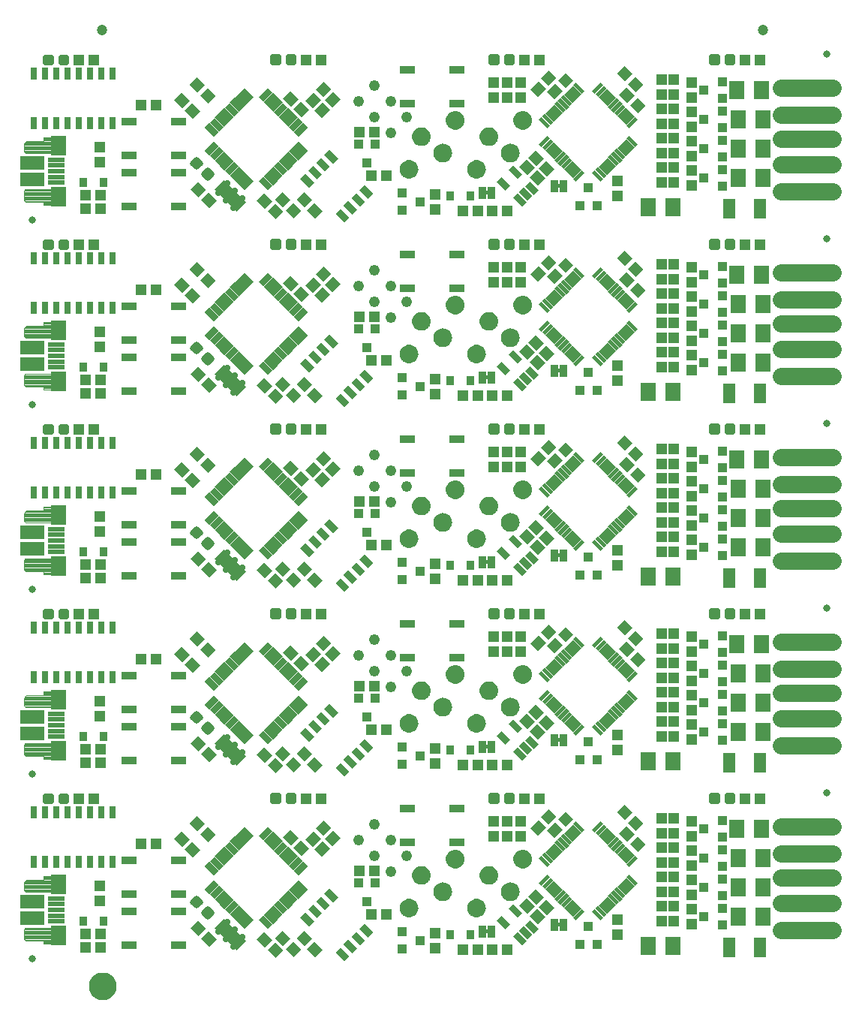
<source format=gts>
G75*
%MOIN*%
%OFA0B0*%
%FSLAX25Y25*%
%IPPOS*%
%LPD*%
%AMOC8*
5,1,8,0,0,1.08239X$1,22.5*
%
%ADD10R,0.04343X0.03950*%
%ADD11R,0.07099X0.07887*%
%ADD12R,0.04737X0.05131*%
%ADD13R,0.01800X0.05300*%
%ADD14R,0.05300X0.01800*%
%ADD15R,0.05131X0.04737*%
%ADD16C,0.02572*%
%ADD17R,0.13760X0.06040*%
%ADD18C,0.04808*%
%ADD19R,0.03162X0.05524*%
%ADD20R,0.05800X0.03000*%
%ADD21R,0.03000X0.05800*%
%ADD22R,0.06800X0.03800*%
%ADD23R,0.07690X0.02375*%
%ADD24R,0.06548X0.08674*%
%ADD25R,0.10643X0.06410*%
%ADD26C,0.00400*%
%ADD27C,0.07800*%
%ADD28R,0.03950X0.04343*%
%ADD29R,0.02965X0.05524*%
%ADD30R,0.03300X0.05800*%
%ADD31C,0.00500*%
%ADD32R,0.03280X0.04068*%
%ADD33C,0.01990*%
%ADD34R,0.05800X0.08910*%
%ADD35C,0.00600*%
%ADD36C,0.03300*%
%ADD37C,0.04737*%
%ADD38C,0.05000*%
%ADD39C,0.06706*%
D10*
X0208813Y0036760D03*
X0217081Y0040500D03*
X0208813Y0044240D03*
X0208813Y0118760D03*
X0217081Y0122500D03*
X0208813Y0126240D03*
X0208813Y0200760D03*
X0208813Y0208240D03*
X0217081Y0204500D03*
X0208813Y0282760D03*
X0217081Y0286500D03*
X0208813Y0290240D03*
X0208813Y0364760D03*
X0217081Y0368500D03*
X0208813Y0372240D03*
X0342919Y0379000D03*
X0351187Y0375260D03*
X0351187Y0382740D03*
X0351187Y0388260D03*
X0342919Y0392000D03*
X0351187Y0395740D03*
X0351187Y0401260D03*
X0351187Y0408740D03*
X0342919Y0405000D03*
X0351187Y0414260D03*
X0351187Y0421740D03*
X0342919Y0418000D03*
X0351187Y0339740D03*
X0342919Y0336000D03*
X0351187Y0332260D03*
X0351187Y0326740D03*
X0342919Y0323000D03*
X0351187Y0319260D03*
X0351187Y0313740D03*
X0342919Y0310000D03*
X0351187Y0306260D03*
X0351187Y0300740D03*
X0351187Y0293260D03*
X0342919Y0297000D03*
X0351187Y0257740D03*
X0342919Y0254000D03*
X0351187Y0250260D03*
X0351187Y0244740D03*
X0351187Y0237260D03*
X0342919Y0241000D03*
X0351187Y0231740D03*
X0351187Y0224260D03*
X0351187Y0218740D03*
X0342919Y0215000D03*
X0351187Y0211260D03*
X0342919Y0228000D03*
X0351187Y0175740D03*
X0351187Y0168260D03*
X0342919Y0172000D03*
X0351187Y0162740D03*
X0351187Y0155260D03*
X0351187Y0149740D03*
X0342919Y0146000D03*
X0351187Y0142260D03*
X0351187Y0136740D03*
X0342919Y0133000D03*
X0351187Y0129260D03*
X0342919Y0159000D03*
X0351187Y0093740D03*
X0342919Y0090000D03*
X0351187Y0086260D03*
X0351187Y0080740D03*
X0342919Y0077000D03*
X0351187Y0073260D03*
X0351187Y0067740D03*
X0342919Y0064000D03*
X0351187Y0060260D03*
X0351187Y0054740D03*
X0351187Y0047260D03*
X0342919Y0051000D03*
D11*
X0358238Y0051000D03*
X0369262Y0051000D03*
X0369262Y0064000D03*
X0358238Y0064000D03*
X0358238Y0077000D03*
X0369262Y0077000D03*
X0368762Y0090000D03*
X0357738Y0090000D03*
X0329311Y0119939D03*
X0318287Y0119939D03*
X0358238Y0133000D03*
X0369262Y0133000D03*
X0369262Y0146000D03*
X0358238Y0146000D03*
X0358238Y0159000D03*
X0357738Y0172000D03*
X0368762Y0172000D03*
X0369262Y0159000D03*
X0329311Y0201939D03*
X0318287Y0201939D03*
X0358238Y0215000D03*
X0369262Y0215000D03*
X0369262Y0228000D03*
X0369262Y0241000D03*
X0358238Y0241000D03*
X0358238Y0228000D03*
X0357738Y0254000D03*
X0368762Y0254000D03*
X0329311Y0283939D03*
X0318287Y0283939D03*
X0358238Y0297000D03*
X0369262Y0297000D03*
X0369262Y0310000D03*
X0358238Y0310000D03*
X0358238Y0323000D03*
X0369262Y0323000D03*
X0368762Y0336000D03*
X0357738Y0336000D03*
X0329311Y0365939D03*
X0318287Y0365939D03*
X0358238Y0379000D03*
X0369262Y0379000D03*
X0369262Y0392000D03*
X0358238Y0392000D03*
X0358238Y0405000D03*
X0357738Y0418000D03*
X0368762Y0418000D03*
X0369262Y0405000D03*
X0329311Y0037939D03*
X0318287Y0037939D03*
D12*
X0324250Y0049154D03*
X0329750Y0049154D03*
X0329750Y0055846D03*
X0324250Y0055846D03*
X0324250Y0062154D03*
X0329750Y0062154D03*
X0329750Y0068846D03*
X0324250Y0068846D03*
X0324250Y0075154D03*
X0329750Y0075154D03*
X0329750Y0081846D03*
X0324250Y0081846D03*
X0324250Y0088154D03*
X0329750Y0088154D03*
X0329750Y0094846D03*
X0324250Y0094846D03*
X0337750Y0093346D03*
X0337750Y0086654D03*
X0337750Y0080346D03*
X0337750Y0073654D03*
X0337750Y0067346D03*
X0337750Y0060654D03*
X0337750Y0054346D03*
X0337750Y0047654D03*
X0304750Y0049846D03*
X0304750Y0043154D03*
X0261750Y0086654D03*
X0255750Y0086654D03*
X0249750Y0086654D03*
X0249750Y0093346D03*
X0255750Y0093346D03*
X0261750Y0093346D03*
X0223750Y0119154D03*
X0223750Y0125846D03*
X0249750Y0168654D03*
X0255750Y0168654D03*
X0261750Y0168654D03*
X0261750Y0175346D03*
X0255750Y0175346D03*
X0249750Y0175346D03*
X0223750Y0201154D03*
X0223750Y0207846D03*
X0249750Y0250654D03*
X0255750Y0250654D03*
X0261750Y0250654D03*
X0261750Y0257346D03*
X0255750Y0257346D03*
X0249750Y0257346D03*
X0223750Y0283154D03*
X0223750Y0289846D03*
X0249750Y0332654D03*
X0255750Y0332654D03*
X0261750Y0332654D03*
X0261750Y0339346D03*
X0255750Y0339346D03*
X0249750Y0339346D03*
X0223750Y0365154D03*
X0223750Y0371846D03*
X0249750Y0414654D03*
X0255750Y0414654D03*
X0261750Y0414654D03*
X0261750Y0421346D03*
X0255750Y0421346D03*
X0249750Y0421346D03*
X0304750Y0377846D03*
X0304750Y0371154D03*
X0324250Y0377154D03*
X0329750Y0377154D03*
X0329750Y0383846D03*
X0324250Y0383846D03*
X0324250Y0390154D03*
X0329750Y0390154D03*
X0329750Y0396846D03*
X0324250Y0396846D03*
X0324250Y0403154D03*
X0329750Y0403154D03*
X0329750Y0409846D03*
X0324250Y0409846D03*
X0324250Y0416154D03*
X0329750Y0416154D03*
X0329750Y0422846D03*
X0324250Y0422846D03*
X0337750Y0421346D03*
X0337750Y0414654D03*
X0337750Y0408346D03*
X0337750Y0401654D03*
X0337750Y0395346D03*
X0337750Y0388654D03*
X0337750Y0382346D03*
X0337750Y0375654D03*
X0329750Y0340846D03*
X0324250Y0340846D03*
X0324250Y0334154D03*
X0329750Y0334154D03*
X0329750Y0327846D03*
X0324250Y0327846D03*
X0324250Y0321154D03*
X0329750Y0321154D03*
X0329750Y0314846D03*
X0324250Y0314846D03*
X0324250Y0308154D03*
X0329750Y0308154D03*
X0329750Y0301846D03*
X0324250Y0301846D03*
X0324250Y0295154D03*
X0329750Y0295154D03*
X0337750Y0293654D03*
X0337750Y0300346D03*
X0337750Y0306654D03*
X0337750Y0313346D03*
X0337750Y0319654D03*
X0337750Y0326346D03*
X0337750Y0332654D03*
X0337750Y0339346D03*
X0304750Y0295846D03*
X0304750Y0289154D03*
X0324250Y0258846D03*
X0329750Y0258846D03*
X0329750Y0252154D03*
X0324250Y0252154D03*
X0324250Y0245846D03*
X0329750Y0245846D03*
X0329750Y0239154D03*
X0324250Y0239154D03*
X0324250Y0232846D03*
X0329750Y0232846D03*
X0329750Y0226154D03*
X0324250Y0226154D03*
X0324250Y0219846D03*
X0329750Y0219846D03*
X0329750Y0213154D03*
X0324250Y0213154D03*
X0337750Y0211654D03*
X0337750Y0218346D03*
X0337750Y0224654D03*
X0337750Y0231346D03*
X0337750Y0237654D03*
X0337750Y0244346D03*
X0337750Y0250654D03*
X0337750Y0257346D03*
X0304750Y0213846D03*
X0304750Y0207154D03*
X0324250Y0176846D03*
X0329750Y0176846D03*
X0329750Y0170154D03*
X0324250Y0170154D03*
X0324250Y0163846D03*
X0329750Y0163846D03*
X0329750Y0157154D03*
X0324250Y0157154D03*
X0324250Y0150846D03*
X0329750Y0150846D03*
X0329750Y0144154D03*
X0324250Y0144154D03*
X0324250Y0137846D03*
X0329750Y0137846D03*
X0329750Y0131154D03*
X0324250Y0131154D03*
X0337750Y0129654D03*
X0337750Y0136346D03*
X0337750Y0142654D03*
X0337750Y0149346D03*
X0337750Y0155654D03*
X0337750Y0162346D03*
X0337750Y0168654D03*
X0337750Y0175346D03*
X0304750Y0131846D03*
X0304750Y0125154D03*
X0223750Y0043846D03*
X0223750Y0037154D03*
X0074750Y0058154D03*
X0074750Y0064846D03*
X0074750Y0140154D03*
X0074750Y0146846D03*
X0074750Y0222154D03*
X0074750Y0228846D03*
X0074750Y0304154D03*
X0074750Y0310846D03*
X0074750Y0386154D03*
X0074750Y0392846D03*
D13*
G36*
X0274773Y0402439D02*
X0273500Y0401166D01*
X0269753Y0404913D01*
X0271026Y0406186D01*
X0274773Y0402439D01*
G37*
G36*
X0276165Y0403831D02*
X0274892Y0402558D01*
X0271145Y0406305D01*
X0272418Y0407578D01*
X0276165Y0403831D01*
G37*
G36*
X0277557Y0405223D02*
X0276284Y0403950D01*
X0272537Y0407697D01*
X0273810Y0408970D01*
X0277557Y0405223D01*
G37*
G36*
X0278949Y0406615D02*
X0277676Y0405342D01*
X0273929Y0409089D01*
X0275202Y0410362D01*
X0278949Y0406615D01*
G37*
G36*
X0280341Y0408007D02*
X0279068Y0406734D01*
X0275321Y0410481D01*
X0276594Y0411754D01*
X0280341Y0408007D01*
G37*
G36*
X0281733Y0409399D02*
X0280460Y0408126D01*
X0276713Y0411873D01*
X0277986Y0413146D01*
X0281733Y0409399D01*
G37*
G36*
X0283124Y0410790D02*
X0281851Y0409517D01*
X0278104Y0413264D01*
X0279377Y0414537D01*
X0283124Y0410790D01*
G37*
G36*
X0284516Y0412182D02*
X0283243Y0410909D01*
X0279496Y0414656D01*
X0280769Y0415929D01*
X0284516Y0412182D01*
G37*
G36*
X0285908Y0413574D02*
X0284635Y0412301D01*
X0280888Y0416048D01*
X0282161Y0417321D01*
X0285908Y0413574D01*
G37*
G36*
X0287300Y0414966D02*
X0286027Y0413693D01*
X0282280Y0417440D01*
X0283553Y0418713D01*
X0287300Y0414966D01*
G37*
G36*
X0288692Y0416358D02*
X0287419Y0415085D01*
X0283672Y0418832D01*
X0284945Y0420105D01*
X0288692Y0416358D01*
G37*
G36*
X0290084Y0417750D02*
X0288811Y0416477D01*
X0285064Y0420224D01*
X0286337Y0421497D01*
X0290084Y0417750D01*
G37*
G36*
X0313747Y0394087D02*
X0312474Y0392814D01*
X0308727Y0396561D01*
X0310000Y0397834D01*
X0313747Y0394087D01*
G37*
G36*
X0312355Y0392695D02*
X0311082Y0391422D01*
X0307335Y0395169D01*
X0308608Y0396442D01*
X0312355Y0392695D01*
G37*
G36*
X0310963Y0391303D02*
X0309690Y0390030D01*
X0305943Y0393777D01*
X0307216Y0395050D01*
X0310963Y0391303D01*
G37*
G36*
X0309571Y0389911D02*
X0308298Y0388638D01*
X0304551Y0392385D01*
X0305824Y0393658D01*
X0309571Y0389911D01*
G37*
G36*
X0308179Y0388519D02*
X0306906Y0387246D01*
X0303159Y0390993D01*
X0304432Y0392266D01*
X0308179Y0388519D01*
G37*
G36*
X0306787Y0387127D02*
X0305514Y0385854D01*
X0301767Y0389601D01*
X0303040Y0390874D01*
X0306787Y0387127D01*
G37*
G36*
X0305396Y0385736D02*
X0304123Y0384463D01*
X0300376Y0388210D01*
X0301649Y0389483D01*
X0305396Y0385736D01*
G37*
G36*
X0304004Y0384344D02*
X0302731Y0383071D01*
X0298984Y0386818D01*
X0300257Y0388091D01*
X0304004Y0384344D01*
G37*
G36*
X0302612Y0382952D02*
X0301339Y0381679D01*
X0297592Y0385426D01*
X0298865Y0386699D01*
X0302612Y0382952D01*
G37*
G36*
X0301220Y0381560D02*
X0299947Y0380287D01*
X0296200Y0384034D01*
X0297473Y0385307D01*
X0301220Y0381560D01*
G37*
G36*
X0299828Y0380168D02*
X0298555Y0378895D01*
X0294808Y0382642D01*
X0296081Y0383915D01*
X0299828Y0380168D01*
G37*
G36*
X0298436Y0378776D02*
X0297163Y0377503D01*
X0293416Y0381250D01*
X0294689Y0382523D01*
X0298436Y0378776D01*
G37*
G36*
X0290084Y0335750D02*
X0288811Y0334477D01*
X0285064Y0338224D01*
X0286337Y0339497D01*
X0290084Y0335750D01*
G37*
G36*
X0288692Y0334358D02*
X0287419Y0333085D01*
X0283672Y0336832D01*
X0284945Y0338105D01*
X0288692Y0334358D01*
G37*
G36*
X0287300Y0332966D02*
X0286027Y0331693D01*
X0282280Y0335440D01*
X0283553Y0336713D01*
X0287300Y0332966D01*
G37*
G36*
X0285908Y0331574D02*
X0284635Y0330301D01*
X0280888Y0334048D01*
X0282161Y0335321D01*
X0285908Y0331574D01*
G37*
G36*
X0284516Y0330182D02*
X0283243Y0328909D01*
X0279496Y0332656D01*
X0280769Y0333929D01*
X0284516Y0330182D01*
G37*
G36*
X0283124Y0328790D02*
X0281851Y0327517D01*
X0278104Y0331264D01*
X0279377Y0332537D01*
X0283124Y0328790D01*
G37*
G36*
X0281733Y0327399D02*
X0280460Y0326126D01*
X0276713Y0329873D01*
X0277986Y0331146D01*
X0281733Y0327399D01*
G37*
G36*
X0280341Y0326007D02*
X0279068Y0324734D01*
X0275321Y0328481D01*
X0276594Y0329754D01*
X0280341Y0326007D01*
G37*
G36*
X0278949Y0324615D02*
X0277676Y0323342D01*
X0273929Y0327089D01*
X0275202Y0328362D01*
X0278949Y0324615D01*
G37*
G36*
X0277557Y0323223D02*
X0276284Y0321950D01*
X0272537Y0325697D01*
X0273810Y0326970D01*
X0277557Y0323223D01*
G37*
G36*
X0276165Y0321831D02*
X0274892Y0320558D01*
X0271145Y0324305D01*
X0272418Y0325578D01*
X0276165Y0321831D01*
G37*
G36*
X0274773Y0320439D02*
X0273500Y0319166D01*
X0269753Y0322913D01*
X0271026Y0324186D01*
X0274773Y0320439D01*
G37*
G36*
X0298436Y0296776D02*
X0297163Y0295503D01*
X0293416Y0299250D01*
X0294689Y0300523D01*
X0298436Y0296776D01*
G37*
G36*
X0299828Y0298168D02*
X0298555Y0296895D01*
X0294808Y0300642D01*
X0296081Y0301915D01*
X0299828Y0298168D01*
G37*
G36*
X0301220Y0299560D02*
X0299947Y0298287D01*
X0296200Y0302034D01*
X0297473Y0303307D01*
X0301220Y0299560D01*
G37*
G36*
X0302612Y0300952D02*
X0301339Y0299679D01*
X0297592Y0303426D01*
X0298865Y0304699D01*
X0302612Y0300952D01*
G37*
G36*
X0304004Y0302344D02*
X0302731Y0301071D01*
X0298984Y0304818D01*
X0300257Y0306091D01*
X0304004Y0302344D01*
G37*
G36*
X0305396Y0303736D02*
X0304123Y0302463D01*
X0300376Y0306210D01*
X0301649Y0307483D01*
X0305396Y0303736D01*
G37*
G36*
X0306787Y0305127D02*
X0305514Y0303854D01*
X0301767Y0307601D01*
X0303040Y0308874D01*
X0306787Y0305127D01*
G37*
G36*
X0308179Y0306519D02*
X0306906Y0305246D01*
X0303159Y0308993D01*
X0304432Y0310266D01*
X0308179Y0306519D01*
G37*
G36*
X0309571Y0307911D02*
X0308298Y0306638D01*
X0304551Y0310385D01*
X0305824Y0311658D01*
X0309571Y0307911D01*
G37*
G36*
X0310963Y0309303D02*
X0309690Y0308030D01*
X0305943Y0311777D01*
X0307216Y0313050D01*
X0310963Y0309303D01*
G37*
G36*
X0312355Y0310695D02*
X0311082Y0309422D01*
X0307335Y0313169D01*
X0308608Y0314442D01*
X0312355Y0310695D01*
G37*
G36*
X0313747Y0312087D02*
X0312474Y0310814D01*
X0308727Y0314561D01*
X0310000Y0315834D01*
X0313747Y0312087D01*
G37*
G36*
X0290084Y0253750D02*
X0288811Y0252477D01*
X0285064Y0256224D01*
X0286337Y0257497D01*
X0290084Y0253750D01*
G37*
G36*
X0288692Y0252358D02*
X0287419Y0251085D01*
X0283672Y0254832D01*
X0284945Y0256105D01*
X0288692Y0252358D01*
G37*
G36*
X0287300Y0250966D02*
X0286027Y0249693D01*
X0282280Y0253440D01*
X0283553Y0254713D01*
X0287300Y0250966D01*
G37*
G36*
X0285908Y0249574D02*
X0284635Y0248301D01*
X0280888Y0252048D01*
X0282161Y0253321D01*
X0285908Y0249574D01*
G37*
G36*
X0284516Y0248182D02*
X0283243Y0246909D01*
X0279496Y0250656D01*
X0280769Y0251929D01*
X0284516Y0248182D01*
G37*
G36*
X0283124Y0246790D02*
X0281851Y0245517D01*
X0278104Y0249264D01*
X0279377Y0250537D01*
X0283124Y0246790D01*
G37*
G36*
X0281733Y0245399D02*
X0280460Y0244126D01*
X0276713Y0247873D01*
X0277986Y0249146D01*
X0281733Y0245399D01*
G37*
G36*
X0280341Y0244007D02*
X0279068Y0242734D01*
X0275321Y0246481D01*
X0276594Y0247754D01*
X0280341Y0244007D01*
G37*
G36*
X0278949Y0242615D02*
X0277676Y0241342D01*
X0273929Y0245089D01*
X0275202Y0246362D01*
X0278949Y0242615D01*
G37*
G36*
X0277557Y0241223D02*
X0276284Y0239950D01*
X0272537Y0243697D01*
X0273810Y0244970D01*
X0277557Y0241223D01*
G37*
G36*
X0276165Y0239831D02*
X0274892Y0238558D01*
X0271145Y0242305D01*
X0272418Y0243578D01*
X0276165Y0239831D01*
G37*
G36*
X0274773Y0238439D02*
X0273500Y0237166D01*
X0269753Y0240913D01*
X0271026Y0242186D01*
X0274773Y0238439D01*
G37*
G36*
X0298436Y0214776D02*
X0297163Y0213503D01*
X0293416Y0217250D01*
X0294689Y0218523D01*
X0298436Y0214776D01*
G37*
G36*
X0299828Y0216168D02*
X0298555Y0214895D01*
X0294808Y0218642D01*
X0296081Y0219915D01*
X0299828Y0216168D01*
G37*
G36*
X0301220Y0217560D02*
X0299947Y0216287D01*
X0296200Y0220034D01*
X0297473Y0221307D01*
X0301220Y0217560D01*
G37*
G36*
X0302612Y0218952D02*
X0301339Y0217679D01*
X0297592Y0221426D01*
X0298865Y0222699D01*
X0302612Y0218952D01*
G37*
G36*
X0304004Y0220344D02*
X0302731Y0219071D01*
X0298984Y0222818D01*
X0300257Y0224091D01*
X0304004Y0220344D01*
G37*
G36*
X0305396Y0221736D02*
X0304123Y0220463D01*
X0300376Y0224210D01*
X0301649Y0225483D01*
X0305396Y0221736D01*
G37*
G36*
X0306787Y0223127D02*
X0305514Y0221854D01*
X0301767Y0225601D01*
X0303040Y0226874D01*
X0306787Y0223127D01*
G37*
G36*
X0308179Y0224519D02*
X0306906Y0223246D01*
X0303159Y0226993D01*
X0304432Y0228266D01*
X0308179Y0224519D01*
G37*
G36*
X0309571Y0225911D02*
X0308298Y0224638D01*
X0304551Y0228385D01*
X0305824Y0229658D01*
X0309571Y0225911D01*
G37*
G36*
X0310963Y0227303D02*
X0309690Y0226030D01*
X0305943Y0229777D01*
X0307216Y0231050D01*
X0310963Y0227303D01*
G37*
G36*
X0312355Y0228695D02*
X0311082Y0227422D01*
X0307335Y0231169D01*
X0308608Y0232442D01*
X0312355Y0228695D01*
G37*
G36*
X0313747Y0230087D02*
X0312474Y0228814D01*
X0308727Y0232561D01*
X0310000Y0233834D01*
X0313747Y0230087D01*
G37*
G36*
X0290084Y0171750D02*
X0288811Y0170477D01*
X0285064Y0174224D01*
X0286337Y0175497D01*
X0290084Y0171750D01*
G37*
G36*
X0288692Y0170358D02*
X0287419Y0169085D01*
X0283672Y0172832D01*
X0284945Y0174105D01*
X0288692Y0170358D01*
G37*
G36*
X0287300Y0168966D02*
X0286027Y0167693D01*
X0282280Y0171440D01*
X0283553Y0172713D01*
X0287300Y0168966D01*
G37*
G36*
X0285908Y0167574D02*
X0284635Y0166301D01*
X0280888Y0170048D01*
X0282161Y0171321D01*
X0285908Y0167574D01*
G37*
G36*
X0284516Y0166182D02*
X0283243Y0164909D01*
X0279496Y0168656D01*
X0280769Y0169929D01*
X0284516Y0166182D01*
G37*
G36*
X0283124Y0164790D02*
X0281851Y0163517D01*
X0278104Y0167264D01*
X0279377Y0168537D01*
X0283124Y0164790D01*
G37*
G36*
X0281733Y0163399D02*
X0280460Y0162126D01*
X0276713Y0165873D01*
X0277986Y0167146D01*
X0281733Y0163399D01*
G37*
G36*
X0280341Y0162007D02*
X0279068Y0160734D01*
X0275321Y0164481D01*
X0276594Y0165754D01*
X0280341Y0162007D01*
G37*
G36*
X0278949Y0160615D02*
X0277676Y0159342D01*
X0273929Y0163089D01*
X0275202Y0164362D01*
X0278949Y0160615D01*
G37*
G36*
X0277557Y0159223D02*
X0276284Y0157950D01*
X0272537Y0161697D01*
X0273810Y0162970D01*
X0277557Y0159223D01*
G37*
G36*
X0276165Y0157831D02*
X0274892Y0156558D01*
X0271145Y0160305D01*
X0272418Y0161578D01*
X0276165Y0157831D01*
G37*
G36*
X0274773Y0156439D02*
X0273500Y0155166D01*
X0269753Y0158913D01*
X0271026Y0160186D01*
X0274773Y0156439D01*
G37*
G36*
X0298436Y0132776D02*
X0297163Y0131503D01*
X0293416Y0135250D01*
X0294689Y0136523D01*
X0298436Y0132776D01*
G37*
G36*
X0299828Y0134168D02*
X0298555Y0132895D01*
X0294808Y0136642D01*
X0296081Y0137915D01*
X0299828Y0134168D01*
G37*
G36*
X0301220Y0135560D02*
X0299947Y0134287D01*
X0296200Y0138034D01*
X0297473Y0139307D01*
X0301220Y0135560D01*
G37*
G36*
X0302612Y0136952D02*
X0301339Y0135679D01*
X0297592Y0139426D01*
X0298865Y0140699D01*
X0302612Y0136952D01*
G37*
G36*
X0304004Y0138344D02*
X0302731Y0137071D01*
X0298984Y0140818D01*
X0300257Y0142091D01*
X0304004Y0138344D01*
G37*
G36*
X0305396Y0139736D02*
X0304123Y0138463D01*
X0300376Y0142210D01*
X0301649Y0143483D01*
X0305396Y0139736D01*
G37*
G36*
X0306787Y0141127D02*
X0305514Y0139854D01*
X0301767Y0143601D01*
X0303040Y0144874D01*
X0306787Y0141127D01*
G37*
G36*
X0308179Y0142519D02*
X0306906Y0141246D01*
X0303159Y0144993D01*
X0304432Y0146266D01*
X0308179Y0142519D01*
G37*
G36*
X0309571Y0143911D02*
X0308298Y0142638D01*
X0304551Y0146385D01*
X0305824Y0147658D01*
X0309571Y0143911D01*
G37*
G36*
X0310963Y0145303D02*
X0309690Y0144030D01*
X0305943Y0147777D01*
X0307216Y0149050D01*
X0310963Y0145303D01*
G37*
G36*
X0312355Y0146695D02*
X0311082Y0145422D01*
X0307335Y0149169D01*
X0308608Y0150442D01*
X0312355Y0146695D01*
G37*
G36*
X0313747Y0148087D02*
X0312474Y0146814D01*
X0308727Y0150561D01*
X0310000Y0151834D01*
X0313747Y0148087D01*
G37*
G36*
X0290084Y0089750D02*
X0288811Y0088477D01*
X0285064Y0092224D01*
X0286337Y0093497D01*
X0290084Y0089750D01*
G37*
G36*
X0288692Y0088358D02*
X0287419Y0087085D01*
X0283672Y0090832D01*
X0284945Y0092105D01*
X0288692Y0088358D01*
G37*
G36*
X0287300Y0086966D02*
X0286027Y0085693D01*
X0282280Y0089440D01*
X0283553Y0090713D01*
X0287300Y0086966D01*
G37*
G36*
X0285908Y0085574D02*
X0284635Y0084301D01*
X0280888Y0088048D01*
X0282161Y0089321D01*
X0285908Y0085574D01*
G37*
G36*
X0284516Y0084182D02*
X0283243Y0082909D01*
X0279496Y0086656D01*
X0280769Y0087929D01*
X0284516Y0084182D01*
G37*
G36*
X0283124Y0082790D02*
X0281851Y0081517D01*
X0278104Y0085264D01*
X0279377Y0086537D01*
X0283124Y0082790D01*
G37*
G36*
X0281733Y0081399D02*
X0280460Y0080126D01*
X0276713Y0083873D01*
X0277986Y0085146D01*
X0281733Y0081399D01*
G37*
G36*
X0280341Y0080007D02*
X0279068Y0078734D01*
X0275321Y0082481D01*
X0276594Y0083754D01*
X0280341Y0080007D01*
G37*
G36*
X0278949Y0078615D02*
X0277676Y0077342D01*
X0273929Y0081089D01*
X0275202Y0082362D01*
X0278949Y0078615D01*
G37*
G36*
X0277557Y0077223D02*
X0276284Y0075950D01*
X0272537Y0079697D01*
X0273810Y0080970D01*
X0277557Y0077223D01*
G37*
G36*
X0276165Y0075831D02*
X0274892Y0074558D01*
X0271145Y0078305D01*
X0272418Y0079578D01*
X0276165Y0075831D01*
G37*
G36*
X0274773Y0074439D02*
X0273500Y0073166D01*
X0269753Y0076913D01*
X0271026Y0078186D01*
X0274773Y0074439D01*
G37*
G36*
X0298436Y0050776D02*
X0297163Y0049503D01*
X0293416Y0053250D01*
X0294689Y0054523D01*
X0298436Y0050776D01*
G37*
G36*
X0299828Y0052168D02*
X0298555Y0050895D01*
X0294808Y0054642D01*
X0296081Y0055915D01*
X0299828Y0052168D01*
G37*
G36*
X0301220Y0053560D02*
X0299947Y0052287D01*
X0296200Y0056034D01*
X0297473Y0057307D01*
X0301220Y0053560D01*
G37*
G36*
X0302612Y0054952D02*
X0301339Y0053679D01*
X0297592Y0057426D01*
X0298865Y0058699D01*
X0302612Y0054952D01*
G37*
G36*
X0304004Y0056344D02*
X0302731Y0055071D01*
X0298984Y0058818D01*
X0300257Y0060091D01*
X0304004Y0056344D01*
G37*
G36*
X0305396Y0057736D02*
X0304123Y0056463D01*
X0300376Y0060210D01*
X0301649Y0061483D01*
X0305396Y0057736D01*
G37*
G36*
X0306787Y0059127D02*
X0305514Y0057854D01*
X0301767Y0061601D01*
X0303040Y0062874D01*
X0306787Y0059127D01*
G37*
G36*
X0308179Y0060519D02*
X0306906Y0059246D01*
X0303159Y0062993D01*
X0304432Y0064266D01*
X0308179Y0060519D01*
G37*
G36*
X0309571Y0061911D02*
X0308298Y0060638D01*
X0304551Y0064385D01*
X0305824Y0065658D01*
X0309571Y0061911D01*
G37*
G36*
X0310963Y0063303D02*
X0309690Y0062030D01*
X0305943Y0065777D01*
X0307216Y0067050D01*
X0310963Y0063303D01*
G37*
G36*
X0312355Y0064695D02*
X0311082Y0063422D01*
X0307335Y0067169D01*
X0308608Y0068442D01*
X0312355Y0064695D01*
G37*
G36*
X0313747Y0066087D02*
X0312474Y0064814D01*
X0308727Y0068561D01*
X0310000Y0069834D01*
X0313747Y0066087D01*
G37*
D14*
G36*
X0313747Y0076913D02*
X0310000Y0073166D01*
X0308727Y0074439D01*
X0312474Y0078186D01*
X0313747Y0076913D01*
G37*
G36*
X0312355Y0078305D02*
X0308608Y0074558D01*
X0307335Y0075831D01*
X0311082Y0079578D01*
X0312355Y0078305D01*
G37*
G36*
X0310963Y0079697D02*
X0307216Y0075950D01*
X0305943Y0077223D01*
X0309690Y0080970D01*
X0310963Y0079697D01*
G37*
G36*
X0309571Y0081089D02*
X0305824Y0077342D01*
X0304551Y0078615D01*
X0308298Y0082362D01*
X0309571Y0081089D01*
G37*
G36*
X0308179Y0082481D02*
X0304432Y0078734D01*
X0303159Y0080007D01*
X0306906Y0083754D01*
X0308179Y0082481D01*
G37*
G36*
X0306787Y0083873D02*
X0303040Y0080126D01*
X0301767Y0081399D01*
X0305514Y0085146D01*
X0306787Y0083873D01*
G37*
G36*
X0305396Y0085264D02*
X0301649Y0081517D01*
X0300376Y0082790D01*
X0304123Y0086537D01*
X0305396Y0085264D01*
G37*
G36*
X0304004Y0086656D02*
X0300257Y0082909D01*
X0298984Y0084182D01*
X0302731Y0087929D01*
X0304004Y0086656D01*
G37*
G36*
X0302612Y0088048D02*
X0298865Y0084301D01*
X0297592Y0085574D01*
X0301339Y0089321D01*
X0302612Y0088048D01*
G37*
G36*
X0301220Y0089440D02*
X0297473Y0085693D01*
X0296200Y0086966D01*
X0299947Y0090713D01*
X0301220Y0089440D01*
G37*
G36*
X0299828Y0090832D02*
X0296081Y0087085D01*
X0294808Y0088358D01*
X0298555Y0092105D01*
X0299828Y0090832D01*
G37*
G36*
X0298436Y0092224D02*
X0294689Y0088477D01*
X0293416Y0089750D01*
X0297163Y0093497D01*
X0298436Y0092224D01*
G37*
G36*
X0274773Y0068561D02*
X0271026Y0064814D01*
X0269753Y0066087D01*
X0273500Y0069834D01*
X0274773Y0068561D01*
G37*
G36*
X0276165Y0067169D02*
X0272418Y0063422D01*
X0271145Y0064695D01*
X0274892Y0068442D01*
X0276165Y0067169D01*
G37*
G36*
X0277557Y0065777D02*
X0273810Y0062030D01*
X0272537Y0063303D01*
X0276284Y0067050D01*
X0277557Y0065777D01*
G37*
G36*
X0278949Y0064385D02*
X0275202Y0060638D01*
X0273929Y0061911D01*
X0277676Y0065658D01*
X0278949Y0064385D01*
G37*
G36*
X0280341Y0062993D02*
X0276594Y0059246D01*
X0275321Y0060519D01*
X0279068Y0064266D01*
X0280341Y0062993D01*
G37*
G36*
X0281733Y0061601D02*
X0277986Y0057854D01*
X0276713Y0059127D01*
X0280460Y0062874D01*
X0281733Y0061601D01*
G37*
G36*
X0283124Y0060210D02*
X0279377Y0056463D01*
X0278104Y0057736D01*
X0281851Y0061483D01*
X0283124Y0060210D01*
G37*
G36*
X0284516Y0058818D02*
X0280769Y0055071D01*
X0279496Y0056344D01*
X0283243Y0060091D01*
X0284516Y0058818D01*
G37*
G36*
X0285908Y0057426D02*
X0282161Y0053679D01*
X0280888Y0054952D01*
X0284635Y0058699D01*
X0285908Y0057426D01*
G37*
G36*
X0287300Y0056034D02*
X0283553Y0052287D01*
X0282280Y0053560D01*
X0286027Y0057307D01*
X0287300Y0056034D01*
G37*
G36*
X0288692Y0054642D02*
X0284945Y0050895D01*
X0283672Y0052168D01*
X0287419Y0055915D01*
X0288692Y0054642D01*
G37*
G36*
X0290084Y0053250D02*
X0286337Y0049503D01*
X0285064Y0050776D01*
X0288811Y0054523D01*
X0290084Y0053250D01*
G37*
G36*
X0290084Y0135250D02*
X0286337Y0131503D01*
X0285064Y0132776D01*
X0288811Y0136523D01*
X0290084Y0135250D01*
G37*
G36*
X0288692Y0136642D02*
X0284945Y0132895D01*
X0283672Y0134168D01*
X0287419Y0137915D01*
X0288692Y0136642D01*
G37*
G36*
X0287300Y0138034D02*
X0283553Y0134287D01*
X0282280Y0135560D01*
X0286027Y0139307D01*
X0287300Y0138034D01*
G37*
G36*
X0285908Y0139426D02*
X0282161Y0135679D01*
X0280888Y0136952D01*
X0284635Y0140699D01*
X0285908Y0139426D01*
G37*
G36*
X0284516Y0140818D02*
X0280769Y0137071D01*
X0279496Y0138344D01*
X0283243Y0142091D01*
X0284516Y0140818D01*
G37*
G36*
X0283124Y0142210D02*
X0279377Y0138463D01*
X0278104Y0139736D01*
X0281851Y0143483D01*
X0283124Y0142210D01*
G37*
G36*
X0281733Y0143601D02*
X0277986Y0139854D01*
X0276713Y0141127D01*
X0280460Y0144874D01*
X0281733Y0143601D01*
G37*
G36*
X0280341Y0144993D02*
X0276594Y0141246D01*
X0275321Y0142519D01*
X0279068Y0146266D01*
X0280341Y0144993D01*
G37*
G36*
X0278949Y0146385D02*
X0275202Y0142638D01*
X0273929Y0143911D01*
X0277676Y0147658D01*
X0278949Y0146385D01*
G37*
G36*
X0277557Y0147777D02*
X0273810Y0144030D01*
X0272537Y0145303D01*
X0276284Y0149050D01*
X0277557Y0147777D01*
G37*
G36*
X0276165Y0149169D02*
X0272418Y0145422D01*
X0271145Y0146695D01*
X0274892Y0150442D01*
X0276165Y0149169D01*
G37*
G36*
X0274773Y0150561D02*
X0271026Y0146814D01*
X0269753Y0148087D01*
X0273500Y0151834D01*
X0274773Y0150561D01*
G37*
G36*
X0298436Y0174224D02*
X0294689Y0170477D01*
X0293416Y0171750D01*
X0297163Y0175497D01*
X0298436Y0174224D01*
G37*
G36*
X0299828Y0172832D02*
X0296081Y0169085D01*
X0294808Y0170358D01*
X0298555Y0174105D01*
X0299828Y0172832D01*
G37*
G36*
X0301220Y0171440D02*
X0297473Y0167693D01*
X0296200Y0168966D01*
X0299947Y0172713D01*
X0301220Y0171440D01*
G37*
G36*
X0302612Y0170048D02*
X0298865Y0166301D01*
X0297592Y0167574D01*
X0301339Y0171321D01*
X0302612Y0170048D01*
G37*
G36*
X0304004Y0168656D02*
X0300257Y0164909D01*
X0298984Y0166182D01*
X0302731Y0169929D01*
X0304004Y0168656D01*
G37*
G36*
X0305396Y0167264D02*
X0301649Y0163517D01*
X0300376Y0164790D01*
X0304123Y0168537D01*
X0305396Y0167264D01*
G37*
G36*
X0306787Y0165873D02*
X0303040Y0162126D01*
X0301767Y0163399D01*
X0305514Y0167146D01*
X0306787Y0165873D01*
G37*
G36*
X0308179Y0164481D02*
X0304432Y0160734D01*
X0303159Y0162007D01*
X0306906Y0165754D01*
X0308179Y0164481D01*
G37*
G36*
X0309571Y0163089D02*
X0305824Y0159342D01*
X0304551Y0160615D01*
X0308298Y0164362D01*
X0309571Y0163089D01*
G37*
G36*
X0310963Y0161697D02*
X0307216Y0157950D01*
X0305943Y0159223D01*
X0309690Y0162970D01*
X0310963Y0161697D01*
G37*
G36*
X0312355Y0160305D02*
X0308608Y0156558D01*
X0307335Y0157831D01*
X0311082Y0161578D01*
X0312355Y0160305D01*
G37*
G36*
X0313747Y0158913D02*
X0310000Y0155166D01*
X0308727Y0156439D01*
X0312474Y0160186D01*
X0313747Y0158913D01*
G37*
G36*
X0290084Y0217250D02*
X0286337Y0213503D01*
X0285064Y0214776D01*
X0288811Y0218523D01*
X0290084Y0217250D01*
G37*
G36*
X0288692Y0218642D02*
X0284945Y0214895D01*
X0283672Y0216168D01*
X0287419Y0219915D01*
X0288692Y0218642D01*
G37*
G36*
X0287300Y0220034D02*
X0283553Y0216287D01*
X0282280Y0217560D01*
X0286027Y0221307D01*
X0287300Y0220034D01*
G37*
G36*
X0285908Y0221426D02*
X0282161Y0217679D01*
X0280888Y0218952D01*
X0284635Y0222699D01*
X0285908Y0221426D01*
G37*
G36*
X0284516Y0222818D02*
X0280769Y0219071D01*
X0279496Y0220344D01*
X0283243Y0224091D01*
X0284516Y0222818D01*
G37*
G36*
X0283124Y0224210D02*
X0279377Y0220463D01*
X0278104Y0221736D01*
X0281851Y0225483D01*
X0283124Y0224210D01*
G37*
G36*
X0281733Y0225601D02*
X0277986Y0221854D01*
X0276713Y0223127D01*
X0280460Y0226874D01*
X0281733Y0225601D01*
G37*
G36*
X0280341Y0226993D02*
X0276594Y0223246D01*
X0275321Y0224519D01*
X0279068Y0228266D01*
X0280341Y0226993D01*
G37*
G36*
X0278949Y0228385D02*
X0275202Y0224638D01*
X0273929Y0225911D01*
X0277676Y0229658D01*
X0278949Y0228385D01*
G37*
G36*
X0277557Y0229777D02*
X0273810Y0226030D01*
X0272537Y0227303D01*
X0276284Y0231050D01*
X0277557Y0229777D01*
G37*
G36*
X0276165Y0231169D02*
X0272418Y0227422D01*
X0271145Y0228695D01*
X0274892Y0232442D01*
X0276165Y0231169D01*
G37*
G36*
X0274773Y0232561D02*
X0271026Y0228814D01*
X0269753Y0230087D01*
X0273500Y0233834D01*
X0274773Y0232561D01*
G37*
G36*
X0298436Y0256224D02*
X0294689Y0252477D01*
X0293416Y0253750D01*
X0297163Y0257497D01*
X0298436Y0256224D01*
G37*
G36*
X0299828Y0254832D02*
X0296081Y0251085D01*
X0294808Y0252358D01*
X0298555Y0256105D01*
X0299828Y0254832D01*
G37*
G36*
X0301220Y0253440D02*
X0297473Y0249693D01*
X0296200Y0250966D01*
X0299947Y0254713D01*
X0301220Y0253440D01*
G37*
G36*
X0302612Y0252048D02*
X0298865Y0248301D01*
X0297592Y0249574D01*
X0301339Y0253321D01*
X0302612Y0252048D01*
G37*
G36*
X0304004Y0250656D02*
X0300257Y0246909D01*
X0298984Y0248182D01*
X0302731Y0251929D01*
X0304004Y0250656D01*
G37*
G36*
X0305396Y0249264D02*
X0301649Y0245517D01*
X0300376Y0246790D01*
X0304123Y0250537D01*
X0305396Y0249264D01*
G37*
G36*
X0306787Y0247873D02*
X0303040Y0244126D01*
X0301767Y0245399D01*
X0305514Y0249146D01*
X0306787Y0247873D01*
G37*
G36*
X0308179Y0246481D02*
X0304432Y0242734D01*
X0303159Y0244007D01*
X0306906Y0247754D01*
X0308179Y0246481D01*
G37*
G36*
X0309571Y0245089D02*
X0305824Y0241342D01*
X0304551Y0242615D01*
X0308298Y0246362D01*
X0309571Y0245089D01*
G37*
G36*
X0310963Y0243697D02*
X0307216Y0239950D01*
X0305943Y0241223D01*
X0309690Y0244970D01*
X0310963Y0243697D01*
G37*
G36*
X0312355Y0242305D02*
X0308608Y0238558D01*
X0307335Y0239831D01*
X0311082Y0243578D01*
X0312355Y0242305D01*
G37*
G36*
X0313747Y0240913D02*
X0310000Y0237166D01*
X0308727Y0238439D01*
X0312474Y0242186D01*
X0313747Y0240913D01*
G37*
G36*
X0290084Y0299250D02*
X0286337Y0295503D01*
X0285064Y0296776D01*
X0288811Y0300523D01*
X0290084Y0299250D01*
G37*
G36*
X0288692Y0300642D02*
X0284945Y0296895D01*
X0283672Y0298168D01*
X0287419Y0301915D01*
X0288692Y0300642D01*
G37*
G36*
X0287300Y0302034D02*
X0283553Y0298287D01*
X0282280Y0299560D01*
X0286027Y0303307D01*
X0287300Y0302034D01*
G37*
G36*
X0285908Y0303426D02*
X0282161Y0299679D01*
X0280888Y0300952D01*
X0284635Y0304699D01*
X0285908Y0303426D01*
G37*
G36*
X0284516Y0304818D02*
X0280769Y0301071D01*
X0279496Y0302344D01*
X0283243Y0306091D01*
X0284516Y0304818D01*
G37*
G36*
X0283124Y0306210D02*
X0279377Y0302463D01*
X0278104Y0303736D01*
X0281851Y0307483D01*
X0283124Y0306210D01*
G37*
G36*
X0281733Y0307601D02*
X0277986Y0303854D01*
X0276713Y0305127D01*
X0280460Y0308874D01*
X0281733Y0307601D01*
G37*
G36*
X0280341Y0308993D02*
X0276594Y0305246D01*
X0275321Y0306519D01*
X0279068Y0310266D01*
X0280341Y0308993D01*
G37*
G36*
X0278949Y0310385D02*
X0275202Y0306638D01*
X0273929Y0307911D01*
X0277676Y0311658D01*
X0278949Y0310385D01*
G37*
G36*
X0277557Y0311777D02*
X0273810Y0308030D01*
X0272537Y0309303D01*
X0276284Y0313050D01*
X0277557Y0311777D01*
G37*
G36*
X0276165Y0313169D02*
X0272418Y0309422D01*
X0271145Y0310695D01*
X0274892Y0314442D01*
X0276165Y0313169D01*
G37*
G36*
X0274773Y0314561D02*
X0271026Y0310814D01*
X0269753Y0312087D01*
X0273500Y0315834D01*
X0274773Y0314561D01*
G37*
G36*
X0298436Y0338224D02*
X0294689Y0334477D01*
X0293416Y0335750D01*
X0297163Y0339497D01*
X0298436Y0338224D01*
G37*
G36*
X0299828Y0336832D02*
X0296081Y0333085D01*
X0294808Y0334358D01*
X0298555Y0338105D01*
X0299828Y0336832D01*
G37*
G36*
X0301220Y0335440D02*
X0297473Y0331693D01*
X0296200Y0332966D01*
X0299947Y0336713D01*
X0301220Y0335440D01*
G37*
G36*
X0302612Y0334048D02*
X0298865Y0330301D01*
X0297592Y0331574D01*
X0301339Y0335321D01*
X0302612Y0334048D01*
G37*
G36*
X0304004Y0332656D02*
X0300257Y0328909D01*
X0298984Y0330182D01*
X0302731Y0333929D01*
X0304004Y0332656D01*
G37*
G36*
X0305396Y0331264D02*
X0301649Y0327517D01*
X0300376Y0328790D01*
X0304123Y0332537D01*
X0305396Y0331264D01*
G37*
G36*
X0306787Y0329873D02*
X0303040Y0326126D01*
X0301767Y0327399D01*
X0305514Y0331146D01*
X0306787Y0329873D01*
G37*
G36*
X0308179Y0328481D02*
X0304432Y0324734D01*
X0303159Y0326007D01*
X0306906Y0329754D01*
X0308179Y0328481D01*
G37*
G36*
X0309571Y0327089D02*
X0305824Y0323342D01*
X0304551Y0324615D01*
X0308298Y0328362D01*
X0309571Y0327089D01*
G37*
G36*
X0310963Y0325697D02*
X0307216Y0321950D01*
X0305943Y0323223D01*
X0309690Y0326970D01*
X0310963Y0325697D01*
G37*
G36*
X0312355Y0324305D02*
X0308608Y0320558D01*
X0307335Y0321831D01*
X0311082Y0325578D01*
X0312355Y0324305D01*
G37*
G36*
X0313747Y0322913D02*
X0310000Y0319166D01*
X0308727Y0320439D01*
X0312474Y0324186D01*
X0313747Y0322913D01*
G37*
G36*
X0290084Y0381250D02*
X0286337Y0377503D01*
X0285064Y0378776D01*
X0288811Y0382523D01*
X0290084Y0381250D01*
G37*
G36*
X0288692Y0382642D02*
X0284945Y0378895D01*
X0283672Y0380168D01*
X0287419Y0383915D01*
X0288692Y0382642D01*
G37*
G36*
X0287300Y0384034D02*
X0283553Y0380287D01*
X0282280Y0381560D01*
X0286027Y0385307D01*
X0287300Y0384034D01*
G37*
G36*
X0285908Y0385426D02*
X0282161Y0381679D01*
X0280888Y0382952D01*
X0284635Y0386699D01*
X0285908Y0385426D01*
G37*
G36*
X0284516Y0386818D02*
X0280769Y0383071D01*
X0279496Y0384344D01*
X0283243Y0388091D01*
X0284516Y0386818D01*
G37*
G36*
X0283124Y0388210D02*
X0279377Y0384463D01*
X0278104Y0385736D01*
X0281851Y0389483D01*
X0283124Y0388210D01*
G37*
G36*
X0281733Y0389601D02*
X0277986Y0385854D01*
X0276713Y0387127D01*
X0280460Y0390874D01*
X0281733Y0389601D01*
G37*
G36*
X0280341Y0390993D02*
X0276594Y0387246D01*
X0275321Y0388519D01*
X0279068Y0392266D01*
X0280341Y0390993D01*
G37*
G36*
X0278949Y0392385D02*
X0275202Y0388638D01*
X0273929Y0389911D01*
X0277676Y0393658D01*
X0278949Y0392385D01*
G37*
G36*
X0277557Y0393777D02*
X0273810Y0390030D01*
X0272537Y0391303D01*
X0276284Y0395050D01*
X0277557Y0393777D01*
G37*
G36*
X0276165Y0395169D02*
X0272418Y0391422D01*
X0271145Y0392695D01*
X0274892Y0396442D01*
X0276165Y0395169D01*
G37*
G36*
X0274773Y0396561D02*
X0271026Y0392814D01*
X0269753Y0394087D01*
X0273500Y0397834D01*
X0274773Y0396561D01*
G37*
G36*
X0298436Y0420224D02*
X0294689Y0416477D01*
X0293416Y0417750D01*
X0297163Y0421497D01*
X0298436Y0420224D01*
G37*
G36*
X0299828Y0418832D02*
X0296081Y0415085D01*
X0294808Y0416358D01*
X0298555Y0420105D01*
X0299828Y0418832D01*
G37*
G36*
X0301220Y0417440D02*
X0297473Y0413693D01*
X0296200Y0414966D01*
X0299947Y0418713D01*
X0301220Y0417440D01*
G37*
G36*
X0302612Y0416048D02*
X0298865Y0412301D01*
X0297592Y0413574D01*
X0301339Y0417321D01*
X0302612Y0416048D01*
G37*
G36*
X0304004Y0414656D02*
X0300257Y0410909D01*
X0298984Y0412182D01*
X0302731Y0415929D01*
X0304004Y0414656D01*
G37*
G36*
X0305396Y0413264D02*
X0301649Y0409517D01*
X0300376Y0410790D01*
X0304123Y0414537D01*
X0305396Y0413264D01*
G37*
G36*
X0306787Y0411873D02*
X0303040Y0408126D01*
X0301767Y0409399D01*
X0305514Y0413146D01*
X0306787Y0411873D01*
G37*
G36*
X0308179Y0410481D02*
X0304432Y0406734D01*
X0303159Y0408007D01*
X0306906Y0411754D01*
X0308179Y0410481D01*
G37*
G36*
X0309571Y0409089D02*
X0305824Y0405342D01*
X0304551Y0406615D01*
X0308298Y0410362D01*
X0309571Y0409089D01*
G37*
G36*
X0310963Y0407697D02*
X0307216Y0403950D01*
X0305943Y0405223D01*
X0309690Y0408970D01*
X0310963Y0407697D01*
G37*
G36*
X0312355Y0406305D02*
X0308608Y0402558D01*
X0307335Y0403831D01*
X0311082Y0407578D01*
X0312355Y0406305D01*
G37*
G36*
X0313747Y0404913D02*
X0310000Y0401166D01*
X0308727Y0402439D01*
X0312474Y0406186D01*
X0313747Y0404913D01*
G37*
D15*
G36*
X0313477Y0414622D02*
X0317104Y0410995D01*
X0313755Y0407646D01*
X0310128Y0411273D01*
X0313477Y0414622D01*
G37*
G36*
X0308745Y0419354D02*
X0312372Y0415727D01*
X0309023Y0412378D01*
X0305396Y0416005D01*
X0308745Y0419354D01*
G37*
G36*
X0312755Y0417146D02*
X0309128Y0420773D01*
X0312477Y0424122D01*
X0316104Y0420495D01*
X0312755Y0417146D01*
G37*
G36*
X0308023Y0421878D02*
X0304396Y0425505D01*
X0307745Y0428854D01*
X0311372Y0425227D01*
X0308023Y0421878D01*
G37*
G36*
X0285104Y0422505D02*
X0281477Y0418878D01*
X0278128Y0422227D01*
X0281755Y0425854D01*
X0285104Y0422505D01*
G37*
G36*
X0280372Y0417773D02*
X0276745Y0414146D01*
X0273396Y0417495D01*
X0277023Y0421122D01*
X0280372Y0417773D01*
G37*
G36*
X0270628Y0423227D02*
X0274255Y0426854D01*
X0277604Y0423505D01*
X0273977Y0419878D01*
X0270628Y0423227D01*
G37*
G36*
X0265896Y0418495D02*
X0269523Y0422122D01*
X0272872Y0418773D01*
X0269245Y0415146D01*
X0265896Y0418495D01*
G37*
X0263404Y0431500D03*
X0270096Y0431500D03*
G36*
X0268523Y0384378D02*
X0264896Y0388005D01*
X0268245Y0391354D01*
X0271872Y0387727D01*
X0268523Y0384378D01*
G37*
G36*
X0264523Y0380378D02*
X0260896Y0384005D01*
X0264245Y0387354D01*
X0267872Y0383727D01*
X0264523Y0380378D01*
G37*
G36*
X0269255Y0375646D02*
X0265628Y0379273D01*
X0268977Y0382622D01*
X0272604Y0378995D01*
X0269255Y0375646D01*
G37*
G36*
X0273255Y0379646D02*
X0269628Y0383273D01*
X0272977Y0386622D01*
X0276604Y0382995D01*
X0273255Y0379646D01*
G37*
X0255596Y0364500D03*
X0248904Y0364500D03*
X0242596Y0364500D03*
X0235904Y0364500D03*
X0263404Y0349500D03*
X0270096Y0349500D03*
G36*
X0270628Y0341227D02*
X0274255Y0344854D01*
X0277604Y0341505D01*
X0273977Y0337878D01*
X0270628Y0341227D01*
G37*
G36*
X0265896Y0336495D02*
X0269523Y0340122D01*
X0272872Y0336773D01*
X0269245Y0333146D01*
X0265896Y0336495D01*
G37*
G36*
X0280372Y0335773D02*
X0276745Y0332146D01*
X0273396Y0335495D01*
X0277023Y0339122D01*
X0280372Y0335773D01*
G37*
G36*
X0285104Y0340505D02*
X0281477Y0336878D01*
X0278128Y0340227D01*
X0281755Y0343854D01*
X0285104Y0340505D01*
G37*
G36*
X0308023Y0339878D02*
X0304396Y0343505D01*
X0307745Y0346854D01*
X0311372Y0343227D01*
X0308023Y0339878D01*
G37*
G36*
X0312755Y0335146D02*
X0309128Y0338773D01*
X0312477Y0342122D01*
X0316104Y0338495D01*
X0312755Y0335146D01*
G37*
G36*
X0308745Y0337354D02*
X0312372Y0333727D01*
X0309023Y0330378D01*
X0305396Y0334005D01*
X0308745Y0337354D01*
G37*
G36*
X0313477Y0332622D02*
X0317104Y0328995D01*
X0313755Y0325646D01*
X0310128Y0329273D01*
X0313477Y0332622D01*
G37*
G36*
X0273255Y0297646D02*
X0269628Y0301273D01*
X0272977Y0304622D01*
X0276604Y0300995D01*
X0273255Y0297646D01*
G37*
G36*
X0269255Y0293646D02*
X0265628Y0297273D01*
X0268977Y0300622D01*
X0272604Y0296995D01*
X0269255Y0293646D01*
G37*
G36*
X0264523Y0298378D02*
X0260896Y0302005D01*
X0264245Y0305354D01*
X0267872Y0301727D01*
X0264523Y0298378D01*
G37*
G36*
X0268523Y0302378D02*
X0264896Y0306005D01*
X0268245Y0309354D01*
X0271872Y0305727D01*
X0268523Y0302378D01*
G37*
X0255596Y0282500D03*
X0248904Y0282500D03*
X0242596Y0282500D03*
X0235904Y0282500D03*
X0263404Y0267500D03*
X0270096Y0267500D03*
G36*
X0270628Y0259227D02*
X0274255Y0262854D01*
X0277604Y0259505D01*
X0273977Y0255878D01*
X0270628Y0259227D01*
G37*
G36*
X0265896Y0254495D02*
X0269523Y0258122D01*
X0272872Y0254773D01*
X0269245Y0251146D01*
X0265896Y0254495D01*
G37*
G36*
X0280372Y0253773D02*
X0276745Y0250146D01*
X0273396Y0253495D01*
X0277023Y0257122D01*
X0280372Y0253773D01*
G37*
G36*
X0285104Y0258505D02*
X0281477Y0254878D01*
X0278128Y0258227D01*
X0281755Y0261854D01*
X0285104Y0258505D01*
G37*
G36*
X0308023Y0257878D02*
X0304396Y0261505D01*
X0307745Y0264854D01*
X0311372Y0261227D01*
X0308023Y0257878D01*
G37*
G36*
X0312755Y0253146D02*
X0309128Y0256773D01*
X0312477Y0260122D01*
X0316104Y0256495D01*
X0312755Y0253146D01*
G37*
G36*
X0308745Y0255354D02*
X0312372Y0251727D01*
X0309023Y0248378D01*
X0305396Y0252005D01*
X0308745Y0255354D01*
G37*
G36*
X0313477Y0250622D02*
X0317104Y0246995D01*
X0313755Y0243646D01*
X0310128Y0247273D01*
X0313477Y0250622D01*
G37*
G36*
X0273255Y0215646D02*
X0269628Y0219273D01*
X0272977Y0222622D01*
X0276604Y0218995D01*
X0273255Y0215646D01*
G37*
G36*
X0269255Y0211646D02*
X0265628Y0215273D01*
X0268977Y0218622D01*
X0272604Y0214995D01*
X0269255Y0211646D01*
G37*
G36*
X0264523Y0216378D02*
X0260896Y0220005D01*
X0264245Y0223354D01*
X0267872Y0219727D01*
X0264523Y0216378D01*
G37*
G36*
X0268523Y0220378D02*
X0264896Y0224005D01*
X0268245Y0227354D01*
X0271872Y0223727D01*
X0268523Y0220378D01*
G37*
X0255596Y0200500D03*
X0248904Y0200500D03*
X0242596Y0200500D03*
X0235904Y0200500D03*
X0263404Y0185500D03*
X0270096Y0185500D03*
G36*
X0270628Y0177227D02*
X0274255Y0180854D01*
X0277604Y0177505D01*
X0273977Y0173878D01*
X0270628Y0177227D01*
G37*
G36*
X0265896Y0172495D02*
X0269523Y0176122D01*
X0272872Y0172773D01*
X0269245Y0169146D01*
X0265896Y0172495D01*
G37*
G36*
X0280372Y0171773D02*
X0276745Y0168146D01*
X0273396Y0171495D01*
X0277023Y0175122D01*
X0280372Y0171773D01*
G37*
G36*
X0285104Y0176505D02*
X0281477Y0172878D01*
X0278128Y0176227D01*
X0281755Y0179854D01*
X0285104Y0176505D01*
G37*
G36*
X0308023Y0175878D02*
X0304396Y0179505D01*
X0307745Y0182854D01*
X0311372Y0179227D01*
X0308023Y0175878D01*
G37*
G36*
X0312755Y0171146D02*
X0309128Y0174773D01*
X0312477Y0178122D01*
X0316104Y0174495D01*
X0312755Y0171146D01*
G37*
G36*
X0308745Y0173354D02*
X0312372Y0169727D01*
X0309023Y0166378D01*
X0305396Y0170005D01*
X0308745Y0173354D01*
G37*
G36*
X0313477Y0168622D02*
X0317104Y0164995D01*
X0313755Y0161646D01*
X0310128Y0165273D01*
X0313477Y0168622D01*
G37*
G36*
X0273255Y0133646D02*
X0269628Y0137273D01*
X0272977Y0140622D01*
X0276604Y0136995D01*
X0273255Y0133646D01*
G37*
G36*
X0269255Y0129646D02*
X0265628Y0133273D01*
X0268977Y0136622D01*
X0272604Y0132995D01*
X0269255Y0129646D01*
G37*
G36*
X0264523Y0134378D02*
X0260896Y0138005D01*
X0264245Y0141354D01*
X0267872Y0137727D01*
X0264523Y0134378D01*
G37*
G36*
X0268523Y0138378D02*
X0264896Y0142005D01*
X0268245Y0145354D01*
X0271872Y0141727D01*
X0268523Y0138378D01*
G37*
X0255596Y0118500D03*
X0248904Y0118500D03*
X0242596Y0118500D03*
X0235904Y0118500D03*
X0263404Y0103500D03*
X0270096Y0103500D03*
G36*
X0270628Y0095227D02*
X0274255Y0098854D01*
X0277604Y0095505D01*
X0273977Y0091878D01*
X0270628Y0095227D01*
G37*
G36*
X0265896Y0090495D02*
X0269523Y0094122D01*
X0272872Y0090773D01*
X0269245Y0087146D01*
X0265896Y0090495D01*
G37*
G36*
X0280372Y0089773D02*
X0276745Y0086146D01*
X0273396Y0089495D01*
X0277023Y0093122D01*
X0280372Y0089773D01*
G37*
G36*
X0285104Y0094505D02*
X0281477Y0090878D01*
X0278128Y0094227D01*
X0281755Y0097854D01*
X0285104Y0094505D01*
G37*
G36*
X0308023Y0093878D02*
X0304396Y0097505D01*
X0307745Y0100854D01*
X0311372Y0097227D01*
X0308023Y0093878D01*
G37*
G36*
X0312755Y0089146D02*
X0309128Y0092773D01*
X0312477Y0096122D01*
X0316104Y0092495D01*
X0312755Y0089146D01*
G37*
G36*
X0308745Y0091354D02*
X0312372Y0087727D01*
X0309023Y0084378D01*
X0305396Y0088005D01*
X0308745Y0091354D01*
G37*
G36*
X0313477Y0086622D02*
X0317104Y0082995D01*
X0313755Y0079646D01*
X0310128Y0083273D01*
X0313477Y0086622D01*
G37*
G36*
X0273255Y0051646D02*
X0269628Y0055273D01*
X0272977Y0058622D01*
X0276604Y0054995D01*
X0273255Y0051646D01*
G37*
G36*
X0269255Y0047646D02*
X0265628Y0051273D01*
X0268977Y0054622D01*
X0272604Y0050995D01*
X0269255Y0047646D01*
G37*
G36*
X0264523Y0052378D02*
X0260896Y0056005D01*
X0264245Y0059354D01*
X0267872Y0055727D01*
X0264523Y0052378D01*
G37*
G36*
X0268523Y0056378D02*
X0264896Y0060005D01*
X0268245Y0063354D01*
X0271872Y0059727D01*
X0268523Y0056378D01*
G37*
X0255596Y0036500D03*
X0248904Y0036500D03*
X0242596Y0036500D03*
X0235904Y0036500D03*
X0202096Y0052000D03*
X0195404Y0052000D03*
X0196596Y0071500D03*
X0189904Y0071500D03*
G36*
X0174628Y0085727D02*
X0178255Y0089354D01*
X0181604Y0086005D01*
X0177977Y0082378D01*
X0174628Y0085727D01*
G37*
G36*
X0177604Y0090505D02*
X0173977Y0086878D01*
X0170628Y0090227D01*
X0174255Y0093854D01*
X0177604Y0090505D01*
G37*
G36*
X0172872Y0085773D02*
X0169245Y0082146D01*
X0165896Y0085495D01*
X0169523Y0089122D01*
X0172872Y0085773D01*
G37*
G36*
X0169896Y0080995D02*
X0173523Y0084622D01*
X0176872Y0081273D01*
X0173245Y0077646D01*
X0169896Y0080995D01*
G37*
G36*
X0164259Y0077886D02*
X0160632Y0081513D01*
X0163981Y0084862D01*
X0167608Y0081235D01*
X0164259Y0077886D01*
G37*
G36*
X0159527Y0082618D02*
X0155900Y0086245D01*
X0159249Y0089594D01*
X0162876Y0085967D01*
X0159527Y0082618D01*
G37*
X0166404Y0103500D03*
X0173096Y0103500D03*
G36*
X0170255Y0115146D02*
X0166628Y0118773D01*
X0169977Y0122122D01*
X0173604Y0118495D01*
X0170255Y0115146D01*
G37*
G36*
X0165523Y0119878D02*
X0161896Y0123505D01*
X0165245Y0126854D01*
X0168872Y0123227D01*
X0165523Y0119878D01*
G37*
G36*
X0160477Y0122122D02*
X0164104Y0118495D01*
X0160755Y0115146D01*
X0157128Y0118773D01*
X0160477Y0122122D01*
G37*
G36*
X0155745Y0126854D02*
X0159372Y0123227D01*
X0156023Y0119878D01*
X0152396Y0123505D01*
X0155745Y0126854D01*
G37*
G36*
X0148023Y0119378D02*
X0144396Y0123005D01*
X0147745Y0126354D01*
X0151372Y0122727D01*
X0148023Y0119378D01*
G37*
G36*
X0152755Y0114646D02*
X0149128Y0118273D01*
X0152477Y0121622D01*
X0156104Y0117995D01*
X0152755Y0114646D01*
G37*
G36*
X0122879Y0126571D02*
X0126506Y0122944D01*
X0123157Y0119595D01*
X0119530Y0123222D01*
X0122879Y0126571D01*
G37*
G36*
X0118146Y0131303D02*
X0121773Y0127676D01*
X0118424Y0124327D01*
X0114797Y0127954D01*
X0118146Y0131303D01*
G37*
G36*
X0115717Y0166370D02*
X0119344Y0162743D01*
X0115995Y0159394D01*
X0112368Y0163021D01*
X0115717Y0166370D01*
G37*
G36*
X0110985Y0171102D02*
X0114612Y0167475D01*
X0111263Y0164126D01*
X0107636Y0167753D01*
X0110985Y0171102D01*
G37*
G36*
X0118023Y0170878D02*
X0114396Y0174505D01*
X0117745Y0177854D01*
X0121372Y0174227D01*
X0118023Y0170878D01*
G37*
G36*
X0122755Y0166146D02*
X0119128Y0169773D01*
X0122477Y0173122D01*
X0126104Y0169495D01*
X0122755Y0166146D01*
G37*
X0099596Y0165500D03*
X0092904Y0165500D03*
X0072096Y0185484D03*
X0065404Y0185484D03*
X0068404Y0201500D03*
X0068404Y0207500D03*
X0075096Y0207500D03*
X0075096Y0201500D03*
G36*
X0118146Y0213303D02*
X0121773Y0209676D01*
X0118424Y0206327D01*
X0114797Y0209954D01*
X0118146Y0213303D01*
G37*
G36*
X0122879Y0208571D02*
X0126506Y0204944D01*
X0123157Y0201595D01*
X0119530Y0205222D01*
X0122879Y0208571D01*
G37*
G36*
X0148023Y0201378D02*
X0144396Y0205005D01*
X0147745Y0208354D01*
X0151372Y0204727D01*
X0148023Y0201378D01*
G37*
G36*
X0152755Y0196646D02*
X0149128Y0200273D01*
X0152477Y0203622D01*
X0156104Y0199995D01*
X0152755Y0196646D01*
G37*
G36*
X0160477Y0204122D02*
X0164104Y0200495D01*
X0160755Y0197146D01*
X0157128Y0200773D01*
X0160477Y0204122D01*
G37*
G36*
X0155745Y0208854D02*
X0159372Y0205227D01*
X0156023Y0201878D01*
X0152396Y0205505D01*
X0155745Y0208854D01*
G37*
G36*
X0165523Y0201878D02*
X0161896Y0205505D01*
X0165245Y0208854D01*
X0168872Y0205227D01*
X0165523Y0201878D01*
G37*
G36*
X0170255Y0197146D02*
X0166628Y0200773D01*
X0169977Y0204122D01*
X0173604Y0200495D01*
X0170255Y0197146D01*
G37*
X0173096Y0185500D03*
X0166404Y0185500D03*
G36*
X0177604Y0172505D02*
X0173977Y0168878D01*
X0170628Y0172227D01*
X0174255Y0175854D01*
X0177604Y0172505D01*
G37*
G36*
X0174628Y0167727D02*
X0178255Y0171354D01*
X0181604Y0168005D01*
X0177977Y0164378D01*
X0174628Y0167727D01*
G37*
G36*
X0169896Y0162995D02*
X0173523Y0166622D01*
X0176872Y0163273D01*
X0173245Y0159646D01*
X0169896Y0162995D01*
G37*
G36*
X0172872Y0167773D02*
X0169245Y0164146D01*
X0165896Y0167495D01*
X0169523Y0171122D01*
X0172872Y0167773D01*
G37*
G36*
X0164259Y0159886D02*
X0160632Y0163513D01*
X0163981Y0166862D01*
X0167608Y0163235D01*
X0164259Y0159886D01*
G37*
G36*
X0159527Y0164618D02*
X0155900Y0168245D01*
X0159249Y0171594D01*
X0162876Y0167967D01*
X0159527Y0164618D01*
G37*
X0189904Y0153500D03*
X0196596Y0153500D03*
X0195404Y0134000D03*
X0202096Y0134000D03*
G36*
X0122755Y0084146D02*
X0119128Y0087773D01*
X0122477Y0091122D01*
X0126104Y0087495D01*
X0122755Y0084146D01*
G37*
G36*
X0115717Y0084370D02*
X0119344Y0080743D01*
X0115995Y0077394D01*
X0112368Y0081021D01*
X0115717Y0084370D01*
G37*
G36*
X0110985Y0089102D02*
X0114612Y0085475D01*
X0111263Y0082126D01*
X0107636Y0085753D01*
X0110985Y0089102D01*
G37*
G36*
X0118023Y0088878D02*
X0114396Y0092505D01*
X0117745Y0095854D01*
X0121372Y0092227D01*
X0118023Y0088878D01*
G37*
X0099596Y0083500D03*
X0092904Y0083500D03*
X0072096Y0103484D03*
X0065404Y0103484D03*
X0068404Y0119500D03*
X0068404Y0125500D03*
X0075096Y0125500D03*
X0075096Y0119500D03*
X0075096Y0043500D03*
X0075096Y0037500D03*
X0068404Y0037500D03*
X0068404Y0043500D03*
G36*
X0118146Y0049303D02*
X0121773Y0045676D01*
X0118424Y0042327D01*
X0114797Y0045954D01*
X0118146Y0049303D01*
G37*
G36*
X0122879Y0044571D02*
X0126506Y0040944D01*
X0123157Y0037595D01*
X0119530Y0041222D01*
X0122879Y0044571D01*
G37*
G36*
X0148023Y0037378D02*
X0144396Y0041005D01*
X0147745Y0044354D01*
X0151372Y0040727D01*
X0148023Y0037378D01*
G37*
G36*
X0152755Y0032646D02*
X0149128Y0036273D01*
X0152477Y0039622D01*
X0156104Y0035995D01*
X0152755Y0032646D01*
G37*
G36*
X0160477Y0040122D02*
X0164104Y0036495D01*
X0160755Y0033146D01*
X0157128Y0036773D01*
X0160477Y0040122D01*
G37*
G36*
X0155745Y0044854D02*
X0159372Y0041227D01*
X0156023Y0037878D01*
X0152396Y0041505D01*
X0155745Y0044854D01*
G37*
G36*
X0165523Y0037878D02*
X0161896Y0041505D01*
X0165245Y0044854D01*
X0168872Y0041227D01*
X0165523Y0037878D01*
G37*
G36*
X0170255Y0033146D02*
X0166628Y0036773D01*
X0169977Y0040122D01*
X0173604Y0036495D01*
X0170255Y0033146D01*
G37*
X0361404Y0103500D03*
X0368096Y0103500D03*
X0368096Y0185500D03*
X0361404Y0185500D03*
X0361404Y0267500D03*
X0368096Y0267500D03*
X0368096Y0349500D03*
X0361404Y0349500D03*
X0361404Y0431500D03*
X0368096Y0431500D03*
X0202096Y0380000D03*
X0195404Y0380000D03*
X0196596Y0399500D03*
X0189904Y0399500D03*
G36*
X0169896Y0408995D02*
X0173523Y0412622D01*
X0176872Y0409273D01*
X0173245Y0405646D01*
X0169896Y0408995D01*
G37*
G36*
X0172872Y0413773D02*
X0169245Y0410146D01*
X0165896Y0413495D01*
X0169523Y0417122D01*
X0172872Y0413773D01*
G37*
G36*
X0177604Y0418505D02*
X0173977Y0414878D01*
X0170628Y0418227D01*
X0174255Y0421854D01*
X0177604Y0418505D01*
G37*
G36*
X0174628Y0413727D02*
X0178255Y0417354D01*
X0181604Y0414005D01*
X0177977Y0410378D01*
X0174628Y0413727D01*
G37*
G36*
X0164259Y0405886D02*
X0160632Y0409513D01*
X0163981Y0412862D01*
X0167608Y0409235D01*
X0164259Y0405886D01*
G37*
G36*
X0159527Y0410618D02*
X0155900Y0414245D01*
X0159249Y0417594D01*
X0162876Y0413967D01*
X0159527Y0410618D01*
G37*
X0166404Y0431500D03*
X0173096Y0431500D03*
G36*
X0122755Y0412146D02*
X0119128Y0415773D01*
X0122477Y0419122D01*
X0126104Y0415495D01*
X0122755Y0412146D01*
G37*
G36*
X0115717Y0412370D02*
X0119344Y0408743D01*
X0115995Y0405394D01*
X0112368Y0409021D01*
X0115717Y0412370D01*
G37*
G36*
X0110985Y0417102D02*
X0114612Y0413475D01*
X0111263Y0410126D01*
X0107636Y0413753D01*
X0110985Y0417102D01*
G37*
G36*
X0118023Y0416878D02*
X0114396Y0420505D01*
X0117745Y0423854D01*
X0121372Y0420227D01*
X0118023Y0416878D01*
G37*
X0099596Y0411500D03*
X0092904Y0411500D03*
X0072096Y0431484D03*
X0065404Y0431484D03*
G36*
X0118146Y0377303D02*
X0121773Y0373676D01*
X0118424Y0370327D01*
X0114797Y0373954D01*
X0118146Y0377303D01*
G37*
G36*
X0122879Y0372571D02*
X0126506Y0368944D01*
X0123157Y0365595D01*
X0119530Y0369222D01*
X0122879Y0372571D01*
G37*
G36*
X0148023Y0365378D02*
X0144396Y0369005D01*
X0147745Y0372354D01*
X0151372Y0368727D01*
X0148023Y0365378D01*
G37*
G36*
X0152755Y0360646D02*
X0149128Y0364273D01*
X0152477Y0367622D01*
X0156104Y0363995D01*
X0152755Y0360646D01*
G37*
G36*
X0160477Y0368122D02*
X0164104Y0364495D01*
X0160755Y0361146D01*
X0157128Y0364773D01*
X0160477Y0368122D01*
G37*
G36*
X0155745Y0372854D02*
X0159372Y0369227D01*
X0156023Y0365878D01*
X0152396Y0369505D01*
X0155745Y0372854D01*
G37*
G36*
X0165523Y0365878D02*
X0161896Y0369505D01*
X0165245Y0372854D01*
X0168872Y0369227D01*
X0165523Y0365878D01*
G37*
G36*
X0170255Y0361146D02*
X0166628Y0364773D01*
X0169977Y0368122D01*
X0173604Y0364495D01*
X0170255Y0361146D01*
G37*
X0173096Y0349500D03*
X0166404Y0349500D03*
G36*
X0177604Y0336505D02*
X0173977Y0332878D01*
X0170628Y0336227D01*
X0174255Y0339854D01*
X0177604Y0336505D01*
G37*
G36*
X0174628Y0331727D02*
X0178255Y0335354D01*
X0181604Y0332005D01*
X0177977Y0328378D01*
X0174628Y0331727D01*
G37*
G36*
X0169896Y0326995D02*
X0173523Y0330622D01*
X0176872Y0327273D01*
X0173245Y0323646D01*
X0169896Y0326995D01*
G37*
G36*
X0172872Y0331773D02*
X0169245Y0328146D01*
X0165896Y0331495D01*
X0169523Y0335122D01*
X0172872Y0331773D01*
G37*
G36*
X0164259Y0323886D02*
X0160632Y0327513D01*
X0163981Y0330862D01*
X0167608Y0327235D01*
X0164259Y0323886D01*
G37*
G36*
X0159527Y0328618D02*
X0155900Y0332245D01*
X0159249Y0335594D01*
X0162876Y0331967D01*
X0159527Y0328618D01*
G37*
X0189904Y0317500D03*
X0196596Y0317500D03*
X0195404Y0298000D03*
X0202096Y0298000D03*
G36*
X0170255Y0279146D02*
X0166628Y0282773D01*
X0169977Y0286122D01*
X0173604Y0282495D01*
X0170255Y0279146D01*
G37*
G36*
X0165523Y0283878D02*
X0161896Y0287505D01*
X0165245Y0290854D01*
X0168872Y0287227D01*
X0165523Y0283878D01*
G37*
G36*
X0160477Y0286122D02*
X0164104Y0282495D01*
X0160755Y0279146D01*
X0157128Y0282773D01*
X0160477Y0286122D01*
G37*
G36*
X0155745Y0290854D02*
X0159372Y0287227D01*
X0156023Y0283878D01*
X0152396Y0287505D01*
X0155745Y0290854D01*
G37*
G36*
X0148023Y0283378D02*
X0144396Y0287005D01*
X0147745Y0290354D01*
X0151372Y0286727D01*
X0148023Y0283378D01*
G37*
G36*
X0152755Y0278646D02*
X0149128Y0282273D01*
X0152477Y0285622D01*
X0156104Y0281995D01*
X0152755Y0278646D01*
G37*
X0166404Y0267500D03*
X0173096Y0267500D03*
G36*
X0177604Y0254505D02*
X0173977Y0250878D01*
X0170628Y0254227D01*
X0174255Y0257854D01*
X0177604Y0254505D01*
G37*
G36*
X0174628Y0249727D02*
X0178255Y0253354D01*
X0181604Y0250005D01*
X0177977Y0246378D01*
X0174628Y0249727D01*
G37*
G36*
X0169896Y0244995D02*
X0173523Y0248622D01*
X0176872Y0245273D01*
X0173245Y0241646D01*
X0169896Y0244995D01*
G37*
G36*
X0172872Y0249773D02*
X0169245Y0246146D01*
X0165896Y0249495D01*
X0169523Y0253122D01*
X0172872Y0249773D01*
G37*
G36*
X0164259Y0241886D02*
X0160632Y0245513D01*
X0163981Y0248862D01*
X0167608Y0245235D01*
X0164259Y0241886D01*
G37*
G36*
X0159527Y0246618D02*
X0155900Y0250245D01*
X0159249Y0253594D01*
X0162876Y0249967D01*
X0159527Y0246618D01*
G37*
X0189904Y0235500D03*
X0196596Y0235500D03*
X0195404Y0216000D03*
X0202096Y0216000D03*
G36*
X0122755Y0248146D02*
X0119128Y0251773D01*
X0122477Y0255122D01*
X0126104Y0251495D01*
X0122755Y0248146D01*
G37*
G36*
X0115717Y0248370D02*
X0119344Y0244743D01*
X0115995Y0241394D01*
X0112368Y0245021D01*
X0115717Y0248370D01*
G37*
G36*
X0110985Y0253102D02*
X0114612Y0249475D01*
X0111263Y0246126D01*
X0107636Y0249753D01*
X0110985Y0253102D01*
G37*
G36*
X0118023Y0252878D02*
X0114396Y0256505D01*
X0117745Y0259854D01*
X0121372Y0256227D01*
X0118023Y0252878D01*
G37*
X0099596Y0247500D03*
X0092904Y0247500D03*
X0072096Y0267484D03*
X0065404Y0267484D03*
X0068404Y0283500D03*
X0075096Y0283500D03*
X0075096Y0289500D03*
X0068404Y0289500D03*
X0092904Y0329500D03*
X0099596Y0329500D03*
G36*
X0110985Y0335102D02*
X0114612Y0331475D01*
X0111263Y0328126D01*
X0107636Y0331753D01*
X0110985Y0335102D01*
G37*
G36*
X0118023Y0334878D02*
X0114396Y0338505D01*
X0117745Y0341854D01*
X0121372Y0338227D01*
X0118023Y0334878D01*
G37*
G36*
X0122755Y0330146D02*
X0119128Y0333773D01*
X0122477Y0337122D01*
X0126104Y0333495D01*
X0122755Y0330146D01*
G37*
G36*
X0115717Y0330370D02*
X0119344Y0326743D01*
X0115995Y0323394D01*
X0112368Y0327021D01*
X0115717Y0330370D01*
G37*
X0075096Y0365500D03*
X0075096Y0371500D03*
X0068404Y0371500D03*
X0068404Y0365500D03*
X0065404Y0349484D03*
X0072096Y0349484D03*
G36*
X0118146Y0295303D02*
X0121773Y0291676D01*
X0118424Y0288327D01*
X0114797Y0291954D01*
X0118146Y0295303D01*
G37*
G36*
X0122879Y0290571D02*
X0126506Y0286944D01*
X0123157Y0283595D01*
X0119530Y0287222D01*
X0122879Y0290571D01*
G37*
D16*
X0127117Y0290506D02*
X0131167Y0294556D01*
X0134507Y0291216D02*
X0130457Y0287166D01*
X0133798Y0283825D02*
X0137848Y0287875D01*
X0131167Y0212556D02*
X0127117Y0208506D01*
X0130457Y0205166D02*
X0134507Y0209216D01*
X0137848Y0205875D02*
X0133798Y0201825D01*
X0131167Y0130556D02*
X0127117Y0126506D01*
X0130457Y0123166D02*
X0134507Y0127216D01*
X0137848Y0123875D02*
X0133798Y0119825D01*
X0131167Y0048556D02*
X0127117Y0044506D01*
X0130457Y0041166D02*
X0134507Y0045216D01*
X0137848Y0041875D02*
X0133798Y0037825D01*
X0133798Y0365825D02*
X0137848Y0369875D01*
X0134507Y0373216D02*
X0130457Y0369166D01*
X0127117Y0372506D02*
X0131167Y0376556D01*
D17*
G36*
X0135197Y0364191D02*
X0125468Y0373920D01*
X0129739Y0378191D01*
X0139468Y0368462D01*
X0135197Y0364191D01*
G37*
G36*
X0135197Y0282191D02*
X0125468Y0291920D01*
X0129739Y0296191D01*
X0139468Y0286462D01*
X0135197Y0282191D01*
G37*
G36*
X0135197Y0200191D02*
X0125468Y0209920D01*
X0129739Y0214191D01*
X0139468Y0204462D01*
X0135197Y0200191D01*
G37*
G36*
X0135197Y0118191D02*
X0125468Y0127920D01*
X0129739Y0132191D01*
X0139468Y0122462D01*
X0135197Y0118191D01*
G37*
G36*
X0135197Y0036191D02*
X0125468Y0045920D01*
X0129739Y0050191D01*
X0139468Y0040462D01*
X0135197Y0036191D01*
G37*
D18*
X0189643Y0085036D03*
X0196714Y0092107D03*
X0203786Y0085036D03*
X0210857Y0077964D03*
X0203786Y0070893D03*
X0196714Y0077964D03*
X0203786Y0152893D03*
X0210857Y0159964D03*
X0203786Y0167036D03*
X0196714Y0174107D03*
X0189643Y0167036D03*
X0196714Y0159964D03*
X0203786Y0234893D03*
X0210857Y0241964D03*
X0203786Y0249036D03*
X0196714Y0256107D03*
X0189643Y0249036D03*
X0196714Y0241964D03*
X0203786Y0316893D03*
X0210857Y0323964D03*
X0203786Y0331036D03*
X0196714Y0338107D03*
X0189643Y0331036D03*
X0196714Y0323964D03*
X0203786Y0398893D03*
X0210857Y0405964D03*
X0203786Y0413036D03*
X0196714Y0420107D03*
X0189643Y0413036D03*
X0196714Y0405964D03*
D19*
G36*
X0174314Y0389311D02*
X0176549Y0391546D01*
X0180454Y0387641D01*
X0178219Y0385406D01*
X0174314Y0389311D01*
G37*
G36*
X0170779Y0385776D02*
X0173014Y0388011D01*
X0176919Y0384106D01*
X0174684Y0381871D01*
X0170779Y0385776D01*
G37*
G36*
X0167243Y0382240D02*
X0169478Y0384475D01*
X0173383Y0380570D01*
X0171148Y0378335D01*
X0167243Y0382240D01*
G37*
G36*
X0163708Y0378705D02*
X0165943Y0380940D01*
X0169848Y0377035D01*
X0167613Y0374800D01*
X0163708Y0378705D01*
G37*
G36*
X0179298Y0363115D02*
X0181533Y0365350D01*
X0185438Y0361445D01*
X0183203Y0359210D01*
X0179298Y0363115D01*
G37*
G36*
X0182833Y0366650D02*
X0185068Y0368885D01*
X0188973Y0364980D01*
X0186738Y0362745D01*
X0182833Y0366650D01*
G37*
G36*
X0186369Y0370186D02*
X0188604Y0372421D01*
X0192509Y0368516D01*
X0190274Y0366281D01*
X0186369Y0370186D01*
G37*
G36*
X0189904Y0373721D02*
X0192139Y0375956D01*
X0196044Y0372051D01*
X0193809Y0369816D01*
X0189904Y0373721D01*
G37*
G36*
X0174314Y0307311D02*
X0176549Y0309546D01*
X0180454Y0305641D01*
X0178219Y0303406D01*
X0174314Y0307311D01*
G37*
G36*
X0170779Y0303776D02*
X0173014Y0306011D01*
X0176919Y0302106D01*
X0174684Y0299871D01*
X0170779Y0303776D01*
G37*
G36*
X0167243Y0300240D02*
X0169478Y0302475D01*
X0173383Y0298570D01*
X0171148Y0296335D01*
X0167243Y0300240D01*
G37*
G36*
X0163708Y0296705D02*
X0165943Y0298940D01*
X0169848Y0295035D01*
X0167613Y0292800D01*
X0163708Y0296705D01*
G37*
G36*
X0179298Y0281115D02*
X0181533Y0283350D01*
X0185438Y0279445D01*
X0183203Y0277210D01*
X0179298Y0281115D01*
G37*
G36*
X0182833Y0284650D02*
X0185068Y0286885D01*
X0188973Y0282980D01*
X0186738Y0280745D01*
X0182833Y0284650D01*
G37*
G36*
X0186369Y0288186D02*
X0188604Y0290421D01*
X0192509Y0286516D01*
X0190274Y0284281D01*
X0186369Y0288186D01*
G37*
G36*
X0189904Y0291721D02*
X0192139Y0293956D01*
X0196044Y0290051D01*
X0193809Y0287816D01*
X0189904Y0291721D01*
G37*
G36*
X0174314Y0225311D02*
X0176549Y0227546D01*
X0180454Y0223641D01*
X0178219Y0221406D01*
X0174314Y0225311D01*
G37*
G36*
X0170779Y0221776D02*
X0173014Y0224011D01*
X0176919Y0220106D01*
X0174684Y0217871D01*
X0170779Y0221776D01*
G37*
G36*
X0167243Y0218240D02*
X0169478Y0220475D01*
X0173383Y0216570D01*
X0171148Y0214335D01*
X0167243Y0218240D01*
G37*
G36*
X0163708Y0214705D02*
X0165943Y0216940D01*
X0169848Y0213035D01*
X0167613Y0210800D01*
X0163708Y0214705D01*
G37*
G36*
X0179298Y0199115D02*
X0181533Y0201350D01*
X0185438Y0197445D01*
X0183203Y0195210D01*
X0179298Y0199115D01*
G37*
G36*
X0182833Y0202650D02*
X0185068Y0204885D01*
X0188973Y0200980D01*
X0186738Y0198745D01*
X0182833Y0202650D01*
G37*
G36*
X0186369Y0206186D02*
X0188604Y0208421D01*
X0192509Y0204516D01*
X0190274Y0202281D01*
X0186369Y0206186D01*
G37*
G36*
X0189904Y0209721D02*
X0192139Y0211956D01*
X0196044Y0208051D01*
X0193809Y0205816D01*
X0189904Y0209721D01*
G37*
G36*
X0174314Y0143311D02*
X0176549Y0145546D01*
X0180454Y0141641D01*
X0178219Y0139406D01*
X0174314Y0143311D01*
G37*
G36*
X0170779Y0139776D02*
X0173014Y0142011D01*
X0176919Y0138106D01*
X0174684Y0135871D01*
X0170779Y0139776D01*
G37*
G36*
X0167243Y0136240D02*
X0169478Y0138475D01*
X0173383Y0134570D01*
X0171148Y0132335D01*
X0167243Y0136240D01*
G37*
G36*
X0163708Y0132705D02*
X0165943Y0134940D01*
X0169848Y0131035D01*
X0167613Y0128800D01*
X0163708Y0132705D01*
G37*
G36*
X0179298Y0117115D02*
X0181533Y0119350D01*
X0185438Y0115445D01*
X0183203Y0113210D01*
X0179298Y0117115D01*
G37*
G36*
X0182833Y0120650D02*
X0185068Y0122885D01*
X0188973Y0118980D01*
X0186738Y0116745D01*
X0182833Y0120650D01*
G37*
G36*
X0186369Y0124186D02*
X0188604Y0126421D01*
X0192509Y0122516D01*
X0190274Y0120281D01*
X0186369Y0124186D01*
G37*
G36*
X0189904Y0127721D02*
X0192139Y0129956D01*
X0196044Y0126051D01*
X0193809Y0123816D01*
X0189904Y0127721D01*
G37*
G36*
X0174314Y0061311D02*
X0176549Y0063546D01*
X0180454Y0059641D01*
X0178219Y0057406D01*
X0174314Y0061311D01*
G37*
G36*
X0170779Y0057776D02*
X0173014Y0060011D01*
X0176919Y0056106D01*
X0174684Y0053871D01*
X0170779Y0057776D01*
G37*
G36*
X0167243Y0054240D02*
X0169478Y0056475D01*
X0173383Y0052570D01*
X0171148Y0050335D01*
X0167243Y0054240D01*
G37*
G36*
X0163708Y0050705D02*
X0165943Y0052940D01*
X0169848Y0049035D01*
X0167613Y0046800D01*
X0163708Y0050705D01*
G37*
G36*
X0179298Y0035115D02*
X0181533Y0037350D01*
X0185438Y0033445D01*
X0183203Y0031210D01*
X0179298Y0035115D01*
G37*
G36*
X0182833Y0038650D02*
X0185068Y0040885D01*
X0188973Y0036980D01*
X0186738Y0034745D01*
X0182833Y0038650D01*
G37*
G36*
X0186369Y0042186D02*
X0188604Y0044421D01*
X0192509Y0040516D01*
X0190274Y0038281D01*
X0186369Y0042186D01*
G37*
G36*
X0189904Y0045721D02*
X0192139Y0047956D01*
X0196044Y0044051D01*
X0193809Y0041816D01*
X0189904Y0045721D01*
G37*
X0080250Y0075201D03*
X0075250Y0075201D03*
X0070250Y0075201D03*
X0065250Y0075201D03*
X0060250Y0075201D03*
X0055250Y0075201D03*
X0050250Y0075201D03*
X0045250Y0075201D03*
X0045250Y0097248D03*
X0050250Y0097248D03*
X0055250Y0097248D03*
X0060250Y0097248D03*
X0065250Y0097248D03*
X0070250Y0097248D03*
X0075250Y0097248D03*
X0080250Y0097248D03*
X0080250Y0157201D03*
X0075250Y0157201D03*
X0070250Y0157201D03*
X0065250Y0157201D03*
X0060250Y0157201D03*
X0055250Y0157201D03*
X0050250Y0157201D03*
X0045250Y0157201D03*
X0045250Y0179248D03*
X0050250Y0179248D03*
X0055250Y0179248D03*
X0060250Y0179248D03*
X0065250Y0179248D03*
X0070250Y0179248D03*
X0075250Y0179248D03*
X0080250Y0179248D03*
X0080250Y0239201D03*
X0075250Y0239201D03*
X0070250Y0239201D03*
X0065250Y0239201D03*
X0060250Y0239201D03*
X0055250Y0239201D03*
X0050250Y0239201D03*
X0045250Y0239201D03*
X0045250Y0261248D03*
X0050250Y0261248D03*
X0055250Y0261248D03*
X0060250Y0261248D03*
X0065250Y0261248D03*
X0070250Y0261248D03*
X0075250Y0261248D03*
X0080250Y0261248D03*
X0080250Y0321201D03*
X0075250Y0321201D03*
X0070250Y0321201D03*
X0065250Y0321201D03*
X0060250Y0321201D03*
X0055250Y0321201D03*
X0050250Y0321201D03*
X0045250Y0321201D03*
X0045250Y0343248D03*
X0050250Y0343248D03*
X0055250Y0343248D03*
X0060250Y0343248D03*
X0065250Y0343248D03*
X0070250Y0343248D03*
X0075250Y0343248D03*
X0080250Y0343248D03*
X0080250Y0403201D03*
X0075250Y0403201D03*
X0070250Y0403201D03*
X0065250Y0403201D03*
X0060250Y0403201D03*
X0055250Y0403201D03*
X0050250Y0403201D03*
X0045250Y0403201D03*
X0045250Y0425248D03*
X0050250Y0425248D03*
X0055250Y0425248D03*
X0060250Y0425248D03*
X0065250Y0425248D03*
X0070250Y0425248D03*
X0075250Y0425248D03*
X0080250Y0425248D03*
D20*
G36*
X0127516Y0393127D02*
X0123416Y0389027D01*
X0121294Y0391149D01*
X0125394Y0395249D01*
X0127516Y0393127D01*
G37*
G36*
X0129743Y0390900D02*
X0125643Y0386800D01*
X0123521Y0388922D01*
X0127621Y0393022D01*
X0129743Y0390900D01*
G37*
G36*
X0131970Y0388672D02*
X0127870Y0384572D01*
X0125748Y0386694D01*
X0129848Y0390794D01*
X0131970Y0388672D01*
G37*
G36*
X0134197Y0386445D02*
X0130097Y0382345D01*
X0127975Y0384467D01*
X0132075Y0388567D01*
X0134197Y0386445D01*
G37*
G36*
X0136424Y0384218D02*
X0132324Y0380118D01*
X0130202Y0382240D01*
X0134302Y0386340D01*
X0136424Y0384218D01*
G37*
G36*
X0138651Y0381991D02*
X0134551Y0377891D01*
X0132429Y0380013D01*
X0136529Y0384113D01*
X0138651Y0381991D01*
G37*
G36*
X0140878Y0379764D02*
X0136778Y0375664D01*
X0134656Y0377786D01*
X0138756Y0381886D01*
X0140878Y0379764D01*
G37*
G36*
X0143105Y0377537D02*
X0139005Y0373437D01*
X0136883Y0375559D01*
X0140983Y0379659D01*
X0143105Y0377537D01*
G37*
G36*
X0167005Y0401437D02*
X0162905Y0397337D01*
X0160783Y0399459D01*
X0164883Y0403559D01*
X0167005Y0401437D01*
G37*
G36*
X0164778Y0403664D02*
X0160678Y0399564D01*
X0158556Y0401686D01*
X0162656Y0405786D01*
X0164778Y0403664D01*
G37*
G36*
X0162551Y0405891D02*
X0158451Y0401791D01*
X0156329Y0403913D01*
X0160429Y0408013D01*
X0162551Y0405891D01*
G37*
G36*
X0160324Y0408118D02*
X0156224Y0404018D01*
X0154102Y0406140D01*
X0158202Y0410240D01*
X0160324Y0408118D01*
G37*
G36*
X0158097Y0410346D02*
X0153997Y0406246D01*
X0151875Y0408368D01*
X0155975Y0412468D01*
X0158097Y0410346D01*
G37*
G36*
X0155870Y0412573D02*
X0151770Y0408473D01*
X0149648Y0410595D01*
X0153748Y0414695D01*
X0155870Y0412573D01*
G37*
G36*
X0153643Y0414800D02*
X0149543Y0410700D01*
X0147421Y0412822D01*
X0151521Y0416922D01*
X0153643Y0414800D01*
G37*
G36*
X0151416Y0417027D02*
X0147316Y0412927D01*
X0145194Y0415049D01*
X0149294Y0419149D01*
X0151416Y0417027D01*
G37*
G36*
X0151416Y0335027D02*
X0147316Y0330927D01*
X0145194Y0333049D01*
X0149294Y0337149D01*
X0151416Y0335027D01*
G37*
G36*
X0153643Y0332800D02*
X0149543Y0328700D01*
X0147421Y0330822D01*
X0151521Y0334922D01*
X0153643Y0332800D01*
G37*
G36*
X0155870Y0330573D02*
X0151770Y0326473D01*
X0149648Y0328595D01*
X0153748Y0332695D01*
X0155870Y0330573D01*
G37*
G36*
X0158097Y0328346D02*
X0153997Y0324246D01*
X0151875Y0326368D01*
X0155975Y0330468D01*
X0158097Y0328346D01*
G37*
G36*
X0160324Y0326118D02*
X0156224Y0322018D01*
X0154102Y0324140D01*
X0158202Y0328240D01*
X0160324Y0326118D01*
G37*
G36*
X0162551Y0323891D02*
X0158451Y0319791D01*
X0156329Y0321913D01*
X0160429Y0326013D01*
X0162551Y0323891D01*
G37*
G36*
X0164778Y0321664D02*
X0160678Y0317564D01*
X0158556Y0319686D01*
X0162656Y0323786D01*
X0164778Y0321664D01*
G37*
G36*
X0167005Y0319437D02*
X0162905Y0315337D01*
X0160783Y0317459D01*
X0164883Y0321559D01*
X0167005Y0319437D01*
G37*
G36*
X0143105Y0295537D02*
X0139005Y0291437D01*
X0136883Y0293559D01*
X0140983Y0297659D01*
X0143105Y0295537D01*
G37*
G36*
X0140878Y0297764D02*
X0136778Y0293664D01*
X0134656Y0295786D01*
X0138756Y0299886D01*
X0140878Y0297764D01*
G37*
G36*
X0138651Y0299991D02*
X0134551Y0295891D01*
X0132429Y0298013D01*
X0136529Y0302113D01*
X0138651Y0299991D01*
G37*
G36*
X0136424Y0302218D02*
X0132324Y0298118D01*
X0130202Y0300240D01*
X0134302Y0304340D01*
X0136424Y0302218D01*
G37*
G36*
X0134197Y0304445D02*
X0130097Y0300345D01*
X0127975Y0302467D01*
X0132075Y0306567D01*
X0134197Y0304445D01*
G37*
G36*
X0131970Y0306672D02*
X0127870Y0302572D01*
X0125748Y0304694D01*
X0129848Y0308794D01*
X0131970Y0306672D01*
G37*
G36*
X0129743Y0308900D02*
X0125643Y0304800D01*
X0123521Y0306922D01*
X0127621Y0311022D01*
X0129743Y0308900D01*
G37*
G36*
X0127516Y0311127D02*
X0123416Y0307027D01*
X0121294Y0309149D01*
X0125394Y0313249D01*
X0127516Y0311127D01*
G37*
G36*
X0151416Y0253027D02*
X0147316Y0248927D01*
X0145194Y0251049D01*
X0149294Y0255149D01*
X0151416Y0253027D01*
G37*
G36*
X0153643Y0250800D02*
X0149543Y0246700D01*
X0147421Y0248822D01*
X0151521Y0252922D01*
X0153643Y0250800D01*
G37*
G36*
X0155870Y0248573D02*
X0151770Y0244473D01*
X0149648Y0246595D01*
X0153748Y0250695D01*
X0155870Y0248573D01*
G37*
G36*
X0158097Y0246346D02*
X0153997Y0242246D01*
X0151875Y0244368D01*
X0155975Y0248468D01*
X0158097Y0246346D01*
G37*
G36*
X0160324Y0244118D02*
X0156224Y0240018D01*
X0154102Y0242140D01*
X0158202Y0246240D01*
X0160324Y0244118D01*
G37*
G36*
X0162551Y0241891D02*
X0158451Y0237791D01*
X0156329Y0239913D01*
X0160429Y0244013D01*
X0162551Y0241891D01*
G37*
G36*
X0164778Y0239664D02*
X0160678Y0235564D01*
X0158556Y0237686D01*
X0162656Y0241786D01*
X0164778Y0239664D01*
G37*
G36*
X0167005Y0237437D02*
X0162905Y0233337D01*
X0160783Y0235459D01*
X0164883Y0239559D01*
X0167005Y0237437D01*
G37*
G36*
X0143105Y0213537D02*
X0139005Y0209437D01*
X0136883Y0211559D01*
X0140983Y0215659D01*
X0143105Y0213537D01*
G37*
G36*
X0140878Y0215764D02*
X0136778Y0211664D01*
X0134656Y0213786D01*
X0138756Y0217886D01*
X0140878Y0215764D01*
G37*
G36*
X0138651Y0217991D02*
X0134551Y0213891D01*
X0132429Y0216013D01*
X0136529Y0220113D01*
X0138651Y0217991D01*
G37*
G36*
X0136424Y0220218D02*
X0132324Y0216118D01*
X0130202Y0218240D01*
X0134302Y0222340D01*
X0136424Y0220218D01*
G37*
G36*
X0134197Y0222445D02*
X0130097Y0218345D01*
X0127975Y0220467D01*
X0132075Y0224567D01*
X0134197Y0222445D01*
G37*
G36*
X0131970Y0224672D02*
X0127870Y0220572D01*
X0125748Y0222694D01*
X0129848Y0226794D01*
X0131970Y0224672D01*
G37*
G36*
X0129743Y0226900D02*
X0125643Y0222800D01*
X0123521Y0224922D01*
X0127621Y0229022D01*
X0129743Y0226900D01*
G37*
G36*
X0127516Y0229127D02*
X0123416Y0225027D01*
X0121294Y0227149D01*
X0125394Y0231249D01*
X0127516Y0229127D01*
G37*
G36*
X0151416Y0171027D02*
X0147316Y0166927D01*
X0145194Y0169049D01*
X0149294Y0173149D01*
X0151416Y0171027D01*
G37*
G36*
X0153643Y0168800D02*
X0149543Y0164700D01*
X0147421Y0166822D01*
X0151521Y0170922D01*
X0153643Y0168800D01*
G37*
G36*
X0155870Y0166573D02*
X0151770Y0162473D01*
X0149648Y0164595D01*
X0153748Y0168695D01*
X0155870Y0166573D01*
G37*
G36*
X0158097Y0164346D02*
X0153997Y0160246D01*
X0151875Y0162368D01*
X0155975Y0166468D01*
X0158097Y0164346D01*
G37*
G36*
X0160324Y0162118D02*
X0156224Y0158018D01*
X0154102Y0160140D01*
X0158202Y0164240D01*
X0160324Y0162118D01*
G37*
G36*
X0162551Y0159891D02*
X0158451Y0155791D01*
X0156329Y0157913D01*
X0160429Y0162013D01*
X0162551Y0159891D01*
G37*
G36*
X0164778Y0157664D02*
X0160678Y0153564D01*
X0158556Y0155686D01*
X0162656Y0159786D01*
X0164778Y0157664D01*
G37*
G36*
X0167005Y0155437D02*
X0162905Y0151337D01*
X0160783Y0153459D01*
X0164883Y0157559D01*
X0167005Y0155437D01*
G37*
G36*
X0143105Y0131537D02*
X0139005Y0127437D01*
X0136883Y0129559D01*
X0140983Y0133659D01*
X0143105Y0131537D01*
G37*
G36*
X0140878Y0133764D02*
X0136778Y0129664D01*
X0134656Y0131786D01*
X0138756Y0135886D01*
X0140878Y0133764D01*
G37*
G36*
X0138651Y0135991D02*
X0134551Y0131891D01*
X0132429Y0134013D01*
X0136529Y0138113D01*
X0138651Y0135991D01*
G37*
G36*
X0136424Y0138218D02*
X0132324Y0134118D01*
X0130202Y0136240D01*
X0134302Y0140340D01*
X0136424Y0138218D01*
G37*
G36*
X0134197Y0140445D02*
X0130097Y0136345D01*
X0127975Y0138467D01*
X0132075Y0142567D01*
X0134197Y0140445D01*
G37*
G36*
X0131970Y0142672D02*
X0127870Y0138572D01*
X0125748Y0140694D01*
X0129848Y0144794D01*
X0131970Y0142672D01*
G37*
G36*
X0129743Y0144900D02*
X0125643Y0140800D01*
X0123521Y0142922D01*
X0127621Y0147022D01*
X0129743Y0144900D01*
G37*
G36*
X0127516Y0147127D02*
X0123416Y0143027D01*
X0121294Y0145149D01*
X0125394Y0149249D01*
X0127516Y0147127D01*
G37*
G36*
X0151416Y0089027D02*
X0147316Y0084927D01*
X0145194Y0087049D01*
X0149294Y0091149D01*
X0151416Y0089027D01*
G37*
G36*
X0153643Y0086800D02*
X0149543Y0082700D01*
X0147421Y0084822D01*
X0151521Y0088922D01*
X0153643Y0086800D01*
G37*
G36*
X0155870Y0084573D02*
X0151770Y0080473D01*
X0149648Y0082595D01*
X0153748Y0086695D01*
X0155870Y0084573D01*
G37*
G36*
X0158097Y0082346D02*
X0153997Y0078246D01*
X0151875Y0080368D01*
X0155975Y0084468D01*
X0158097Y0082346D01*
G37*
G36*
X0160324Y0080118D02*
X0156224Y0076018D01*
X0154102Y0078140D01*
X0158202Y0082240D01*
X0160324Y0080118D01*
G37*
G36*
X0162551Y0077891D02*
X0158451Y0073791D01*
X0156329Y0075913D01*
X0160429Y0080013D01*
X0162551Y0077891D01*
G37*
G36*
X0164778Y0075664D02*
X0160678Y0071564D01*
X0158556Y0073686D01*
X0162656Y0077786D01*
X0164778Y0075664D01*
G37*
G36*
X0167005Y0073437D02*
X0162905Y0069337D01*
X0160783Y0071459D01*
X0164883Y0075559D01*
X0167005Y0073437D01*
G37*
G36*
X0143105Y0049537D02*
X0139005Y0045437D01*
X0136883Y0047559D01*
X0140983Y0051659D01*
X0143105Y0049537D01*
G37*
G36*
X0140878Y0051764D02*
X0136778Y0047664D01*
X0134656Y0049786D01*
X0138756Y0053886D01*
X0140878Y0051764D01*
G37*
G36*
X0138651Y0053991D02*
X0134551Y0049891D01*
X0132429Y0052013D01*
X0136529Y0056113D01*
X0138651Y0053991D01*
G37*
G36*
X0136424Y0056218D02*
X0132324Y0052118D01*
X0130202Y0054240D01*
X0134302Y0058340D01*
X0136424Y0056218D01*
G37*
G36*
X0134197Y0058445D02*
X0130097Y0054345D01*
X0127975Y0056467D01*
X0132075Y0060567D01*
X0134197Y0058445D01*
G37*
G36*
X0131970Y0060672D02*
X0127870Y0056572D01*
X0125748Y0058694D01*
X0129848Y0062794D01*
X0131970Y0060672D01*
G37*
G36*
X0129743Y0062900D02*
X0125643Y0058800D01*
X0123521Y0060922D01*
X0127621Y0065022D01*
X0129743Y0062900D01*
G37*
G36*
X0127516Y0065127D02*
X0123416Y0061027D01*
X0121294Y0063149D01*
X0125394Y0067249D01*
X0127516Y0065127D01*
G37*
D21*
G36*
X0127516Y0071459D02*
X0125394Y0069337D01*
X0121294Y0073437D01*
X0123416Y0075559D01*
X0127516Y0071459D01*
G37*
G36*
X0129743Y0073686D02*
X0127621Y0071564D01*
X0123521Y0075664D01*
X0125643Y0077786D01*
X0129743Y0073686D01*
G37*
G36*
X0131970Y0075913D02*
X0129848Y0073791D01*
X0125748Y0077891D01*
X0127870Y0080013D01*
X0131970Y0075913D01*
G37*
G36*
X0134197Y0078140D02*
X0132075Y0076018D01*
X0127975Y0080118D01*
X0130097Y0082240D01*
X0134197Y0078140D01*
G37*
G36*
X0136424Y0080368D02*
X0134302Y0078246D01*
X0130202Y0082346D01*
X0132324Y0084468D01*
X0136424Y0080368D01*
G37*
G36*
X0138651Y0082595D02*
X0136529Y0080473D01*
X0132429Y0084573D01*
X0134551Y0086695D01*
X0138651Y0082595D01*
G37*
G36*
X0140878Y0084822D02*
X0138756Y0082700D01*
X0134656Y0086800D01*
X0136778Y0088922D01*
X0140878Y0084822D01*
G37*
G36*
X0143105Y0087049D02*
X0140983Y0084927D01*
X0136883Y0089027D01*
X0139005Y0091149D01*
X0143105Y0087049D01*
G37*
G36*
X0167005Y0063149D02*
X0164883Y0061027D01*
X0160783Y0065127D01*
X0162905Y0067249D01*
X0167005Y0063149D01*
G37*
G36*
X0164778Y0060922D02*
X0162656Y0058800D01*
X0158556Y0062900D01*
X0160678Y0065022D01*
X0164778Y0060922D01*
G37*
G36*
X0162551Y0058694D02*
X0160429Y0056572D01*
X0156329Y0060672D01*
X0158451Y0062794D01*
X0162551Y0058694D01*
G37*
G36*
X0160324Y0056467D02*
X0158202Y0054345D01*
X0154102Y0058445D01*
X0156224Y0060567D01*
X0160324Y0056467D01*
G37*
G36*
X0158097Y0054240D02*
X0155975Y0052118D01*
X0151875Y0056218D01*
X0153997Y0058340D01*
X0158097Y0054240D01*
G37*
G36*
X0155870Y0052013D02*
X0153748Y0049891D01*
X0149648Y0053991D01*
X0151770Y0056113D01*
X0155870Y0052013D01*
G37*
G36*
X0153643Y0049786D02*
X0151521Y0047664D01*
X0147421Y0051764D01*
X0149543Y0053886D01*
X0153643Y0049786D01*
G37*
G36*
X0151416Y0047559D02*
X0149294Y0045437D01*
X0145194Y0049537D01*
X0147316Y0051659D01*
X0151416Y0047559D01*
G37*
G36*
X0151416Y0129559D02*
X0149294Y0127437D01*
X0145194Y0131537D01*
X0147316Y0133659D01*
X0151416Y0129559D01*
G37*
G36*
X0153643Y0131786D02*
X0151521Y0129664D01*
X0147421Y0133764D01*
X0149543Y0135886D01*
X0153643Y0131786D01*
G37*
G36*
X0155870Y0134013D02*
X0153748Y0131891D01*
X0149648Y0135991D01*
X0151770Y0138113D01*
X0155870Y0134013D01*
G37*
G36*
X0158097Y0136240D02*
X0155975Y0134118D01*
X0151875Y0138218D01*
X0153997Y0140340D01*
X0158097Y0136240D01*
G37*
G36*
X0160324Y0138467D02*
X0158202Y0136345D01*
X0154102Y0140445D01*
X0156224Y0142567D01*
X0160324Y0138467D01*
G37*
G36*
X0162551Y0140694D02*
X0160429Y0138572D01*
X0156329Y0142672D01*
X0158451Y0144794D01*
X0162551Y0140694D01*
G37*
G36*
X0164778Y0142922D02*
X0162656Y0140800D01*
X0158556Y0144900D01*
X0160678Y0147022D01*
X0164778Y0142922D01*
G37*
G36*
X0167005Y0145149D02*
X0164883Y0143027D01*
X0160783Y0147127D01*
X0162905Y0149249D01*
X0167005Y0145149D01*
G37*
G36*
X0143105Y0169049D02*
X0140983Y0166927D01*
X0136883Y0171027D01*
X0139005Y0173149D01*
X0143105Y0169049D01*
G37*
G36*
X0140878Y0166822D02*
X0138756Y0164700D01*
X0134656Y0168800D01*
X0136778Y0170922D01*
X0140878Y0166822D01*
G37*
G36*
X0138651Y0164595D02*
X0136529Y0162473D01*
X0132429Y0166573D01*
X0134551Y0168695D01*
X0138651Y0164595D01*
G37*
G36*
X0136424Y0162368D02*
X0134302Y0160246D01*
X0130202Y0164346D01*
X0132324Y0166468D01*
X0136424Y0162368D01*
G37*
G36*
X0134197Y0160140D02*
X0132075Y0158018D01*
X0127975Y0162118D01*
X0130097Y0164240D01*
X0134197Y0160140D01*
G37*
G36*
X0131970Y0157913D02*
X0129848Y0155791D01*
X0125748Y0159891D01*
X0127870Y0162013D01*
X0131970Y0157913D01*
G37*
G36*
X0129743Y0155686D02*
X0127621Y0153564D01*
X0123521Y0157664D01*
X0125643Y0159786D01*
X0129743Y0155686D01*
G37*
G36*
X0127516Y0153459D02*
X0125394Y0151337D01*
X0121294Y0155437D01*
X0123416Y0157559D01*
X0127516Y0153459D01*
G37*
G36*
X0151416Y0211559D02*
X0149294Y0209437D01*
X0145194Y0213537D01*
X0147316Y0215659D01*
X0151416Y0211559D01*
G37*
G36*
X0153643Y0213786D02*
X0151521Y0211664D01*
X0147421Y0215764D01*
X0149543Y0217886D01*
X0153643Y0213786D01*
G37*
G36*
X0155870Y0216013D02*
X0153748Y0213891D01*
X0149648Y0217991D01*
X0151770Y0220113D01*
X0155870Y0216013D01*
G37*
G36*
X0158097Y0218240D02*
X0155975Y0216118D01*
X0151875Y0220218D01*
X0153997Y0222340D01*
X0158097Y0218240D01*
G37*
G36*
X0160324Y0220467D02*
X0158202Y0218345D01*
X0154102Y0222445D01*
X0156224Y0224567D01*
X0160324Y0220467D01*
G37*
G36*
X0162551Y0222694D02*
X0160429Y0220572D01*
X0156329Y0224672D01*
X0158451Y0226794D01*
X0162551Y0222694D01*
G37*
G36*
X0164778Y0224922D02*
X0162656Y0222800D01*
X0158556Y0226900D01*
X0160678Y0229022D01*
X0164778Y0224922D01*
G37*
G36*
X0167005Y0227149D02*
X0164883Y0225027D01*
X0160783Y0229127D01*
X0162905Y0231249D01*
X0167005Y0227149D01*
G37*
G36*
X0143105Y0251049D02*
X0140983Y0248927D01*
X0136883Y0253027D01*
X0139005Y0255149D01*
X0143105Y0251049D01*
G37*
G36*
X0140878Y0248822D02*
X0138756Y0246700D01*
X0134656Y0250800D01*
X0136778Y0252922D01*
X0140878Y0248822D01*
G37*
G36*
X0138651Y0246595D02*
X0136529Y0244473D01*
X0132429Y0248573D01*
X0134551Y0250695D01*
X0138651Y0246595D01*
G37*
G36*
X0136424Y0244368D02*
X0134302Y0242246D01*
X0130202Y0246346D01*
X0132324Y0248468D01*
X0136424Y0244368D01*
G37*
G36*
X0134197Y0242140D02*
X0132075Y0240018D01*
X0127975Y0244118D01*
X0130097Y0246240D01*
X0134197Y0242140D01*
G37*
G36*
X0131970Y0239913D02*
X0129848Y0237791D01*
X0125748Y0241891D01*
X0127870Y0244013D01*
X0131970Y0239913D01*
G37*
G36*
X0129743Y0237686D02*
X0127621Y0235564D01*
X0123521Y0239664D01*
X0125643Y0241786D01*
X0129743Y0237686D01*
G37*
G36*
X0127516Y0235459D02*
X0125394Y0233337D01*
X0121294Y0237437D01*
X0123416Y0239559D01*
X0127516Y0235459D01*
G37*
G36*
X0151416Y0293559D02*
X0149294Y0291437D01*
X0145194Y0295537D01*
X0147316Y0297659D01*
X0151416Y0293559D01*
G37*
G36*
X0153643Y0295786D02*
X0151521Y0293664D01*
X0147421Y0297764D01*
X0149543Y0299886D01*
X0153643Y0295786D01*
G37*
G36*
X0155870Y0298013D02*
X0153748Y0295891D01*
X0149648Y0299991D01*
X0151770Y0302113D01*
X0155870Y0298013D01*
G37*
G36*
X0158097Y0300240D02*
X0155975Y0298118D01*
X0151875Y0302218D01*
X0153997Y0304340D01*
X0158097Y0300240D01*
G37*
G36*
X0160324Y0302467D02*
X0158202Y0300345D01*
X0154102Y0304445D01*
X0156224Y0306567D01*
X0160324Y0302467D01*
G37*
G36*
X0162551Y0304694D02*
X0160429Y0302572D01*
X0156329Y0306672D01*
X0158451Y0308794D01*
X0162551Y0304694D01*
G37*
G36*
X0164778Y0306922D02*
X0162656Y0304800D01*
X0158556Y0308900D01*
X0160678Y0311022D01*
X0164778Y0306922D01*
G37*
G36*
X0167005Y0309149D02*
X0164883Y0307027D01*
X0160783Y0311127D01*
X0162905Y0313249D01*
X0167005Y0309149D01*
G37*
G36*
X0143105Y0333049D02*
X0140983Y0330927D01*
X0136883Y0335027D01*
X0139005Y0337149D01*
X0143105Y0333049D01*
G37*
G36*
X0140878Y0330822D02*
X0138756Y0328700D01*
X0134656Y0332800D01*
X0136778Y0334922D01*
X0140878Y0330822D01*
G37*
G36*
X0138651Y0328595D02*
X0136529Y0326473D01*
X0132429Y0330573D01*
X0134551Y0332695D01*
X0138651Y0328595D01*
G37*
G36*
X0136424Y0326368D02*
X0134302Y0324246D01*
X0130202Y0328346D01*
X0132324Y0330468D01*
X0136424Y0326368D01*
G37*
G36*
X0134197Y0324140D02*
X0132075Y0322018D01*
X0127975Y0326118D01*
X0130097Y0328240D01*
X0134197Y0324140D01*
G37*
G36*
X0131970Y0321913D02*
X0129848Y0319791D01*
X0125748Y0323891D01*
X0127870Y0326013D01*
X0131970Y0321913D01*
G37*
G36*
X0129743Y0319686D02*
X0127621Y0317564D01*
X0123521Y0321664D01*
X0125643Y0323786D01*
X0129743Y0319686D01*
G37*
G36*
X0127516Y0317459D02*
X0125394Y0315337D01*
X0121294Y0319437D01*
X0123416Y0321559D01*
X0127516Y0317459D01*
G37*
G36*
X0151416Y0375559D02*
X0149294Y0373437D01*
X0145194Y0377537D01*
X0147316Y0379659D01*
X0151416Y0375559D01*
G37*
G36*
X0153643Y0377786D02*
X0151521Y0375664D01*
X0147421Y0379764D01*
X0149543Y0381886D01*
X0153643Y0377786D01*
G37*
G36*
X0155870Y0380013D02*
X0153748Y0377891D01*
X0149648Y0381991D01*
X0151770Y0384113D01*
X0155870Y0380013D01*
G37*
G36*
X0158097Y0382240D02*
X0155975Y0380118D01*
X0151875Y0384218D01*
X0153997Y0386340D01*
X0158097Y0382240D01*
G37*
G36*
X0160324Y0384467D02*
X0158202Y0382345D01*
X0154102Y0386445D01*
X0156224Y0388567D01*
X0160324Y0384467D01*
G37*
G36*
X0162551Y0386694D02*
X0160429Y0384572D01*
X0156329Y0388672D01*
X0158451Y0390794D01*
X0162551Y0386694D01*
G37*
G36*
X0164778Y0388922D02*
X0162656Y0386800D01*
X0158556Y0390900D01*
X0160678Y0393022D01*
X0164778Y0388922D01*
G37*
G36*
X0167005Y0391149D02*
X0164883Y0389027D01*
X0160783Y0393127D01*
X0162905Y0395249D01*
X0167005Y0391149D01*
G37*
G36*
X0143105Y0415049D02*
X0140983Y0412927D01*
X0136883Y0417027D01*
X0139005Y0419149D01*
X0143105Y0415049D01*
G37*
G36*
X0140878Y0412822D02*
X0138756Y0410700D01*
X0134656Y0414800D01*
X0136778Y0416922D01*
X0140878Y0412822D01*
G37*
G36*
X0138651Y0410595D02*
X0136529Y0408473D01*
X0132429Y0412573D01*
X0134551Y0414695D01*
X0138651Y0410595D01*
G37*
G36*
X0136424Y0408368D02*
X0134302Y0406246D01*
X0130202Y0410346D01*
X0132324Y0412468D01*
X0136424Y0408368D01*
G37*
G36*
X0134197Y0406140D02*
X0132075Y0404018D01*
X0127975Y0408118D01*
X0130097Y0410240D01*
X0134197Y0406140D01*
G37*
G36*
X0131970Y0403913D02*
X0129848Y0401791D01*
X0125748Y0405891D01*
X0127870Y0408013D01*
X0131970Y0403913D01*
G37*
G36*
X0129743Y0401686D02*
X0127621Y0399564D01*
X0123521Y0403664D01*
X0125643Y0405786D01*
X0129743Y0401686D01*
G37*
G36*
X0127516Y0399459D02*
X0125394Y0397337D01*
X0121294Y0401437D01*
X0123416Y0403559D01*
X0127516Y0399459D01*
G37*
D22*
X0109750Y0404000D03*
X0109750Y0389000D03*
X0109750Y0381500D03*
X0109750Y0366500D03*
X0087750Y0366500D03*
X0087750Y0381500D03*
X0087750Y0389000D03*
X0087750Y0404000D03*
X0087750Y0322000D03*
X0087750Y0307000D03*
X0087750Y0299500D03*
X0087750Y0284500D03*
X0109750Y0284500D03*
X0109750Y0299500D03*
X0109750Y0307000D03*
X0109750Y0322000D03*
X0109750Y0240000D03*
X0109750Y0225000D03*
X0109750Y0217500D03*
X0109750Y0202500D03*
X0087750Y0202500D03*
X0087750Y0217500D03*
X0087750Y0225000D03*
X0087750Y0240000D03*
X0087750Y0158000D03*
X0087750Y0143000D03*
X0087750Y0135500D03*
X0087750Y0120500D03*
X0109750Y0120500D03*
X0109750Y0135500D03*
X0109750Y0143000D03*
X0109750Y0158000D03*
X0109750Y0076000D03*
X0109750Y0061000D03*
X0109750Y0053500D03*
X0109750Y0038500D03*
X0087750Y0038500D03*
X0087750Y0053500D03*
X0087750Y0061000D03*
X0087750Y0076000D03*
X0211242Y0084024D03*
X0211242Y0099024D03*
X0233242Y0099024D03*
X0233242Y0084024D03*
X0233242Y0166024D03*
X0233242Y0181024D03*
X0211242Y0181024D03*
X0211242Y0166024D03*
X0211242Y0248024D03*
X0211242Y0263024D03*
X0233242Y0263024D03*
X0233242Y0248024D03*
X0233242Y0330024D03*
X0233242Y0345024D03*
X0211242Y0345024D03*
X0211242Y0330024D03*
X0211242Y0412024D03*
X0211242Y0427024D03*
X0233242Y0427024D03*
X0233242Y0412024D03*
D23*
X0055250Y0387118D03*
X0055250Y0384559D03*
X0055250Y0382000D03*
X0055250Y0379441D03*
X0055250Y0376882D03*
X0055250Y0305118D03*
X0055250Y0302559D03*
X0055250Y0300000D03*
X0055250Y0297441D03*
X0055250Y0294882D03*
X0055250Y0223118D03*
X0055250Y0220559D03*
X0055250Y0218000D03*
X0055250Y0215441D03*
X0055250Y0212882D03*
X0055250Y0141118D03*
X0055250Y0138559D03*
X0055250Y0136000D03*
X0055250Y0133441D03*
X0055250Y0130882D03*
X0055250Y0059118D03*
X0055250Y0056559D03*
X0055250Y0054000D03*
X0055250Y0051441D03*
X0055250Y0048882D03*
D24*
X0056333Y0042583D03*
X0056333Y0065417D03*
X0056333Y0124583D03*
X0056333Y0147417D03*
X0056333Y0206583D03*
X0056333Y0229417D03*
X0056333Y0288583D03*
X0056333Y0311417D03*
X0056333Y0370583D03*
X0056333Y0393417D03*
D25*
X0044719Y0385789D03*
X0044719Y0378211D03*
X0044719Y0303789D03*
X0044719Y0296211D03*
X0044719Y0221789D03*
X0044719Y0214211D03*
X0044719Y0139789D03*
X0044719Y0132211D03*
X0044719Y0057789D03*
X0044719Y0050211D03*
D26*
X0042159Y0046126D02*
X0052789Y0046126D01*
X0052789Y0039039D01*
X0049640Y0039039D01*
X0049640Y0040220D01*
X0042159Y0040220D01*
X0041858Y0040299D01*
X0041581Y0040442D01*
X0041343Y0040644D01*
X0041156Y0040893D01*
X0041029Y0041178D01*
X0040969Y0041484D01*
X0040978Y0041795D01*
X0040978Y0044945D01*
X0041008Y0045208D01*
X0041095Y0045457D01*
X0041236Y0045681D01*
X0041423Y0045868D01*
X0041647Y0046009D01*
X0041897Y0046096D01*
X0042159Y0046126D01*
X0041720Y0046034D02*
X0052789Y0046034D01*
X0052789Y0045636D02*
X0041208Y0045636D01*
X0041018Y0045237D02*
X0052789Y0045237D01*
X0052789Y0044839D02*
X0040978Y0044839D01*
X0040978Y0044440D02*
X0052789Y0044440D01*
X0052789Y0044042D02*
X0040978Y0044042D01*
X0040978Y0043643D02*
X0052789Y0043643D01*
X0052789Y0043245D02*
X0040978Y0043245D01*
X0040978Y0042846D02*
X0052789Y0042846D01*
X0052789Y0042448D02*
X0040978Y0042448D01*
X0040978Y0042049D02*
X0052789Y0042049D01*
X0052789Y0041651D02*
X0040974Y0041651D01*
X0041015Y0041252D02*
X0052789Y0041252D01*
X0052789Y0040854D02*
X0041186Y0040854D01*
X0041566Y0040455D02*
X0052789Y0040455D01*
X0052789Y0040057D02*
X0049640Y0040057D01*
X0049640Y0039658D02*
X0052789Y0039658D01*
X0052789Y0039260D02*
X0049640Y0039260D01*
X0052789Y0061874D02*
X0042553Y0061874D01*
X0042242Y0061865D01*
X0041936Y0061925D01*
X0041651Y0062052D01*
X0041402Y0062239D01*
X0041200Y0062477D01*
X0041057Y0062753D01*
X0040978Y0063055D01*
X0040978Y0065811D01*
X0041018Y0066161D01*
X0041134Y0066494D01*
X0041322Y0066793D01*
X0041571Y0067042D01*
X0041870Y0067230D01*
X0042203Y0067346D01*
X0042553Y0067386D01*
X0049640Y0067386D01*
X0049640Y0068961D01*
X0052789Y0068961D01*
X0052789Y0061874D01*
X0052789Y0061975D02*
X0041824Y0061975D01*
X0041288Y0062373D02*
X0052789Y0062373D01*
X0052789Y0062772D02*
X0041052Y0062772D01*
X0040978Y0063170D02*
X0052789Y0063170D01*
X0052789Y0063569D02*
X0040978Y0063569D01*
X0040978Y0063968D02*
X0052789Y0063968D01*
X0052789Y0064366D02*
X0040978Y0064366D01*
X0040978Y0064765D02*
X0052789Y0064765D01*
X0052789Y0065163D02*
X0040978Y0065163D01*
X0040978Y0065562D02*
X0052789Y0065562D01*
X0052789Y0065960D02*
X0040995Y0065960D01*
X0041087Y0066359D02*
X0052789Y0066359D01*
X0052789Y0066757D02*
X0041299Y0066757D01*
X0041752Y0067156D02*
X0052789Y0067156D01*
X0052789Y0067554D02*
X0049640Y0067554D01*
X0049640Y0067953D02*
X0052789Y0067953D01*
X0052789Y0068351D02*
X0049640Y0068351D01*
X0049640Y0068750D02*
X0052789Y0068750D01*
X0052789Y0121039D02*
X0049640Y0121039D01*
X0049640Y0122220D01*
X0042159Y0122220D01*
X0041858Y0122299D01*
X0041581Y0122442D01*
X0041343Y0122644D01*
X0041156Y0122893D01*
X0041029Y0123178D01*
X0040969Y0123484D01*
X0040978Y0123795D01*
X0040978Y0126945D01*
X0041008Y0127208D01*
X0041095Y0127457D01*
X0041236Y0127681D01*
X0041423Y0127868D01*
X0041647Y0128009D01*
X0041897Y0128096D01*
X0042159Y0128126D01*
X0052789Y0128126D01*
X0052789Y0121039D01*
X0052789Y0121353D02*
X0049640Y0121353D01*
X0049640Y0121752D02*
X0052789Y0121752D01*
X0052789Y0122150D02*
X0049640Y0122150D01*
X0052789Y0122549D02*
X0041456Y0122549D01*
X0041132Y0122947D02*
X0052789Y0122947D01*
X0052789Y0123346D02*
X0040996Y0123346D01*
X0040977Y0123744D02*
X0052789Y0123744D01*
X0052789Y0124143D02*
X0040978Y0124143D01*
X0040978Y0124541D02*
X0052789Y0124541D01*
X0052789Y0124940D02*
X0040978Y0124940D01*
X0040978Y0125338D02*
X0052789Y0125338D01*
X0052789Y0125737D02*
X0040978Y0125737D01*
X0040978Y0126135D02*
X0052789Y0126135D01*
X0052789Y0126534D02*
X0040978Y0126534D01*
X0040978Y0126932D02*
X0052789Y0126932D01*
X0052789Y0127331D02*
X0041051Y0127331D01*
X0041284Y0127729D02*
X0052789Y0127729D01*
X0052789Y0143874D02*
X0042553Y0143874D01*
X0042242Y0143865D01*
X0041936Y0143925D01*
X0041651Y0144052D01*
X0041402Y0144239D01*
X0041200Y0144477D01*
X0041057Y0144753D01*
X0040978Y0145055D01*
X0040978Y0147811D01*
X0041018Y0148161D01*
X0041134Y0148494D01*
X0041322Y0148793D01*
X0041571Y0149042D01*
X0041870Y0149230D01*
X0042203Y0149346D01*
X0042553Y0149386D01*
X0049640Y0149386D01*
X0049640Y0150961D01*
X0052789Y0150961D01*
X0052789Y0143874D01*
X0052789Y0144068D02*
X0041629Y0144068D01*
X0041209Y0144467D02*
X0052789Y0144467D01*
X0052789Y0144865D02*
X0041028Y0144865D01*
X0040978Y0145264D02*
X0052789Y0145264D01*
X0052789Y0145662D02*
X0040978Y0145662D01*
X0040978Y0146061D02*
X0052789Y0146061D01*
X0052789Y0146459D02*
X0040978Y0146459D01*
X0040978Y0146858D02*
X0052789Y0146858D01*
X0052789Y0147256D02*
X0040978Y0147256D01*
X0040978Y0147655D02*
X0052789Y0147655D01*
X0052789Y0148053D02*
X0041006Y0148053D01*
X0041119Y0148452D02*
X0052789Y0148452D01*
X0052789Y0148850D02*
X0041379Y0148850D01*
X0041924Y0149249D02*
X0052789Y0149249D01*
X0052789Y0149647D02*
X0049640Y0149647D01*
X0049640Y0150046D02*
X0052789Y0150046D01*
X0052789Y0150444D02*
X0049640Y0150444D01*
X0049640Y0150843D02*
X0052789Y0150843D01*
X0052789Y0203039D02*
X0049640Y0203039D01*
X0049640Y0204220D01*
X0042159Y0204220D01*
X0041858Y0204299D01*
X0041581Y0204442D01*
X0041343Y0204644D01*
X0041156Y0204893D01*
X0041029Y0205178D01*
X0040969Y0205484D01*
X0040978Y0205795D01*
X0040978Y0208945D01*
X0041008Y0209208D01*
X0041095Y0209457D01*
X0041236Y0209681D01*
X0041423Y0209868D01*
X0041647Y0210009D01*
X0041897Y0210096D01*
X0042159Y0210126D01*
X0052789Y0210126D01*
X0052789Y0203039D01*
X0052789Y0203048D02*
X0049640Y0203048D01*
X0049640Y0203446D02*
X0052789Y0203446D01*
X0052789Y0203845D02*
X0049640Y0203845D01*
X0052789Y0204243D02*
X0042071Y0204243D01*
X0041345Y0204642D02*
X0052789Y0204642D01*
X0052789Y0205041D02*
X0041091Y0205041D01*
X0040978Y0205439D02*
X0052789Y0205439D01*
X0052789Y0205838D02*
X0040978Y0205838D01*
X0040978Y0206236D02*
X0052789Y0206236D01*
X0052789Y0206635D02*
X0040978Y0206635D01*
X0040978Y0207033D02*
X0052789Y0207033D01*
X0052789Y0207432D02*
X0040978Y0207432D01*
X0040978Y0207830D02*
X0052789Y0207830D01*
X0052789Y0208229D02*
X0040978Y0208229D01*
X0040978Y0208627D02*
X0052789Y0208627D01*
X0052789Y0209026D02*
X0040987Y0209026D01*
X0041084Y0209424D02*
X0052789Y0209424D01*
X0052789Y0209823D02*
X0041377Y0209823D01*
X0042242Y0225865D02*
X0041936Y0225925D01*
X0041651Y0226052D01*
X0041402Y0226239D01*
X0041200Y0226477D01*
X0041057Y0226753D01*
X0040978Y0227055D01*
X0040978Y0229811D01*
X0041018Y0230161D01*
X0041134Y0230494D01*
X0041322Y0230793D01*
X0041571Y0231042D01*
X0041870Y0231230D01*
X0042203Y0231346D01*
X0042553Y0231386D01*
X0049640Y0231386D01*
X0049640Y0232961D01*
X0052789Y0232961D01*
X0052789Y0225874D01*
X0042553Y0225874D01*
X0042242Y0225865D01*
X0041505Y0226162D02*
X0052789Y0226162D01*
X0052789Y0226560D02*
X0041157Y0226560D01*
X0041003Y0226959D02*
X0052789Y0226959D01*
X0052789Y0227357D02*
X0040978Y0227357D01*
X0040978Y0227756D02*
X0052789Y0227756D01*
X0052789Y0228154D02*
X0040978Y0228154D01*
X0040978Y0228553D02*
X0052789Y0228553D01*
X0052789Y0228951D02*
X0040978Y0228951D01*
X0040978Y0229350D02*
X0052789Y0229350D01*
X0052789Y0229748D02*
X0040978Y0229748D01*
X0041016Y0230147D02*
X0052789Y0230147D01*
X0052789Y0230545D02*
X0041166Y0230545D01*
X0041473Y0230944D02*
X0052789Y0230944D01*
X0052789Y0231342D02*
X0042191Y0231342D01*
X0049640Y0231741D02*
X0052789Y0231741D01*
X0052789Y0232139D02*
X0049640Y0232139D01*
X0049640Y0232538D02*
X0052789Y0232538D01*
X0052789Y0232936D02*
X0049640Y0232936D01*
X0049640Y0285039D02*
X0049640Y0286220D01*
X0042159Y0286220D01*
X0041858Y0286299D01*
X0041581Y0286442D01*
X0041343Y0286644D01*
X0041156Y0286893D01*
X0041029Y0287178D01*
X0040969Y0287484D01*
X0040978Y0287795D01*
X0040978Y0290945D01*
X0041008Y0291208D01*
X0041095Y0291457D01*
X0041236Y0291681D01*
X0041423Y0291868D01*
X0041647Y0292009D01*
X0041897Y0292096D01*
X0042159Y0292126D01*
X0052789Y0292126D01*
X0052789Y0285039D01*
X0049640Y0285039D01*
X0049640Y0285141D02*
X0052789Y0285141D01*
X0052789Y0285540D02*
X0049640Y0285540D01*
X0049640Y0285938D02*
X0052789Y0285938D01*
X0052789Y0286337D02*
X0041785Y0286337D01*
X0041275Y0286735D02*
X0052789Y0286735D01*
X0052789Y0287134D02*
X0041049Y0287134D01*
X0040971Y0287532D02*
X0052789Y0287532D01*
X0052789Y0287931D02*
X0040978Y0287931D01*
X0040978Y0288329D02*
X0052789Y0288329D01*
X0052789Y0288728D02*
X0040978Y0288728D01*
X0040978Y0289126D02*
X0052789Y0289126D01*
X0052789Y0289525D02*
X0040978Y0289525D01*
X0040978Y0289923D02*
X0052789Y0289923D01*
X0052789Y0290322D02*
X0040978Y0290322D01*
X0040978Y0290720D02*
X0052789Y0290720D01*
X0052789Y0291119D02*
X0040998Y0291119D01*
X0041133Y0291517D02*
X0052789Y0291517D01*
X0052789Y0291916D02*
X0041499Y0291916D01*
X0042242Y0307865D02*
X0041936Y0307925D01*
X0041651Y0308052D01*
X0041402Y0308239D01*
X0041200Y0308477D01*
X0041057Y0308753D01*
X0040978Y0309055D01*
X0040978Y0311811D01*
X0041018Y0312161D01*
X0041134Y0312494D01*
X0041322Y0312793D01*
X0041571Y0313042D01*
X0041870Y0313230D01*
X0042203Y0313346D01*
X0042553Y0313386D01*
X0049640Y0313386D01*
X0049640Y0314961D01*
X0052789Y0314961D01*
X0052789Y0307874D01*
X0042553Y0307874D01*
X0042242Y0307865D01*
X0041388Y0308255D02*
X0052789Y0308255D01*
X0052789Y0308653D02*
X0041109Y0308653D01*
X0040979Y0309052D02*
X0052789Y0309052D01*
X0052789Y0309450D02*
X0040978Y0309450D01*
X0040978Y0309849D02*
X0052789Y0309849D01*
X0052789Y0310248D02*
X0040978Y0310248D01*
X0040978Y0310646D02*
X0052789Y0310646D01*
X0052789Y0311045D02*
X0040978Y0311045D01*
X0040978Y0311443D02*
X0052789Y0311443D01*
X0052789Y0311842D02*
X0040982Y0311842D01*
X0041045Y0312240D02*
X0052789Y0312240D01*
X0052789Y0312639D02*
X0041225Y0312639D01*
X0041566Y0313037D02*
X0052789Y0313037D01*
X0052789Y0313436D02*
X0049640Y0313436D01*
X0049640Y0313834D02*
X0052789Y0313834D01*
X0052789Y0314233D02*
X0049640Y0314233D01*
X0049640Y0314631D02*
X0052789Y0314631D01*
X0052789Y0367039D02*
X0049640Y0367039D01*
X0049640Y0368220D01*
X0042159Y0368220D01*
X0041858Y0368299D01*
X0041581Y0368442D01*
X0041343Y0368644D01*
X0041156Y0368893D01*
X0041029Y0369178D01*
X0040969Y0369484D01*
X0040978Y0369795D01*
X0040978Y0372945D01*
X0041008Y0373208D01*
X0041095Y0373457D01*
X0041236Y0373681D01*
X0041423Y0373868D01*
X0041647Y0374009D01*
X0041897Y0374096D01*
X0042159Y0374126D01*
X0052789Y0374126D01*
X0052789Y0367039D01*
X0052789Y0367235D02*
X0049640Y0367235D01*
X0049640Y0367633D02*
X0052789Y0367633D01*
X0052789Y0368032D02*
X0049640Y0368032D01*
X0052789Y0368430D02*
X0041605Y0368430D01*
X0041205Y0368829D02*
X0052789Y0368829D01*
X0052789Y0369227D02*
X0041020Y0369227D01*
X0040973Y0369626D02*
X0052789Y0369626D01*
X0052789Y0370024D02*
X0040978Y0370024D01*
X0040978Y0370423D02*
X0052789Y0370423D01*
X0052789Y0370821D02*
X0040978Y0370821D01*
X0040978Y0371220D02*
X0052789Y0371220D01*
X0052789Y0371618D02*
X0040978Y0371618D01*
X0040978Y0372017D02*
X0052789Y0372017D01*
X0052789Y0372415D02*
X0040978Y0372415D01*
X0040978Y0372814D02*
X0052789Y0372814D01*
X0052789Y0373212D02*
X0041010Y0373212D01*
X0041192Y0373611D02*
X0052789Y0373611D01*
X0052789Y0374009D02*
X0041648Y0374009D01*
X0042242Y0389865D02*
X0041936Y0389925D01*
X0041651Y0390052D01*
X0041402Y0390239D01*
X0041200Y0390477D01*
X0041057Y0390753D01*
X0040978Y0391055D01*
X0040978Y0393811D01*
X0041018Y0394161D01*
X0041134Y0394494D01*
X0041322Y0394793D01*
X0041571Y0395042D01*
X0041870Y0395230D01*
X0042203Y0395346D01*
X0042553Y0395386D01*
X0049640Y0395386D01*
X0049640Y0396961D01*
X0052789Y0396961D01*
X0052789Y0389874D01*
X0042553Y0389874D01*
X0042242Y0389865D01*
X0041880Y0389950D02*
X0052789Y0389950D01*
X0052789Y0390348D02*
X0041309Y0390348D01*
X0041060Y0390747D02*
X0052789Y0390747D01*
X0052789Y0391145D02*
X0040978Y0391145D01*
X0040978Y0391544D02*
X0052789Y0391544D01*
X0052789Y0391942D02*
X0040978Y0391942D01*
X0040978Y0392341D02*
X0052789Y0392341D01*
X0052789Y0392739D02*
X0040978Y0392739D01*
X0040978Y0393138D02*
X0052789Y0393138D01*
X0052789Y0393536D02*
X0040978Y0393536D01*
X0040992Y0393935D02*
X0052789Y0393935D01*
X0052789Y0394333D02*
X0041078Y0394333D01*
X0041284Y0394732D02*
X0052789Y0394732D01*
X0052789Y0395130D02*
X0041712Y0395130D01*
X0049640Y0395529D02*
X0052789Y0395529D01*
X0052789Y0395927D02*
X0049640Y0395927D01*
X0049640Y0396326D02*
X0052789Y0396326D01*
X0052789Y0396724D02*
X0049640Y0396724D01*
D27*
X0377150Y0396312D02*
X0400150Y0396312D01*
X0400250Y0407031D02*
X0377250Y0407031D01*
X0377250Y0419000D02*
X0400250Y0419000D01*
X0400250Y0385063D02*
X0377250Y0385063D01*
X0377250Y0373094D02*
X0400250Y0373094D01*
X0400250Y0337000D02*
X0377250Y0337000D01*
X0377250Y0325031D02*
X0400250Y0325031D01*
X0400150Y0314312D02*
X0377150Y0314312D01*
X0377250Y0303063D02*
X0400250Y0303063D01*
X0400250Y0291094D02*
X0377250Y0291094D01*
X0377250Y0255000D02*
X0400250Y0255000D01*
X0400250Y0243031D02*
X0377250Y0243031D01*
X0377150Y0232312D02*
X0400150Y0232312D01*
X0400250Y0221063D02*
X0377250Y0221063D01*
X0377250Y0209094D02*
X0400250Y0209094D01*
X0400250Y0173000D02*
X0377250Y0173000D01*
X0377250Y0161031D02*
X0400250Y0161031D01*
X0400150Y0150312D02*
X0377150Y0150312D01*
X0377250Y0139063D02*
X0400250Y0139063D01*
X0400250Y0127094D02*
X0377250Y0127094D01*
X0377250Y0091000D02*
X0400250Y0091000D01*
X0400250Y0079031D02*
X0377250Y0079031D01*
X0377150Y0068312D02*
X0400150Y0068312D01*
X0400250Y0057063D02*
X0377250Y0057063D01*
X0377250Y0045094D02*
X0400250Y0045094D01*
D28*
X0295490Y0038563D03*
X0288010Y0038563D03*
X0291750Y0046831D03*
X0288010Y0120563D03*
X0295490Y0120563D03*
X0291750Y0128831D03*
X0288010Y0202563D03*
X0295490Y0202563D03*
X0291750Y0210831D03*
X0288010Y0284563D03*
X0295490Y0284563D03*
X0291750Y0292831D03*
X0288010Y0366563D03*
X0295490Y0366563D03*
X0291750Y0374831D03*
X0196990Y0393937D03*
X0189510Y0393937D03*
X0193250Y0385669D03*
X0189510Y0311937D03*
X0196990Y0311937D03*
X0193250Y0303669D03*
X0189510Y0229937D03*
X0196990Y0229937D03*
X0193250Y0221669D03*
X0189510Y0147937D03*
X0196990Y0147937D03*
X0193250Y0139669D03*
X0189510Y0065937D03*
X0196990Y0065937D03*
X0193250Y0057669D03*
D29*
G36*
X0256986Y0047570D02*
X0254891Y0045475D01*
X0250986Y0049380D01*
X0253081Y0051475D01*
X0256986Y0047570D01*
G37*
G36*
X0262275Y0052859D02*
X0260180Y0050764D01*
X0256275Y0054669D01*
X0258370Y0056764D01*
X0262275Y0052859D01*
G37*
G36*
X0269514Y0045620D02*
X0267419Y0043525D01*
X0263514Y0047430D01*
X0265609Y0049525D01*
X0269514Y0045620D01*
G37*
G36*
X0266869Y0042976D02*
X0264774Y0040881D01*
X0260869Y0044786D01*
X0262964Y0046881D01*
X0266869Y0042976D01*
G37*
G36*
X0264225Y0040331D02*
X0262130Y0038236D01*
X0258225Y0042141D01*
X0260320Y0044236D01*
X0264225Y0040331D01*
G37*
G36*
X0264225Y0122331D02*
X0262130Y0120236D01*
X0258225Y0124141D01*
X0260320Y0126236D01*
X0264225Y0122331D01*
G37*
G36*
X0266869Y0124976D02*
X0264774Y0122881D01*
X0260869Y0126786D01*
X0262964Y0128881D01*
X0266869Y0124976D01*
G37*
G36*
X0269514Y0127620D02*
X0267419Y0125525D01*
X0263514Y0129430D01*
X0265609Y0131525D01*
X0269514Y0127620D01*
G37*
G36*
X0262275Y0134859D02*
X0260180Y0132764D01*
X0256275Y0136669D01*
X0258370Y0138764D01*
X0262275Y0134859D01*
G37*
G36*
X0256986Y0129570D02*
X0254891Y0127475D01*
X0250986Y0131380D01*
X0253081Y0133475D01*
X0256986Y0129570D01*
G37*
G36*
X0264225Y0204331D02*
X0262130Y0202236D01*
X0258225Y0206141D01*
X0260320Y0208236D01*
X0264225Y0204331D01*
G37*
G36*
X0266869Y0206976D02*
X0264774Y0204881D01*
X0260869Y0208786D01*
X0262964Y0210881D01*
X0266869Y0206976D01*
G37*
G36*
X0269514Y0209620D02*
X0267419Y0207525D01*
X0263514Y0211430D01*
X0265609Y0213525D01*
X0269514Y0209620D01*
G37*
G36*
X0262275Y0216859D02*
X0260180Y0214764D01*
X0256275Y0218669D01*
X0258370Y0220764D01*
X0262275Y0216859D01*
G37*
G36*
X0256986Y0211570D02*
X0254891Y0209475D01*
X0250986Y0213380D01*
X0253081Y0215475D01*
X0256986Y0211570D01*
G37*
G36*
X0264225Y0286331D02*
X0262130Y0284236D01*
X0258225Y0288141D01*
X0260320Y0290236D01*
X0264225Y0286331D01*
G37*
G36*
X0266869Y0288976D02*
X0264774Y0286881D01*
X0260869Y0290786D01*
X0262964Y0292881D01*
X0266869Y0288976D01*
G37*
G36*
X0269514Y0291620D02*
X0267419Y0289525D01*
X0263514Y0293430D01*
X0265609Y0295525D01*
X0269514Y0291620D01*
G37*
G36*
X0262275Y0298859D02*
X0260180Y0296764D01*
X0256275Y0300669D01*
X0258370Y0302764D01*
X0262275Y0298859D01*
G37*
G36*
X0256986Y0293570D02*
X0254891Y0291475D01*
X0250986Y0295380D01*
X0253081Y0297475D01*
X0256986Y0293570D01*
G37*
G36*
X0264225Y0368331D02*
X0262130Y0366236D01*
X0258225Y0370141D01*
X0260320Y0372236D01*
X0264225Y0368331D01*
G37*
G36*
X0266869Y0370976D02*
X0264774Y0368881D01*
X0260869Y0372786D01*
X0262964Y0374881D01*
X0266869Y0370976D01*
G37*
G36*
X0269514Y0373620D02*
X0267419Y0371525D01*
X0263514Y0375430D01*
X0265609Y0377525D01*
X0269514Y0373620D01*
G37*
G36*
X0262275Y0380859D02*
X0260180Y0378764D01*
X0256275Y0382669D01*
X0258370Y0384764D01*
X0262275Y0380859D01*
G37*
G36*
X0256986Y0375570D02*
X0254891Y0373475D01*
X0250986Y0377380D01*
X0253081Y0379475D01*
X0256986Y0375570D01*
G37*
D30*
X0248750Y0372500D03*
X0244750Y0372500D03*
X0276750Y0375500D03*
X0280750Y0375500D03*
X0280750Y0293500D03*
X0276750Y0293500D03*
X0248750Y0290500D03*
X0244750Y0290500D03*
X0276750Y0211500D03*
X0280750Y0211500D03*
X0248750Y0208500D03*
X0244750Y0208500D03*
X0244750Y0126500D03*
X0248750Y0126500D03*
X0276750Y0129500D03*
X0280750Y0129500D03*
X0280750Y0047500D03*
X0276750Y0047500D03*
X0248750Y0044500D03*
X0244750Y0044500D03*
D31*
X0246000Y0044452D02*
X0247500Y0044452D01*
X0247500Y0044000D02*
X0247500Y0045000D01*
X0246000Y0045000D01*
X0246000Y0044000D01*
X0247500Y0044000D01*
X0247500Y0044951D02*
X0246000Y0044951D01*
X0278000Y0047000D02*
X0278000Y0048000D01*
X0279500Y0048000D01*
X0279500Y0047000D01*
X0278000Y0047000D01*
X0278000Y0047443D02*
X0279500Y0047443D01*
X0279500Y0047942D02*
X0278000Y0047942D01*
X0278000Y0129000D02*
X0278000Y0130000D01*
X0279500Y0130000D01*
X0279500Y0129000D01*
X0278000Y0129000D01*
X0278000Y0129199D02*
X0279500Y0129199D01*
X0279500Y0129698D02*
X0278000Y0129698D01*
X0247500Y0127000D02*
X0247500Y0126000D01*
X0246000Y0126000D01*
X0246000Y0127000D01*
X0247500Y0127000D01*
X0247500Y0126707D02*
X0246000Y0126707D01*
X0246000Y0126208D02*
X0247500Y0126208D01*
X0247500Y0208000D02*
X0247500Y0209000D01*
X0246000Y0209000D01*
X0246000Y0208000D01*
X0247500Y0208000D01*
X0247500Y0208463D02*
X0246000Y0208463D01*
X0246000Y0208961D02*
X0247500Y0208961D01*
X0278000Y0211000D02*
X0278000Y0212000D01*
X0279500Y0212000D01*
X0279500Y0211000D01*
X0278000Y0211000D01*
X0278000Y0211454D02*
X0279500Y0211454D01*
X0279500Y0211952D02*
X0278000Y0211952D01*
X0247500Y0290000D02*
X0247500Y0291000D01*
X0246000Y0291000D01*
X0246000Y0290000D01*
X0247500Y0290000D01*
X0247500Y0290218D02*
X0246000Y0290218D01*
X0246000Y0290717D02*
X0247500Y0290717D01*
X0278000Y0293000D02*
X0278000Y0294000D01*
X0279500Y0294000D01*
X0279500Y0293000D01*
X0278000Y0293000D01*
X0278000Y0293210D02*
X0279500Y0293210D01*
X0279500Y0293708D02*
X0278000Y0293708D01*
X0278000Y0375000D02*
X0278000Y0376000D01*
X0279500Y0376000D01*
X0279500Y0375000D01*
X0278000Y0375000D01*
X0278000Y0375464D02*
X0279500Y0375464D01*
X0279500Y0375962D02*
X0278000Y0375962D01*
X0247500Y0373000D02*
X0247500Y0372000D01*
X0246000Y0372000D01*
X0246000Y0373000D01*
X0247500Y0373000D01*
X0247500Y0372971D02*
X0246000Y0372971D01*
X0246000Y0372473D02*
X0247500Y0372473D01*
D32*
X0239278Y0371000D03*
X0230222Y0371000D03*
X0230222Y0289000D03*
X0239278Y0289000D03*
X0239278Y0207000D03*
X0230222Y0207000D03*
X0230222Y0125000D03*
X0239278Y0125000D03*
X0239278Y0043000D03*
X0230222Y0043000D03*
X0076278Y0049000D03*
X0067222Y0049000D03*
X0067222Y0131000D03*
X0076278Y0131000D03*
X0076278Y0213000D03*
X0067222Y0213000D03*
X0067222Y0295000D03*
X0076278Y0295000D03*
X0076278Y0377000D03*
X0067222Y0377000D03*
D33*
X0057330Y0350857D02*
X0057330Y0348111D01*
X0057330Y0350857D02*
X0060076Y0350857D01*
X0060076Y0348111D01*
X0057330Y0348111D01*
X0057330Y0350001D02*
X0060076Y0350001D01*
X0050424Y0350857D02*
X0050424Y0348111D01*
X0050424Y0350857D02*
X0053170Y0350857D01*
X0053170Y0348111D01*
X0050424Y0348111D01*
X0050424Y0350001D02*
X0053170Y0350001D01*
X0115718Y0385493D02*
X0117659Y0387434D01*
X0119600Y0385493D01*
X0117659Y0383552D01*
X0115718Y0385493D01*
X0115769Y0385442D02*
X0119549Y0385442D01*
X0117761Y0387332D02*
X0117557Y0387332D01*
X0122542Y0382551D02*
X0120601Y0380610D01*
X0122542Y0382551D02*
X0124483Y0380610D01*
X0122542Y0378669D01*
X0120601Y0380610D01*
X0120652Y0380559D02*
X0124432Y0380559D01*
X0122644Y0382449D02*
X0122440Y0382449D01*
X0151424Y0350873D02*
X0151424Y0348127D01*
X0151424Y0350873D02*
X0154170Y0350873D01*
X0154170Y0348127D01*
X0151424Y0348127D01*
X0151424Y0350017D02*
X0154170Y0350017D01*
X0158330Y0350873D02*
X0158330Y0348127D01*
X0158330Y0350873D02*
X0161076Y0350873D01*
X0161076Y0348127D01*
X0158330Y0348127D01*
X0158330Y0350017D02*
X0161076Y0350017D01*
X0117659Y0305434D02*
X0115718Y0303493D01*
X0117659Y0305434D02*
X0119600Y0303493D01*
X0117659Y0301552D01*
X0115718Y0303493D01*
X0115769Y0303442D02*
X0119549Y0303442D01*
X0117761Y0305332D02*
X0117557Y0305332D01*
X0122542Y0300551D02*
X0120601Y0298610D01*
X0122542Y0300551D02*
X0124483Y0298610D01*
X0122542Y0296669D01*
X0120601Y0298610D01*
X0120652Y0298559D02*
X0124432Y0298559D01*
X0122644Y0300449D02*
X0122440Y0300449D01*
X0151424Y0268873D02*
X0151424Y0266127D01*
X0151424Y0268873D02*
X0154170Y0268873D01*
X0154170Y0266127D01*
X0151424Y0266127D01*
X0151424Y0268017D02*
X0154170Y0268017D01*
X0158330Y0268873D02*
X0158330Y0266127D01*
X0158330Y0268873D02*
X0161076Y0268873D01*
X0161076Y0266127D01*
X0158330Y0266127D01*
X0158330Y0268017D02*
X0161076Y0268017D01*
X0117659Y0223434D02*
X0115718Y0221493D01*
X0117659Y0223434D02*
X0119600Y0221493D01*
X0117659Y0219552D01*
X0115718Y0221493D01*
X0115769Y0221442D02*
X0119549Y0221442D01*
X0117761Y0223332D02*
X0117557Y0223332D01*
X0122542Y0218551D02*
X0120601Y0216610D01*
X0122542Y0218551D02*
X0124483Y0216610D01*
X0122542Y0214669D01*
X0120601Y0216610D01*
X0120652Y0216559D02*
X0124432Y0216559D01*
X0122644Y0218449D02*
X0122440Y0218449D01*
X0151424Y0186873D02*
X0151424Y0184127D01*
X0151424Y0186873D02*
X0154170Y0186873D01*
X0154170Y0184127D01*
X0151424Y0184127D01*
X0151424Y0186017D02*
X0154170Y0186017D01*
X0158330Y0186873D02*
X0158330Y0184127D01*
X0158330Y0186873D02*
X0161076Y0186873D01*
X0161076Y0184127D01*
X0158330Y0184127D01*
X0158330Y0186017D02*
X0161076Y0186017D01*
X0117659Y0141434D02*
X0115718Y0139493D01*
X0117659Y0141434D02*
X0119600Y0139493D01*
X0117659Y0137552D01*
X0115718Y0139493D01*
X0115769Y0139442D02*
X0119549Y0139442D01*
X0117761Y0141332D02*
X0117557Y0141332D01*
X0122542Y0136551D02*
X0120601Y0134610D01*
X0122542Y0136551D02*
X0124483Y0134610D01*
X0122542Y0132669D01*
X0120601Y0134610D01*
X0120652Y0134559D02*
X0124432Y0134559D01*
X0122644Y0136449D02*
X0122440Y0136449D01*
X0151424Y0104873D02*
X0151424Y0102127D01*
X0151424Y0104873D02*
X0154170Y0104873D01*
X0154170Y0102127D01*
X0151424Y0102127D01*
X0151424Y0104017D02*
X0154170Y0104017D01*
X0158330Y0104873D02*
X0158330Y0102127D01*
X0158330Y0104873D02*
X0161076Y0104873D01*
X0161076Y0102127D01*
X0158330Y0102127D01*
X0158330Y0104017D02*
X0161076Y0104017D01*
X0117659Y0059434D02*
X0115718Y0057493D01*
X0117659Y0059434D02*
X0119600Y0057493D01*
X0117659Y0055552D01*
X0115718Y0057493D01*
X0115769Y0057442D02*
X0119549Y0057442D01*
X0117761Y0059332D02*
X0117557Y0059332D01*
X0122542Y0054551D02*
X0120601Y0052610D01*
X0122542Y0054551D02*
X0124483Y0052610D01*
X0122542Y0050669D01*
X0120601Y0052610D01*
X0120652Y0052559D02*
X0124432Y0052559D01*
X0122644Y0054449D02*
X0122440Y0054449D01*
X0057330Y0102111D02*
X0057330Y0104857D01*
X0060076Y0104857D01*
X0060076Y0102111D01*
X0057330Y0102111D01*
X0057330Y0104001D02*
X0060076Y0104001D01*
X0050424Y0104857D02*
X0050424Y0102111D01*
X0050424Y0104857D02*
X0053170Y0104857D01*
X0053170Y0102111D01*
X0050424Y0102111D01*
X0050424Y0104001D02*
X0053170Y0104001D01*
X0050424Y0184111D02*
X0050424Y0186857D01*
X0053170Y0186857D01*
X0053170Y0184111D01*
X0050424Y0184111D01*
X0050424Y0186001D02*
X0053170Y0186001D01*
X0057330Y0186857D02*
X0057330Y0184111D01*
X0057330Y0186857D02*
X0060076Y0186857D01*
X0060076Y0184111D01*
X0057330Y0184111D01*
X0057330Y0186001D02*
X0060076Y0186001D01*
X0057330Y0266111D02*
X0057330Y0268857D01*
X0060076Y0268857D01*
X0060076Y0266111D01*
X0057330Y0266111D01*
X0057330Y0268001D02*
X0060076Y0268001D01*
X0050424Y0268857D02*
X0050424Y0266111D01*
X0050424Y0268857D02*
X0053170Y0268857D01*
X0053170Y0266111D01*
X0050424Y0266111D01*
X0050424Y0268001D02*
X0053170Y0268001D01*
X0050424Y0430111D02*
X0050424Y0432857D01*
X0053170Y0432857D01*
X0053170Y0430111D01*
X0050424Y0430111D01*
X0050424Y0432001D02*
X0053170Y0432001D01*
X0057330Y0432857D02*
X0057330Y0430111D01*
X0057330Y0432857D02*
X0060076Y0432857D01*
X0060076Y0430111D01*
X0057330Y0430111D01*
X0057330Y0432001D02*
X0060076Y0432001D01*
X0151424Y0432873D02*
X0151424Y0430127D01*
X0151424Y0432873D02*
X0154170Y0432873D01*
X0154170Y0430127D01*
X0151424Y0430127D01*
X0151424Y0432017D02*
X0154170Y0432017D01*
X0158330Y0432873D02*
X0158330Y0430127D01*
X0158330Y0432873D02*
X0161076Y0432873D01*
X0161076Y0430127D01*
X0158330Y0430127D01*
X0158330Y0432017D02*
X0161076Y0432017D01*
X0248424Y0432873D02*
X0248424Y0430127D01*
X0248424Y0432873D02*
X0251170Y0432873D01*
X0251170Y0430127D01*
X0248424Y0430127D01*
X0248424Y0432017D02*
X0251170Y0432017D01*
X0255330Y0432873D02*
X0255330Y0430127D01*
X0255330Y0432873D02*
X0258076Y0432873D01*
X0258076Y0430127D01*
X0255330Y0430127D01*
X0255330Y0432017D02*
X0258076Y0432017D01*
X0255330Y0350873D02*
X0255330Y0348127D01*
X0255330Y0350873D02*
X0258076Y0350873D01*
X0258076Y0348127D01*
X0255330Y0348127D01*
X0255330Y0350017D02*
X0258076Y0350017D01*
X0248424Y0350873D02*
X0248424Y0348127D01*
X0248424Y0350873D02*
X0251170Y0350873D01*
X0251170Y0348127D01*
X0248424Y0348127D01*
X0248424Y0350017D02*
X0251170Y0350017D01*
X0248424Y0268873D02*
X0248424Y0266127D01*
X0248424Y0268873D02*
X0251170Y0268873D01*
X0251170Y0266127D01*
X0248424Y0266127D01*
X0248424Y0268017D02*
X0251170Y0268017D01*
X0255330Y0268873D02*
X0255330Y0266127D01*
X0255330Y0268873D02*
X0258076Y0268873D01*
X0258076Y0266127D01*
X0255330Y0266127D01*
X0255330Y0268017D02*
X0258076Y0268017D01*
X0346424Y0268873D02*
X0346424Y0266127D01*
X0346424Y0268873D02*
X0349170Y0268873D01*
X0349170Y0266127D01*
X0346424Y0266127D01*
X0346424Y0268017D02*
X0349170Y0268017D01*
X0353330Y0268873D02*
X0353330Y0266127D01*
X0353330Y0268873D02*
X0356076Y0268873D01*
X0356076Y0266127D01*
X0353330Y0266127D01*
X0353330Y0268017D02*
X0356076Y0268017D01*
X0353330Y0348127D02*
X0353330Y0350873D01*
X0356076Y0350873D01*
X0356076Y0348127D01*
X0353330Y0348127D01*
X0353330Y0350017D02*
X0356076Y0350017D01*
X0346424Y0350873D02*
X0346424Y0348127D01*
X0346424Y0350873D02*
X0349170Y0350873D01*
X0349170Y0348127D01*
X0346424Y0348127D01*
X0346424Y0350017D02*
X0349170Y0350017D01*
X0346424Y0430127D02*
X0346424Y0432873D01*
X0349170Y0432873D01*
X0349170Y0430127D01*
X0346424Y0430127D01*
X0346424Y0432017D02*
X0349170Y0432017D01*
X0353330Y0432873D02*
X0353330Y0430127D01*
X0353330Y0432873D02*
X0356076Y0432873D01*
X0356076Y0430127D01*
X0353330Y0430127D01*
X0353330Y0432017D02*
X0356076Y0432017D01*
X0353330Y0186873D02*
X0353330Y0184127D01*
X0353330Y0186873D02*
X0356076Y0186873D01*
X0356076Y0184127D01*
X0353330Y0184127D01*
X0353330Y0186017D02*
X0356076Y0186017D01*
X0346424Y0186873D02*
X0346424Y0184127D01*
X0346424Y0186873D02*
X0349170Y0186873D01*
X0349170Y0184127D01*
X0346424Y0184127D01*
X0346424Y0186017D02*
X0349170Y0186017D01*
X0346424Y0104873D02*
X0346424Y0102127D01*
X0346424Y0104873D02*
X0349170Y0104873D01*
X0349170Y0102127D01*
X0346424Y0102127D01*
X0346424Y0104017D02*
X0349170Y0104017D01*
X0353330Y0104873D02*
X0353330Y0102127D01*
X0353330Y0104873D02*
X0356076Y0104873D01*
X0356076Y0102127D01*
X0353330Y0102127D01*
X0353330Y0104017D02*
X0356076Y0104017D01*
X0255330Y0104873D02*
X0255330Y0102127D01*
X0255330Y0104873D02*
X0258076Y0104873D01*
X0258076Y0102127D01*
X0255330Y0102127D01*
X0255330Y0104017D02*
X0258076Y0104017D01*
X0248424Y0104873D02*
X0248424Y0102127D01*
X0248424Y0104873D02*
X0251170Y0104873D01*
X0251170Y0102127D01*
X0248424Y0102127D01*
X0248424Y0104017D02*
X0251170Y0104017D01*
X0248424Y0184127D02*
X0248424Y0186873D01*
X0251170Y0186873D01*
X0251170Y0184127D01*
X0248424Y0184127D01*
X0248424Y0186017D02*
X0251170Y0186017D01*
X0255330Y0186873D02*
X0255330Y0184127D01*
X0255330Y0186873D02*
X0258076Y0186873D01*
X0258076Y0184127D01*
X0255330Y0184127D01*
X0255330Y0186017D02*
X0258076Y0186017D01*
D34*
X0354241Y0201400D03*
X0368059Y0201400D03*
X0368059Y0283400D03*
X0354241Y0283400D03*
X0354241Y0365400D03*
X0368059Y0365400D03*
X0368059Y0119400D03*
X0354241Y0119400D03*
X0354241Y0037400D03*
X0368059Y0037400D03*
D35*
X0266081Y0075291D02*
X0265801Y0074691D01*
X0265421Y0074148D01*
X0264952Y0073680D01*
X0264410Y0073300D01*
X0263810Y0073020D01*
X0263170Y0072848D01*
X0262510Y0072791D01*
X0261850Y0072848D01*
X0261210Y0073020D01*
X0260610Y0073300D01*
X0260067Y0073680D01*
X0259599Y0074148D01*
X0259219Y0074691D01*
X0258939Y0075291D01*
X0258768Y0075931D01*
X0258710Y0076591D01*
X0258768Y0077250D01*
X0258939Y0077890D01*
X0259219Y0078491D01*
X0259599Y0079033D01*
X0260067Y0079502D01*
X0260610Y0079881D01*
X0261210Y0080161D01*
X0261850Y0080333D01*
X0262510Y0080391D01*
X0263170Y0080333D01*
X0263810Y0080161D01*
X0264410Y0079881D01*
X0264952Y0079502D01*
X0265421Y0079033D01*
X0265801Y0078491D01*
X0266081Y0077890D01*
X0266252Y0077250D01*
X0266310Y0076591D01*
X0266252Y0075931D01*
X0266081Y0075291D01*
X0266031Y0075184D02*
X0258989Y0075184D01*
X0258807Y0075782D02*
X0266212Y0075782D01*
X0266292Y0076381D02*
X0258728Y0076381D01*
X0258744Y0076979D02*
X0266276Y0076979D01*
X0266164Y0077578D02*
X0258855Y0077578D01*
X0259072Y0078176D02*
X0265947Y0078176D01*
X0265602Y0078775D02*
X0259418Y0078775D01*
X0259939Y0079373D02*
X0265080Y0079373D01*
X0264216Y0079972D02*
X0260804Y0079972D01*
X0259293Y0074585D02*
X0265727Y0074585D01*
X0265260Y0073987D02*
X0259760Y0073987D01*
X0260483Y0073388D02*
X0264537Y0073388D01*
X0258910Y0065385D02*
X0259452Y0065005D01*
X0259921Y0064537D01*
X0260301Y0063994D01*
X0260581Y0063394D01*
X0260752Y0062754D01*
X0260810Y0062094D01*
X0260752Y0061435D01*
X0260581Y0060795D01*
X0260301Y0060194D01*
X0259921Y0059652D01*
X0259452Y0059184D01*
X0258910Y0058804D01*
X0258310Y0058524D01*
X0257670Y0058352D01*
X0257010Y0058294D01*
X0256350Y0058352D01*
X0255710Y0058524D01*
X0255110Y0058804D01*
X0254567Y0059184D01*
X0254099Y0059652D01*
X0253719Y0060194D01*
X0253439Y0060795D01*
X0253268Y0061435D01*
X0253210Y0062094D01*
X0253268Y0062754D01*
X0253439Y0063394D01*
X0253719Y0063994D01*
X0254099Y0064537D01*
X0254567Y0065005D01*
X0255110Y0065385D01*
X0255710Y0065665D01*
X0256350Y0065837D01*
X0257010Y0065894D01*
X0257670Y0065837D01*
X0258310Y0065665D01*
X0258910Y0065385D01*
X0258433Y0065608D02*
X0255587Y0065608D01*
X0254573Y0065009D02*
X0259447Y0065009D01*
X0260009Y0064411D02*
X0254010Y0064411D01*
X0253634Y0063812D02*
X0260386Y0063812D01*
X0260629Y0063214D02*
X0253391Y0063214D01*
X0253255Y0062615D02*
X0260764Y0062615D01*
X0260803Y0062017D02*
X0253217Y0062017D01*
X0253272Y0061418D02*
X0260748Y0061418D01*
X0260587Y0060820D02*
X0253432Y0060820D01*
X0253707Y0060221D02*
X0260313Y0060221D01*
X0259892Y0059623D02*
X0254128Y0059623D01*
X0254795Y0059024D02*
X0259225Y0059024D01*
X0257943Y0058426D02*
X0256076Y0058426D01*
X0249952Y0066432D02*
X0249410Y0066052D01*
X0248810Y0065772D01*
X0248170Y0065600D01*
X0247510Y0065543D01*
X0246850Y0065600D01*
X0246210Y0065772D01*
X0245610Y0066052D01*
X0245067Y0066432D01*
X0244599Y0066900D01*
X0244219Y0067443D01*
X0243939Y0068043D01*
X0243768Y0068683D01*
X0243710Y0069343D01*
X0243768Y0070002D01*
X0243939Y0070642D01*
X0244219Y0071243D01*
X0244599Y0071785D01*
X0245067Y0072253D01*
X0245610Y0072633D01*
X0246210Y0072913D01*
X0246850Y0073085D01*
X0247510Y0073143D01*
X0248170Y0073085D01*
X0248810Y0072913D01*
X0249410Y0072633D01*
X0249952Y0072253D01*
X0250421Y0071785D01*
X0250801Y0071243D01*
X0251081Y0070642D01*
X0251252Y0070002D01*
X0251310Y0069343D01*
X0251252Y0068683D01*
X0251081Y0068043D01*
X0250801Y0067443D01*
X0250421Y0066900D01*
X0249952Y0066432D01*
X0249631Y0066206D02*
X0245389Y0066206D01*
X0244694Y0066805D02*
X0250326Y0066805D01*
X0250773Y0067403D02*
X0244246Y0067403D01*
X0243958Y0068002D02*
X0251062Y0068002D01*
X0251230Y0068600D02*
X0243790Y0068600D01*
X0243722Y0069199D02*
X0251297Y0069199D01*
X0251270Y0069797D02*
X0243750Y0069797D01*
X0243873Y0070396D02*
X0251147Y0070396D01*
X0250916Y0070994D02*
X0244103Y0070994D01*
X0244464Y0071593D02*
X0250555Y0071593D01*
X0250015Y0072191D02*
X0245005Y0072191D01*
X0245945Y0072790D02*
X0249074Y0072790D01*
X0248198Y0065608D02*
X0246822Y0065608D01*
X0243310Y0058417D02*
X0243910Y0058137D01*
X0244452Y0057757D01*
X0244921Y0057289D01*
X0245301Y0056746D01*
X0245581Y0056146D01*
X0245752Y0055506D01*
X0245810Y0054846D01*
X0245752Y0054187D01*
X0245581Y0053547D01*
X0245301Y0052946D01*
X0244921Y0052404D01*
X0244452Y0051935D01*
X0243910Y0051556D01*
X0243310Y0051276D01*
X0242670Y0051104D01*
X0242010Y0051046D01*
X0241350Y0051104D01*
X0240710Y0051276D01*
X0240110Y0051556D01*
X0239567Y0051935D01*
X0239099Y0052404D01*
X0238719Y0052946D01*
X0238439Y0053547D01*
X0238268Y0054187D01*
X0238210Y0054846D01*
X0238268Y0055506D01*
X0238439Y0056146D01*
X0238719Y0056746D01*
X0239099Y0057289D01*
X0239567Y0057757D01*
X0240110Y0058137D01*
X0240710Y0058417D01*
X0241350Y0058589D01*
X0242010Y0058646D01*
X0242670Y0058589D01*
X0243310Y0058417D01*
X0243279Y0058426D02*
X0240741Y0058426D01*
X0239667Y0057827D02*
X0244353Y0057827D01*
X0244963Y0057229D02*
X0239056Y0057229D01*
X0238665Y0056630D02*
X0245355Y0056630D01*
X0245611Y0056032D02*
X0238408Y0056032D01*
X0238261Y0055433D02*
X0245759Y0055433D01*
X0245809Y0054834D02*
X0238211Y0054834D01*
X0238263Y0054236D02*
X0245756Y0054236D01*
X0245605Y0053637D02*
X0238415Y0053637D01*
X0238676Y0053039D02*
X0245344Y0053039D01*
X0244946Y0052440D02*
X0239073Y0052440D01*
X0239701Y0051842D02*
X0244319Y0051842D01*
X0243189Y0051243D02*
X0240830Y0051243D01*
X0229921Y0059652D02*
X0229452Y0059184D01*
X0228910Y0058804D01*
X0228310Y0058524D01*
X0227670Y0058352D01*
X0227010Y0058294D01*
X0226350Y0058352D01*
X0225710Y0058524D01*
X0225110Y0058804D01*
X0224567Y0059184D01*
X0224099Y0059652D01*
X0223719Y0060194D01*
X0223439Y0060795D01*
X0223268Y0061435D01*
X0223210Y0062094D01*
X0223268Y0062754D01*
X0223439Y0063394D01*
X0223719Y0063994D01*
X0224099Y0064537D01*
X0224567Y0065005D01*
X0225110Y0065385D01*
X0225710Y0065665D01*
X0226350Y0065837D01*
X0227010Y0065894D01*
X0227670Y0065837D01*
X0228310Y0065665D01*
X0228910Y0065385D01*
X0229452Y0065005D01*
X0229921Y0064537D01*
X0230301Y0063994D01*
X0230581Y0063394D01*
X0230752Y0062754D01*
X0230810Y0062094D01*
X0230752Y0061435D01*
X0230581Y0060795D01*
X0230301Y0060194D01*
X0229921Y0059652D01*
X0229892Y0059623D02*
X0224128Y0059623D01*
X0223707Y0060221D02*
X0230313Y0060221D01*
X0230587Y0060820D02*
X0223432Y0060820D01*
X0223272Y0061418D02*
X0230748Y0061418D01*
X0230803Y0062017D02*
X0223217Y0062017D01*
X0223255Y0062615D02*
X0230764Y0062615D01*
X0230629Y0063214D02*
X0223391Y0063214D01*
X0223634Y0063812D02*
X0230386Y0063812D01*
X0230009Y0064411D02*
X0224010Y0064411D01*
X0224573Y0065009D02*
X0229447Y0065009D01*
X0228433Y0065608D02*
X0225587Y0065608D01*
X0221062Y0068002D02*
X0213958Y0068002D01*
X0213939Y0068043D02*
X0213768Y0068683D01*
X0213710Y0069343D01*
X0213768Y0070002D01*
X0213939Y0070642D01*
X0214219Y0071243D01*
X0214599Y0071785D01*
X0215067Y0072253D01*
X0215610Y0072633D01*
X0216210Y0072913D01*
X0216850Y0073085D01*
X0217510Y0073143D01*
X0218170Y0073085D01*
X0218810Y0072913D01*
X0219410Y0072633D01*
X0219952Y0072253D01*
X0220421Y0071785D01*
X0220801Y0071243D01*
X0221081Y0070642D01*
X0221252Y0070002D01*
X0221310Y0069343D01*
X0221252Y0068683D01*
X0221081Y0068043D01*
X0220801Y0067443D01*
X0220421Y0066900D01*
X0219952Y0066432D01*
X0219410Y0066052D01*
X0218810Y0065772D01*
X0218170Y0065600D01*
X0217510Y0065543D01*
X0216850Y0065600D01*
X0216210Y0065772D01*
X0215610Y0066052D01*
X0215067Y0066432D01*
X0214599Y0066900D01*
X0214219Y0067443D01*
X0213939Y0068043D01*
X0213790Y0068600D02*
X0221230Y0068600D01*
X0221297Y0069199D02*
X0213722Y0069199D01*
X0213750Y0069797D02*
X0221270Y0069797D01*
X0221147Y0070396D02*
X0213873Y0070396D01*
X0214103Y0070994D02*
X0220916Y0070994D01*
X0220555Y0071593D02*
X0214464Y0071593D01*
X0215005Y0072191D02*
X0220015Y0072191D01*
X0219074Y0072790D02*
X0215945Y0072790D01*
X0214246Y0067403D02*
X0220773Y0067403D01*
X0220326Y0066805D02*
X0214694Y0066805D01*
X0215389Y0066206D02*
X0219631Y0066206D01*
X0218198Y0065608D02*
X0216822Y0065608D01*
X0213310Y0058417D02*
X0212670Y0058589D01*
X0212010Y0058646D01*
X0211350Y0058589D01*
X0210710Y0058417D01*
X0210110Y0058137D01*
X0209567Y0057757D01*
X0209099Y0057289D01*
X0208719Y0056746D01*
X0208439Y0056146D01*
X0208268Y0055506D01*
X0208210Y0054846D01*
X0208268Y0054187D01*
X0208439Y0053547D01*
X0208719Y0052946D01*
X0209099Y0052404D01*
X0209567Y0051935D01*
X0210110Y0051556D01*
X0210710Y0051276D01*
X0211350Y0051104D01*
X0212010Y0051046D01*
X0212670Y0051104D01*
X0213310Y0051276D01*
X0213910Y0051556D01*
X0214452Y0051935D01*
X0214921Y0052404D01*
X0215301Y0052946D01*
X0215581Y0053547D01*
X0215752Y0054187D01*
X0215810Y0054846D01*
X0215752Y0055506D01*
X0215581Y0056146D01*
X0215301Y0056746D01*
X0214921Y0057289D01*
X0214452Y0057757D01*
X0213910Y0058137D01*
X0213310Y0058417D01*
X0213279Y0058426D02*
X0210741Y0058426D01*
X0209667Y0057827D02*
X0214353Y0057827D01*
X0214963Y0057229D02*
X0209056Y0057229D01*
X0208665Y0056630D02*
X0215355Y0056630D01*
X0215611Y0056032D02*
X0208408Y0056032D01*
X0208261Y0055433D02*
X0215759Y0055433D01*
X0215809Y0054834D02*
X0208211Y0054834D01*
X0208263Y0054236D02*
X0215756Y0054236D01*
X0215605Y0053637D02*
X0208415Y0053637D01*
X0208676Y0053039D02*
X0215344Y0053039D01*
X0214946Y0052440D02*
X0209073Y0052440D01*
X0209701Y0051842D02*
X0214319Y0051842D01*
X0213189Y0051243D02*
X0210830Y0051243D01*
X0224795Y0059024D02*
X0229225Y0059024D01*
X0227943Y0058426D02*
X0226076Y0058426D01*
X0231210Y0073020D02*
X0230610Y0073300D01*
X0230067Y0073680D01*
X0229599Y0074148D01*
X0229219Y0074691D01*
X0228939Y0075291D01*
X0228768Y0075931D01*
X0228710Y0076591D01*
X0228768Y0077250D01*
X0228939Y0077890D01*
X0229219Y0078491D01*
X0229599Y0079033D01*
X0230067Y0079502D01*
X0230610Y0079881D01*
X0231210Y0080161D01*
X0231850Y0080333D01*
X0232510Y0080391D01*
X0233170Y0080333D01*
X0233810Y0080161D01*
X0234410Y0079881D01*
X0234952Y0079502D01*
X0235421Y0079033D01*
X0235801Y0078491D01*
X0236081Y0077890D01*
X0236252Y0077250D01*
X0236310Y0076591D01*
X0236252Y0075931D01*
X0236081Y0075291D01*
X0235801Y0074691D01*
X0235421Y0074148D01*
X0234952Y0073680D01*
X0234410Y0073300D01*
X0233810Y0073020D01*
X0233170Y0072848D01*
X0232510Y0072791D01*
X0231850Y0072848D01*
X0231210Y0073020D01*
X0230483Y0073388D02*
X0234537Y0073388D01*
X0235260Y0073987D02*
X0229760Y0073987D01*
X0229293Y0074585D02*
X0235727Y0074585D01*
X0236031Y0075184D02*
X0228989Y0075184D01*
X0228807Y0075782D02*
X0236212Y0075782D01*
X0236292Y0076381D02*
X0228728Y0076381D01*
X0228744Y0076979D02*
X0236276Y0076979D01*
X0236164Y0077578D02*
X0228855Y0077578D01*
X0229072Y0078176D02*
X0235947Y0078176D01*
X0235602Y0078775D02*
X0229418Y0078775D01*
X0229939Y0079373D02*
X0235080Y0079373D01*
X0234216Y0079972D02*
X0230804Y0079972D01*
X0241350Y0133104D02*
X0240710Y0133276D01*
X0240110Y0133556D01*
X0239567Y0133935D01*
X0239099Y0134404D01*
X0238719Y0134946D01*
X0238439Y0135547D01*
X0238268Y0136187D01*
X0238210Y0136846D01*
X0238268Y0137506D01*
X0238439Y0138146D01*
X0238719Y0138746D01*
X0239099Y0139289D01*
X0239567Y0139757D01*
X0240110Y0140137D01*
X0240710Y0140417D01*
X0241350Y0140589D01*
X0242010Y0140646D01*
X0242670Y0140589D01*
X0243310Y0140417D01*
X0243910Y0140137D01*
X0244452Y0139757D01*
X0244921Y0139289D01*
X0245301Y0138746D01*
X0245581Y0138146D01*
X0245752Y0137506D01*
X0245810Y0136846D01*
X0245752Y0136187D01*
X0245581Y0135547D01*
X0245301Y0134946D01*
X0244921Y0134404D01*
X0244452Y0133935D01*
X0243910Y0133556D01*
X0243310Y0133276D01*
X0242670Y0133104D01*
X0242010Y0133046D01*
X0241350Y0133104D01*
X0240845Y0133239D02*
X0243175Y0133239D01*
X0244313Y0133838D02*
X0239706Y0133838D01*
X0239076Y0134437D02*
X0244944Y0134437D01*
X0245342Y0135035D02*
X0238678Y0135035D01*
X0238416Y0135634D02*
X0245604Y0135634D01*
X0245756Y0136232D02*
X0238264Y0136232D01*
X0238211Y0136831D02*
X0245808Y0136831D01*
X0245759Y0137429D02*
X0238261Y0137429D01*
X0238407Y0138028D02*
X0245612Y0138028D01*
X0245357Y0138626D02*
X0238663Y0138626D01*
X0239054Y0139225D02*
X0244966Y0139225D01*
X0244359Y0139823D02*
X0239661Y0139823D01*
X0240726Y0140422D02*
X0243293Y0140422D01*
X0246210Y0147772D02*
X0245610Y0148052D01*
X0245067Y0148432D01*
X0244599Y0148900D01*
X0244219Y0149443D01*
X0243939Y0150043D01*
X0243768Y0150683D01*
X0243710Y0151343D01*
X0243768Y0152002D01*
X0243939Y0152642D01*
X0244219Y0153243D01*
X0244599Y0153785D01*
X0245067Y0154253D01*
X0245610Y0154633D01*
X0246210Y0154913D01*
X0246850Y0155085D01*
X0247510Y0155143D01*
X0248170Y0155085D01*
X0248810Y0154913D01*
X0249410Y0154633D01*
X0249952Y0154253D01*
X0250421Y0153785D01*
X0250801Y0153243D01*
X0251081Y0152642D01*
X0251252Y0152002D01*
X0251310Y0151343D01*
X0251252Y0150683D01*
X0251081Y0150043D01*
X0250801Y0149443D01*
X0250421Y0148900D01*
X0249952Y0148432D01*
X0249410Y0148052D01*
X0248810Y0147772D01*
X0248170Y0147600D01*
X0247510Y0147543D01*
X0246850Y0147600D01*
X0246210Y0147772D01*
X0246837Y0147604D02*
X0248183Y0147604D01*
X0249625Y0148202D02*
X0245395Y0148202D01*
X0244698Y0148801D02*
X0250322Y0148801D01*
X0250770Y0149399D02*
X0244249Y0149399D01*
X0243960Y0149998D02*
X0251060Y0149998D01*
X0251229Y0150596D02*
X0243791Y0150596D01*
X0243723Y0151195D02*
X0251297Y0151195D01*
X0251270Y0151793D02*
X0243749Y0151793D01*
X0243872Y0152392D02*
X0251148Y0152392D01*
X0250918Y0152990D02*
X0244101Y0152990D01*
X0244461Y0153589D02*
X0250558Y0153589D01*
X0250019Y0154187D02*
X0245001Y0154187D01*
X0245937Y0154786D02*
X0249083Y0154786D01*
X0254567Y0147005D02*
X0254099Y0146537D01*
X0253719Y0145994D01*
X0253439Y0145394D01*
X0253268Y0144754D01*
X0253210Y0144094D01*
X0253268Y0143435D01*
X0253439Y0142795D01*
X0253719Y0142194D01*
X0254099Y0141652D01*
X0254567Y0141184D01*
X0255110Y0140804D01*
X0255710Y0140524D01*
X0256350Y0140352D01*
X0257010Y0140294D01*
X0257670Y0140352D01*
X0258310Y0140524D01*
X0258910Y0140804D01*
X0259452Y0141184D01*
X0259921Y0141652D01*
X0260301Y0142194D01*
X0260581Y0142795D01*
X0260752Y0143435D01*
X0260810Y0144094D01*
X0260752Y0144754D01*
X0260581Y0145394D01*
X0260301Y0145994D01*
X0259921Y0146537D01*
X0259452Y0147005D01*
X0258910Y0147385D01*
X0258310Y0147665D01*
X0257670Y0147837D01*
X0257010Y0147894D01*
X0256350Y0147837D01*
X0255710Y0147665D01*
X0255110Y0147385D01*
X0254567Y0147005D01*
X0259453Y0147005D01*
X0260012Y0146407D02*
X0254008Y0146407D01*
X0253632Y0145808D02*
X0260388Y0145808D01*
X0260630Y0145210D02*
X0253390Y0145210D01*
X0253255Y0144611D02*
X0260765Y0144611D01*
X0260803Y0144013D02*
X0253217Y0144013D01*
X0253273Y0143414D02*
X0260747Y0143414D01*
X0260586Y0142816D02*
X0253433Y0142816D01*
X0253708Y0142217D02*
X0260311Y0142217D01*
X0259888Y0141619D02*
X0254132Y0141619D01*
X0254801Y0141020D02*
X0259219Y0141020D01*
X0257929Y0140422D02*
X0256091Y0140422D01*
X0255578Y0147604D02*
X0258442Y0147604D01*
X0261210Y0155020D02*
X0260610Y0155300D01*
X0260067Y0155680D01*
X0259599Y0156148D01*
X0259219Y0156691D01*
X0258939Y0157291D01*
X0258768Y0157931D01*
X0258710Y0158591D01*
X0258768Y0159250D01*
X0258939Y0159890D01*
X0259219Y0160491D01*
X0259599Y0161033D01*
X0260067Y0161502D01*
X0260610Y0161881D01*
X0261210Y0162161D01*
X0261850Y0162333D01*
X0262510Y0162391D01*
X0263170Y0162333D01*
X0263810Y0162161D01*
X0264410Y0161881D01*
X0264952Y0161502D01*
X0265421Y0161033D01*
X0265801Y0160491D01*
X0266081Y0159890D01*
X0266252Y0159250D01*
X0266310Y0158591D01*
X0266252Y0157931D01*
X0266081Y0157291D01*
X0265801Y0156691D01*
X0265421Y0156148D01*
X0264952Y0155680D01*
X0264410Y0155300D01*
X0263810Y0155020D01*
X0263170Y0154848D01*
X0262510Y0154791D01*
X0261850Y0154848D01*
X0261210Y0155020D01*
X0260489Y0155384D02*
X0264531Y0155384D01*
X0265256Y0155983D02*
X0259764Y0155983D01*
X0259295Y0156581D02*
X0265724Y0156581D01*
X0266029Y0157180D02*
X0258991Y0157180D01*
X0258808Y0157778D02*
X0266211Y0157778D01*
X0266291Y0158377D02*
X0258729Y0158377D01*
X0258744Y0158975D02*
X0266276Y0158975D01*
X0266165Y0159574D02*
X0258854Y0159574D01*
X0259071Y0160172D02*
X0265949Y0160172D01*
X0265604Y0160771D02*
X0259415Y0160771D01*
X0259935Y0161370D02*
X0265084Y0161370D01*
X0264224Y0161968D02*
X0260795Y0161968D01*
X0236252Y0159250D02*
X0236310Y0158591D01*
X0236252Y0157931D01*
X0236081Y0157291D01*
X0235801Y0156691D01*
X0235421Y0156148D01*
X0234952Y0155680D01*
X0234410Y0155300D01*
X0233810Y0155020D01*
X0233170Y0154848D01*
X0232510Y0154791D01*
X0231850Y0154848D01*
X0231210Y0155020D01*
X0230610Y0155300D01*
X0230067Y0155680D01*
X0229599Y0156148D01*
X0229219Y0156691D01*
X0228939Y0157291D01*
X0228768Y0157931D01*
X0228710Y0158591D01*
X0228768Y0159250D01*
X0228939Y0159890D01*
X0229219Y0160491D01*
X0229599Y0161033D01*
X0230067Y0161502D01*
X0230610Y0161881D01*
X0231210Y0162161D01*
X0231850Y0162333D01*
X0232510Y0162391D01*
X0233170Y0162333D01*
X0233810Y0162161D01*
X0234410Y0161881D01*
X0234952Y0161502D01*
X0235421Y0161033D01*
X0235801Y0160491D01*
X0236081Y0159890D01*
X0236252Y0159250D01*
X0236276Y0158975D02*
X0228744Y0158975D01*
X0228729Y0158377D02*
X0236291Y0158377D01*
X0236211Y0157778D02*
X0228808Y0157778D01*
X0228991Y0157180D02*
X0236029Y0157180D01*
X0235724Y0156581D02*
X0229295Y0156581D01*
X0229764Y0155983D02*
X0235256Y0155983D01*
X0234531Y0155384D02*
X0230489Y0155384D01*
X0228854Y0159574D02*
X0236165Y0159574D01*
X0235949Y0160172D02*
X0229071Y0160172D01*
X0229415Y0160771D02*
X0235604Y0160771D01*
X0235084Y0161370D02*
X0229935Y0161370D01*
X0230795Y0161968D02*
X0234224Y0161968D01*
X0228310Y0147665D02*
X0228910Y0147385D01*
X0229452Y0147005D01*
X0229921Y0146537D01*
X0230301Y0145994D01*
X0230581Y0145394D01*
X0230752Y0144754D01*
X0230810Y0144094D01*
X0230752Y0143435D01*
X0230581Y0142795D01*
X0230301Y0142194D01*
X0229921Y0141652D01*
X0229452Y0141184D01*
X0228910Y0140804D01*
X0228310Y0140524D01*
X0227670Y0140352D01*
X0227010Y0140294D01*
X0226350Y0140352D01*
X0225710Y0140524D01*
X0225110Y0140804D01*
X0224567Y0141184D01*
X0224099Y0141652D01*
X0223719Y0142194D01*
X0223439Y0142795D01*
X0223268Y0143435D01*
X0223210Y0144094D01*
X0223268Y0144754D01*
X0223439Y0145394D01*
X0223719Y0145994D01*
X0224099Y0146537D01*
X0224567Y0147005D01*
X0229453Y0147005D01*
X0230012Y0146407D02*
X0224008Y0146407D01*
X0223632Y0145808D02*
X0230388Y0145808D01*
X0230630Y0145210D02*
X0223390Y0145210D01*
X0223255Y0144611D02*
X0230765Y0144611D01*
X0230803Y0144013D02*
X0223217Y0144013D01*
X0223273Y0143414D02*
X0230747Y0143414D01*
X0230586Y0142816D02*
X0223433Y0142816D01*
X0223708Y0142217D02*
X0230311Y0142217D01*
X0229888Y0141619D02*
X0224132Y0141619D01*
X0224801Y0141020D02*
X0229219Y0141020D01*
X0227929Y0140422D02*
X0226091Y0140422D01*
X0224567Y0147005D02*
X0225110Y0147385D01*
X0225710Y0147665D01*
X0226350Y0147837D01*
X0227010Y0147894D01*
X0227670Y0147837D01*
X0228310Y0147665D01*
X0228442Y0147604D02*
X0225578Y0147604D01*
X0221060Y0149998D02*
X0213960Y0149998D01*
X0213939Y0150043D02*
X0213768Y0150683D01*
X0213710Y0151343D01*
X0213768Y0152002D01*
X0213939Y0152642D01*
X0214219Y0153243D01*
X0214599Y0153785D01*
X0215067Y0154253D01*
X0215610Y0154633D01*
X0216210Y0154913D01*
X0216850Y0155085D01*
X0217510Y0155143D01*
X0218170Y0155085D01*
X0218810Y0154913D01*
X0219410Y0154633D01*
X0219952Y0154253D01*
X0220421Y0153785D01*
X0220801Y0153243D01*
X0221081Y0152642D01*
X0221252Y0152002D01*
X0221310Y0151343D01*
X0221252Y0150683D01*
X0221081Y0150043D01*
X0220801Y0149443D01*
X0220421Y0148900D01*
X0219952Y0148432D01*
X0219410Y0148052D01*
X0218810Y0147772D01*
X0218170Y0147600D01*
X0217510Y0147543D01*
X0216850Y0147600D01*
X0216210Y0147772D01*
X0215610Y0148052D01*
X0215067Y0148432D01*
X0214599Y0148900D01*
X0214219Y0149443D01*
X0213939Y0150043D01*
X0213791Y0150596D02*
X0221229Y0150596D01*
X0221297Y0151195D02*
X0213723Y0151195D01*
X0213749Y0151793D02*
X0221270Y0151793D01*
X0221148Y0152392D02*
X0213872Y0152392D01*
X0214101Y0152990D02*
X0220918Y0152990D01*
X0220558Y0153589D02*
X0214461Y0153589D01*
X0215001Y0154187D02*
X0220019Y0154187D01*
X0219083Y0154786D02*
X0215937Y0154786D01*
X0214249Y0149399D02*
X0220770Y0149399D01*
X0220322Y0148801D02*
X0214698Y0148801D01*
X0215395Y0148202D02*
X0219625Y0148202D01*
X0218183Y0147604D02*
X0216837Y0147604D01*
X0213310Y0140417D02*
X0212670Y0140589D01*
X0212010Y0140646D01*
X0211350Y0140589D01*
X0210710Y0140417D01*
X0210110Y0140137D01*
X0209567Y0139757D01*
X0209099Y0139289D01*
X0208719Y0138746D01*
X0208439Y0138146D01*
X0208268Y0137506D01*
X0208210Y0136846D01*
X0208268Y0136187D01*
X0208439Y0135547D01*
X0208719Y0134946D01*
X0209099Y0134404D01*
X0209567Y0133935D01*
X0210110Y0133556D01*
X0210710Y0133276D01*
X0211350Y0133104D01*
X0212010Y0133046D01*
X0212670Y0133104D01*
X0213310Y0133276D01*
X0213910Y0133556D01*
X0214452Y0133935D01*
X0214921Y0134404D01*
X0215301Y0134946D01*
X0215581Y0135547D01*
X0215752Y0136187D01*
X0215810Y0136846D01*
X0215752Y0137506D01*
X0215581Y0138146D01*
X0215301Y0138746D01*
X0214921Y0139289D01*
X0214452Y0139757D01*
X0213910Y0140137D01*
X0213310Y0140417D01*
X0213293Y0140422D02*
X0210726Y0140422D01*
X0209661Y0139823D02*
X0214359Y0139823D01*
X0214966Y0139225D02*
X0209054Y0139225D01*
X0208663Y0138626D02*
X0215357Y0138626D01*
X0215612Y0138028D02*
X0208407Y0138028D01*
X0208261Y0137429D02*
X0215759Y0137429D01*
X0215808Y0136831D02*
X0208211Y0136831D01*
X0208264Y0136232D02*
X0215756Y0136232D01*
X0215604Y0135634D02*
X0208416Y0135634D01*
X0208678Y0135035D02*
X0215342Y0135035D01*
X0214944Y0134437D02*
X0209076Y0134437D01*
X0209706Y0133838D02*
X0214313Y0133838D01*
X0213175Y0133239D02*
X0210845Y0133239D01*
X0212010Y0215046D02*
X0211350Y0215104D01*
X0210710Y0215276D01*
X0210110Y0215556D01*
X0209567Y0215935D01*
X0209099Y0216404D01*
X0208719Y0216946D01*
X0208439Y0217547D01*
X0208268Y0218187D01*
X0208210Y0218846D01*
X0208268Y0219506D01*
X0208439Y0220146D01*
X0208719Y0220746D01*
X0209099Y0221289D01*
X0209567Y0221757D01*
X0210110Y0222137D01*
X0210710Y0222417D01*
X0211350Y0222589D01*
X0212010Y0222646D01*
X0212670Y0222589D01*
X0213310Y0222417D01*
X0213910Y0222137D01*
X0214452Y0221757D01*
X0214921Y0221289D01*
X0215301Y0220746D01*
X0215581Y0220146D01*
X0215752Y0219506D01*
X0215810Y0218846D01*
X0215752Y0218187D01*
X0215581Y0217547D01*
X0215301Y0216946D01*
X0214921Y0216404D01*
X0214452Y0215935D01*
X0213910Y0215556D01*
X0213310Y0215276D01*
X0212670Y0215104D01*
X0212010Y0215046D01*
X0210860Y0215236D02*
X0213160Y0215236D01*
X0214308Y0215834D02*
X0209712Y0215834D01*
X0209079Y0216433D02*
X0214941Y0216433D01*
X0215340Y0217031D02*
X0208680Y0217031D01*
X0208417Y0217630D02*
X0215603Y0217630D01*
X0215756Y0218228D02*
X0208264Y0218228D01*
X0208212Y0218827D02*
X0215808Y0218827D01*
X0215759Y0219425D02*
X0208260Y0219425D01*
X0208406Y0220024D02*
X0215613Y0220024D01*
X0215359Y0220622D02*
X0208661Y0220622D01*
X0209051Y0221221D02*
X0214969Y0221221D01*
X0214364Y0221819D02*
X0209655Y0221819D01*
X0210712Y0222418D02*
X0213308Y0222418D01*
X0223274Y0225410D02*
X0230746Y0225410D01*
X0230752Y0225435D02*
X0230581Y0224795D01*
X0230301Y0224194D01*
X0229921Y0223652D01*
X0229452Y0223184D01*
X0228910Y0222804D01*
X0228310Y0222524D01*
X0227670Y0222352D01*
X0227010Y0222294D01*
X0226350Y0222352D01*
X0225710Y0222524D01*
X0225110Y0222804D01*
X0224567Y0223184D01*
X0224099Y0223652D01*
X0223719Y0224194D01*
X0223439Y0224795D01*
X0223268Y0225435D01*
X0223210Y0226094D01*
X0223268Y0226754D01*
X0223439Y0227394D01*
X0223719Y0227994D01*
X0224099Y0228537D01*
X0224567Y0229005D01*
X0225110Y0229385D01*
X0225710Y0229665D01*
X0226350Y0229837D01*
X0227010Y0229894D01*
X0227670Y0229837D01*
X0228310Y0229665D01*
X0228910Y0229385D01*
X0229452Y0229005D01*
X0229921Y0228537D01*
X0230301Y0227994D01*
X0230581Y0227394D01*
X0230752Y0226754D01*
X0230810Y0226094D01*
X0230752Y0225435D01*
X0230802Y0226009D02*
X0223217Y0226009D01*
X0223255Y0226607D02*
X0230765Y0226607D01*
X0230631Y0227206D02*
X0223389Y0227206D01*
X0223630Y0227804D02*
X0230389Y0227804D01*
X0230015Y0228403D02*
X0224005Y0228403D01*
X0224563Y0229001D02*
X0229457Y0229001D01*
X0228450Y0229600D02*
X0225570Y0229600D01*
X0221058Y0231994D02*
X0213962Y0231994D01*
X0213939Y0232043D02*
X0213768Y0232683D01*
X0213710Y0233343D01*
X0213768Y0234002D01*
X0213939Y0234642D01*
X0214219Y0235243D01*
X0214599Y0235785D01*
X0215067Y0236253D01*
X0215610Y0236633D01*
X0216210Y0236913D01*
X0216850Y0237085D01*
X0217510Y0237143D01*
X0218170Y0237085D01*
X0218810Y0236913D01*
X0219410Y0236633D01*
X0219952Y0236253D01*
X0220421Y0235785D01*
X0220801Y0235243D01*
X0221081Y0234642D01*
X0221252Y0234002D01*
X0221310Y0233343D01*
X0221252Y0232683D01*
X0221081Y0232043D01*
X0220801Y0231443D01*
X0220421Y0230900D01*
X0219952Y0230432D01*
X0219410Y0230052D01*
X0218810Y0229772D01*
X0218170Y0229600D01*
X0217510Y0229543D01*
X0216850Y0229600D01*
X0216210Y0229772D01*
X0215610Y0230052D01*
X0215067Y0230432D01*
X0214599Y0230900D01*
X0214219Y0231443D01*
X0213939Y0232043D01*
X0213792Y0232592D02*
X0221228Y0232592D01*
X0221297Y0233191D02*
X0213723Y0233191D01*
X0213749Y0233789D02*
X0221271Y0233789D01*
X0221149Y0234388D02*
X0213871Y0234388D01*
X0214100Y0234986D02*
X0220920Y0234986D01*
X0220561Y0235585D02*
X0214459Y0235585D01*
X0214997Y0236183D02*
X0220023Y0236183D01*
X0219091Y0236782D02*
X0215928Y0236782D01*
X0214252Y0231395D02*
X0220768Y0231395D01*
X0220318Y0230797D02*
X0214702Y0230797D01*
X0215400Y0230198D02*
X0219619Y0230198D01*
X0218165Y0229600D02*
X0216855Y0229600D01*
X0223434Y0224812D02*
X0230585Y0224812D01*
X0230309Y0224213D02*
X0223710Y0224213D01*
X0224136Y0223615D02*
X0229884Y0223615D01*
X0229213Y0223016D02*
X0224806Y0223016D01*
X0226106Y0222418D02*
X0227914Y0222418D01*
X0238268Y0219506D02*
X0238439Y0220146D01*
X0238719Y0220746D01*
X0239099Y0221289D01*
X0239567Y0221757D01*
X0240110Y0222137D01*
X0240710Y0222417D01*
X0241350Y0222589D01*
X0242010Y0222646D01*
X0242670Y0222589D01*
X0243310Y0222417D01*
X0243910Y0222137D01*
X0244452Y0221757D01*
X0244921Y0221289D01*
X0245301Y0220746D01*
X0245581Y0220146D01*
X0245752Y0219506D01*
X0245810Y0218846D01*
X0245752Y0218187D01*
X0245581Y0217547D01*
X0245301Y0216946D01*
X0244921Y0216404D01*
X0244452Y0215935D01*
X0243910Y0215556D01*
X0243310Y0215276D01*
X0242670Y0215104D01*
X0242010Y0215046D01*
X0241350Y0215104D01*
X0240710Y0215276D01*
X0240110Y0215556D01*
X0239567Y0215935D01*
X0239099Y0216404D01*
X0238719Y0216946D01*
X0238439Y0217547D01*
X0238268Y0218187D01*
X0238210Y0218846D01*
X0238268Y0219506D01*
X0238260Y0219425D02*
X0245759Y0219425D01*
X0245808Y0218827D02*
X0238212Y0218827D01*
X0238264Y0218228D02*
X0245756Y0218228D01*
X0245603Y0217630D02*
X0238417Y0217630D01*
X0238680Y0217031D02*
X0245340Y0217031D01*
X0244941Y0216433D02*
X0239079Y0216433D01*
X0239712Y0215834D02*
X0244308Y0215834D01*
X0243160Y0215236D02*
X0240860Y0215236D01*
X0238406Y0220024D02*
X0245613Y0220024D01*
X0245359Y0220622D02*
X0238661Y0220622D01*
X0239051Y0221221D02*
X0244969Y0221221D01*
X0244364Y0221819D02*
X0239655Y0221819D01*
X0240712Y0222418D02*
X0243308Y0222418D01*
X0246210Y0229772D02*
X0245610Y0230052D01*
X0245067Y0230432D01*
X0244599Y0230900D01*
X0244219Y0231443D01*
X0243939Y0232043D01*
X0243768Y0232683D01*
X0243710Y0233343D01*
X0243768Y0234002D01*
X0243939Y0234642D01*
X0244219Y0235243D01*
X0244599Y0235785D01*
X0245067Y0236253D01*
X0245610Y0236633D01*
X0246210Y0236913D01*
X0246850Y0237085D01*
X0247510Y0237143D01*
X0248170Y0237085D01*
X0248810Y0236913D01*
X0249410Y0236633D01*
X0249952Y0236253D01*
X0250421Y0235785D01*
X0250801Y0235243D01*
X0251081Y0234642D01*
X0251252Y0234002D01*
X0251310Y0233343D01*
X0251252Y0232683D01*
X0251081Y0232043D01*
X0250801Y0231443D01*
X0250421Y0230900D01*
X0249952Y0230432D01*
X0249410Y0230052D01*
X0248810Y0229772D01*
X0248170Y0229600D01*
X0247510Y0229543D01*
X0246850Y0229600D01*
X0246210Y0229772D01*
X0246855Y0229600D02*
X0248165Y0229600D01*
X0249619Y0230198D02*
X0245400Y0230198D01*
X0244702Y0230797D02*
X0250318Y0230797D01*
X0250768Y0231395D02*
X0244252Y0231395D01*
X0243962Y0231994D02*
X0251058Y0231994D01*
X0251228Y0232592D02*
X0243792Y0232592D01*
X0243723Y0233191D02*
X0251297Y0233191D01*
X0251271Y0233789D02*
X0243749Y0233789D01*
X0243871Y0234388D02*
X0251149Y0234388D01*
X0250920Y0234986D02*
X0244100Y0234986D01*
X0244459Y0235585D02*
X0250561Y0235585D01*
X0250023Y0236183D02*
X0244997Y0236183D01*
X0245928Y0236782D02*
X0249091Y0236782D01*
X0254567Y0229005D02*
X0254099Y0228537D01*
X0253719Y0227994D01*
X0253439Y0227394D01*
X0253268Y0226754D01*
X0253210Y0226094D01*
X0253268Y0225435D01*
X0253439Y0224795D01*
X0253719Y0224194D01*
X0254099Y0223652D01*
X0254567Y0223184D01*
X0255110Y0222804D01*
X0255710Y0222524D01*
X0256350Y0222352D01*
X0257010Y0222294D01*
X0257670Y0222352D01*
X0258310Y0222524D01*
X0258910Y0222804D01*
X0259452Y0223184D01*
X0259921Y0223652D01*
X0260301Y0224194D01*
X0260581Y0224795D01*
X0260752Y0225435D01*
X0260810Y0226094D01*
X0260752Y0226754D01*
X0260581Y0227394D01*
X0260301Y0227994D01*
X0259921Y0228537D01*
X0259452Y0229005D01*
X0258910Y0229385D01*
X0258310Y0229665D01*
X0257670Y0229837D01*
X0257010Y0229894D01*
X0256350Y0229837D01*
X0255710Y0229665D01*
X0255110Y0229385D01*
X0254567Y0229005D01*
X0254563Y0229001D02*
X0259457Y0229001D01*
X0260015Y0228403D02*
X0254005Y0228403D01*
X0253630Y0227804D02*
X0260389Y0227804D01*
X0260631Y0227206D02*
X0253389Y0227206D01*
X0253255Y0226607D02*
X0260765Y0226607D01*
X0260802Y0226009D02*
X0253217Y0226009D01*
X0253274Y0225410D02*
X0260746Y0225410D01*
X0260585Y0224812D02*
X0253434Y0224812D01*
X0253710Y0224213D02*
X0260309Y0224213D01*
X0259884Y0223615D02*
X0254136Y0223615D01*
X0254806Y0223016D02*
X0259213Y0223016D01*
X0257914Y0222418D02*
X0256106Y0222418D01*
X0255570Y0229600D02*
X0258450Y0229600D01*
X0261210Y0237020D02*
X0260610Y0237300D01*
X0260067Y0237680D01*
X0259599Y0238148D01*
X0259219Y0238691D01*
X0258939Y0239291D01*
X0258768Y0239931D01*
X0258710Y0240591D01*
X0258768Y0241250D01*
X0258939Y0241890D01*
X0259219Y0242491D01*
X0259599Y0243033D01*
X0260067Y0243502D01*
X0260610Y0243881D01*
X0261210Y0244161D01*
X0261850Y0244333D01*
X0262510Y0244391D01*
X0263170Y0244333D01*
X0263810Y0244161D01*
X0264410Y0243881D01*
X0264952Y0243502D01*
X0265421Y0243033D01*
X0265801Y0242491D01*
X0266081Y0241890D01*
X0266252Y0241250D01*
X0266310Y0240591D01*
X0266252Y0239931D01*
X0266081Y0239291D01*
X0265801Y0238691D01*
X0265421Y0238148D01*
X0264952Y0237680D01*
X0264410Y0237300D01*
X0263810Y0237020D01*
X0263170Y0236848D01*
X0262510Y0236791D01*
X0261850Y0236848D01*
X0261210Y0237020D01*
X0260494Y0237380D02*
X0264525Y0237380D01*
X0265252Y0237979D02*
X0259768Y0237979D01*
X0259298Y0238577D02*
X0265722Y0238577D01*
X0266027Y0239176D02*
X0258993Y0239176D01*
X0258809Y0239774D02*
X0266210Y0239774D01*
X0266291Y0240373D02*
X0258729Y0240373D01*
X0258743Y0240972D02*
X0266277Y0240972D01*
X0266166Y0241570D02*
X0258853Y0241570D01*
X0259069Y0242169D02*
X0265951Y0242169D01*
X0265607Y0242767D02*
X0259413Y0242767D01*
X0259931Y0243366D02*
X0265088Y0243366D01*
X0264233Y0243964D02*
X0260787Y0243964D01*
X0236252Y0241250D02*
X0236310Y0240591D01*
X0236252Y0239931D01*
X0236081Y0239291D01*
X0235801Y0238691D01*
X0235421Y0238148D01*
X0234952Y0237680D01*
X0234410Y0237300D01*
X0233810Y0237020D01*
X0233170Y0236848D01*
X0232510Y0236791D01*
X0231850Y0236848D01*
X0231210Y0237020D01*
X0230610Y0237300D01*
X0230067Y0237680D01*
X0229599Y0238148D01*
X0229219Y0238691D01*
X0228939Y0239291D01*
X0228768Y0239931D01*
X0228710Y0240591D01*
X0228768Y0241250D01*
X0228939Y0241890D01*
X0229219Y0242491D01*
X0229599Y0243033D01*
X0230067Y0243502D01*
X0230610Y0243881D01*
X0231210Y0244161D01*
X0231850Y0244333D01*
X0232510Y0244391D01*
X0233170Y0244333D01*
X0233810Y0244161D01*
X0234410Y0243881D01*
X0234952Y0243502D01*
X0235421Y0243033D01*
X0235801Y0242491D01*
X0236081Y0241890D01*
X0236252Y0241250D01*
X0236277Y0240972D02*
X0228743Y0240972D01*
X0228729Y0240373D02*
X0236291Y0240373D01*
X0236210Y0239774D02*
X0228809Y0239774D01*
X0228993Y0239176D02*
X0236027Y0239176D01*
X0235722Y0238577D02*
X0229298Y0238577D01*
X0229768Y0237979D02*
X0235252Y0237979D01*
X0234525Y0237380D02*
X0230494Y0237380D01*
X0228853Y0241570D02*
X0236166Y0241570D01*
X0235951Y0242169D02*
X0229069Y0242169D01*
X0229413Y0242767D02*
X0235607Y0242767D01*
X0235088Y0243366D02*
X0229931Y0243366D01*
X0230787Y0243964D02*
X0234233Y0243964D01*
X0241350Y0297104D02*
X0240710Y0297276D01*
X0240110Y0297556D01*
X0239567Y0297935D01*
X0239099Y0298404D01*
X0238719Y0298946D01*
X0238439Y0299547D01*
X0238268Y0300187D01*
X0238210Y0300846D01*
X0238268Y0301506D01*
X0238439Y0302146D01*
X0238719Y0302746D01*
X0239099Y0303289D01*
X0239567Y0303757D01*
X0240110Y0304137D01*
X0240710Y0304417D01*
X0241350Y0304589D01*
X0242010Y0304646D01*
X0242670Y0304589D01*
X0243310Y0304417D01*
X0243910Y0304137D01*
X0244452Y0303757D01*
X0244921Y0303289D01*
X0245301Y0302746D01*
X0245581Y0302146D01*
X0245752Y0301506D01*
X0245810Y0300846D01*
X0245752Y0300187D01*
X0245581Y0299547D01*
X0245301Y0298946D01*
X0244921Y0298404D01*
X0244452Y0297935D01*
X0243910Y0297556D01*
X0243310Y0297276D01*
X0242670Y0297104D01*
X0242010Y0297046D01*
X0241350Y0297104D01*
X0240875Y0297232D02*
X0243145Y0297232D01*
X0244302Y0297830D02*
X0239718Y0297830D01*
X0239082Y0298429D02*
X0244938Y0298429D01*
X0245338Y0299027D02*
X0238681Y0299027D01*
X0238418Y0299626D02*
X0245602Y0299626D01*
X0245755Y0300224D02*
X0238264Y0300224D01*
X0238212Y0300823D02*
X0245808Y0300823D01*
X0245760Y0301421D02*
X0238260Y0301421D01*
X0238405Y0302020D02*
X0245615Y0302020D01*
X0245361Y0302618D02*
X0238659Y0302618D01*
X0239048Y0303217D02*
X0244971Y0303217D01*
X0244370Y0303815D02*
X0239650Y0303815D01*
X0240703Y0304414D02*
X0243317Y0304414D01*
X0246850Y0311600D02*
X0247510Y0311543D01*
X0248170Y0311600D01*
X0248810Y0311772D01*
X0249410Y0312052D01*
X0249952Y0312432D01*
X0250421Y0312900D01*
X0250801Y0313443D01*
X0251081Y0314043D01*
X0251252Y0314683D01*
X0251310Y0315343D01*
X0251252Y0316002D01*
X0251081Y0316642D01*
X0250801Y0317243D01*
X0250421Y0317785D01*
X0249952Y0318253D01*
X0249410Y0318633D01*
X0248810Y0318913D01*
X0248170Y0319085D01*
X0247510Y0319143D01*
X0246850Y0319085D01*
X0246210Y0318913D01*
X0245610Y0318633D01*
X0245067Y0318253D01*
X0244599Y0317785D01*
X0244219Y0317243D01*
X0243939Y0316642D01*
X0243768Y0316002D01*
X0243710Y0315343D01*
X0243768Y0314683D01*
X0243939Y0314043D01*
X0244219Y0313443D01*
X0244599Y0312900D01*
X0245067Y0312432D01*
X0245610Y0312052D01*
X0246210Y0311772D01*
X0246850Y0311600D01*
X0246900Y0311596D02*
X0248120Y0311596D01*
X0249614Y0312194D02*
X0245406Y0312194D01*
X0244706Y0312793D02*
X0250314Y0312793D01*
X0250765Y0313391D02*
X0244255Y0313391D01*
X0243964Y0313990D02*
X0251056Y0313990D01*
X0251227Y0314588D02*
X0243793Y0314588D01*
X0243723Y0315187D02*
X0251296Y0315187D01*
X0251271Y0315785D02*
X0243749Y0315785D01*
X0243870Y0316384D02*
X0251150Y0316384D01*
X0250922Y0316982D02*
X0244098Y0316982D01*
X0244456Y0317581D02*
X0250564Y0317581D01*
X0250026Y0318179D02*
X0244993Y0318179D01*
X0245920Y0318778D02*
X0249100Y0318778D01*
X0254567Y0311005D02*
X0254099Y0310537D01*
X0253719Y0309994D01*
X0253439Y0309394D01*
X0253268Y0308754D01*
X0253210Y0308094D01*
X0253268Y0307435D01*
X0253439Y0306795D01*
X0253719Y0306194D01*
X0254099Y0305652D01*
X0254567Y0305184D01*
X0255110Y0304804D01*
X0255710Y0304524D01*
X0256350Y0304352D01*
X0257010Y0304294D01*
X0257670Y0304352D01*
X0258310Y0304524D01*
X0258910Y0304804D01*
X0259452Y0305184D01*
X0259921Y0305652D01*
X0260301Y0306194D01*
X0260581Y0306795D01*
X0260752Y0307435D01*
X0260810Y0308094D01*
X0260752Y0308754D01*
X0260581Y0309394D01*
X0260301Y0309994D01*
X0259921Y0310537D01*
X0259452Y0311005D01*
X0258910Y0311385D01*
X0258310Y0311665D01*
X0257670Y0311837D01*
X0257010Y0311894D01*
X0256350Y0311837D01*
X0255710Y0311665D01*
X0255110Y0311385D01*
X0254567Y0311005D01*
X0254559Y0310997D02*
X0259461Y0310997D01*
X0260018Y0310399D02*
X0254002Y0310399D01*
X0253628Y0309800D02*
X0260391Y0309800D01*
X0260632Y0309202D02*
X0253387Y0309202D01*
X0253254Y0308603D02*
X0260765Y0308603D01*
X0260802Y0308005D02*
X0253218Y0308005D01*
X0253275Y0307406D02*
X0260745Y0307406D01*
X0260584Y0306808D02*
X0253436Y0306808D01*
X0253712Y0306209D02*
X0260308Y0306209D01*
X0259880Y0305611D02*
X0254140Y0305611D01*
X0254812Y0305012D02*
X0259208Y0305012D01*
X0257899Y0304414D02*
X0256120Y0304414D01*
X0255561Y0311596D02*
X0258458Y0311596D01*
X0261210Y0319020D02*
X0260610Y0319300D01*
X0260067Y0319680D01*
X0259599Y0320148D01*
X0259219Y0320691D01*
X0258939Y0321291D01*
X0258768Y0321931D01*
X0258710Y0322591D01*
X0258768Y0323250D01*
X0258939Y0323890D01*
X0259219Y0324491D01*
X0259599Y0325033D01*
X0260067Y0325502D01*
X0260610Y0325881D01*
X0261210Y0326161D01*
X0261850Y0326333D01*
X0262510Y0326391D01*
X0263170Y0326333D01*
X0263810Y0326161D01*
X0264410Y0325881D01*
X0264952Y0325502D01*
X0265421Y0325033D01*
X0265801Y0324491D01*
X0266081Y0323890D01*
X0266252Y0323250D01*
X0266310Y0322591D01*
X0266252Y0321931D01*
X0266081Y0321291D01*
X0265801Y0320691D01*
X0265421Y0320148D01*
X0264952Y0319680D01*
X0264410Y0319300D01*
X0263810Y0319020D01*
X0263170Y0318848D01*
X0262510Y0318791D01*
X0261850Y0318848D01*
X0261210Y0319020D01*
X0260500Y0319377D02*
X0264520Y0319377D01*
X0265248Y0319975D02*
X0259772Y0319975D01*
X0259301Y0320574D02*
X0265719Y0320574D01*
X0266025Y0321172D02*
X0258994Y0321172D01*
X0258810Y0321771D02*
X0266209Y0321771D01*
X0266290Y0322369D02*
X0258729Y0322369D01*
X0258743Y0322968D02*
X0266277Y0322968D01*
X0266168Y0323566D02*
X0258852Y0323566D01*
X0259067Y0324165D02*
X0265953Y0324165D01*
X0265610Y0324763D02*
X0259410Y0324763D01*
X0259927Y0325362D02*
X0265092Y0325362D01*
X0264241Y0325960D02*
X0260779Y0325960D01*
X0236252Y0323250D02*
X0236310Y0322591D01*
X0236252Y0321931D01*
X0236081Y0321291D01*
X0235801Y0320691D01*
X0235421Y0320148D01*
X0234952Y0319680D01*
X0234410Y0319300D01*
X0233810Y0319020D01*
X0233170Y0318848D01*
X0232510Y0318791D01*
X0231850Y0318848D01*
X0231210Y0319020D01*
X0230610Y0319300D01*
X0230067Y0319680D01*
X0229599Y0320148D01*
X0229219Y0320691D01*
X0228939Y0321291D01*
X0228768Y0321931D01*
X0228710Y0322591D01*
X0228768Y0323250D01*
X0228939Y0323890D01*
X0229219Y0324491D01*
X0229599Y0325033D01*
X0230067Y0325502D01*
X0230610Y0325881D01*
X0231210Y0326161D01*
X0231850Y0326333D01*
X0232510Y0326391D01*
X0233170Y0326333D01*
X0233810Y0326161D01*
X0234410Y0325881D01*
X0234952Y0325502D01*
X0235421Y0325033D01*
X0235801Y0324491D01*
X0236081Y0323890D01*
X0236252Y0323250D01*
X0236277Y0322968D02*
X0228743Y0322968D01*
X0228729Y0322369D02*
X0236290Y0322369D01*
X0236209Y0321771D02*
X0228810Y0321771D01*
X0228994Y0321172D02*
X0236025Y0321172D01*
X0235719Y0320574D02*
X0229301Y0320574D01*
X0229772Y0319975D02*
X0235248Y0319975D01*
X0234520Y0319377D02*
X0230500Y0319377D01*
X0228852Y0323566D02*
X0236168Y0323566D01*
X0235953Y0324165D02*
X0229067Y0324165D01*
X0229410Y0324763D02*
X0235610Y0324763D01*
X0235092Y0325362D02*
X0229927Y0325362D01*
X0230779Y0325960D02*
X0234241Y0325960D01*
X0228310Y0311665D02*
X0228910Y0311385D01*
X0229452Y0311005D01*
X0229921Y0310537D01*
X0230301Y0309994D01*
X0230581Y0309394D01*
X0230752Y0308754D01*
X0230810Y0308094D01*
X0230752Y0307435D01*
X0230581Y0306795D01*
X0230301Y0306194D01*
X0229921Y0305652D01*
X0229452Y0305184D01*
X0228910Y0304804D01*
X0228310Y0304524D01*
X0227670Y0304352D01*
X0227010Y0304294D01*
X0226350Y0304352D01*
X0225710Y0304524D01*
X0225110Y0304804D01*
X0224567Y0305184D01*
X0224099Y0305652D01*
X0223719Y0306194D01*
X0223439Y0306795D01*
X0223268Y0307435D01*
X0223210Y0308094D01*
X0223268Y0308754D01*
X0223439Y0309394D01*
X0223719Y0309994D01*
X0224099Y0310537D01*
X0224567Y0311005D01*
X0225110Y0311385D01*
X0225710Y0311665D01*
X0226350Y0311837D01*
X0227010Y0311894D01*
X0227670Y0311837D01*
X0228310Y0311665D01*
X0228458Y0311596D02*
X0225561Y0311596D01*
X0224559Y0310997D02*
X0229461Y0310997D01*
X0230018Y0310399D02*
X0224002Y0310399D01*
X0223628Y0309800D02*
X0230391Y0309800D01*
X0230632Y0309202D02*
X0223387Y0309202D01*
X0223254Y0308603D02*
X0230765Y0308603D01*
X0230802Y0308005D02*
X0223218Y0308005D01*
X0223275Y0307406D02*
X0230745Y0307406D01*
X0230584Y0306808D02*
X0223436Y0306808D01*
X0223712Y0306209D02*
X0230308Y0306209D01*
X0229880Y0305611D02*
X0224140Y0305611D01*
X0224812Y0305012D02*
X0229208Y0305012D01*
X0227899Y0304414D02*
X0226120Y0304414D01*
X0219952Y0312432D02*
X0219410Y0312052D01*
X0218810Y0311772D01*
X0218170Y0311600D01*
X0217510Y0311543D01*
X0216850Y0311600D01*
X0216210Y0311772D01*
X0215610Y0312052D01*
X0215067Y0312432D01*
X0214599Y0312900D01*
X0214219Y0313443D01*
X0213939Y0314043D01*
X0213768Y0314683D01*
X0213710Y0315343D01*
X0213768Y0316002D01*
X0213939Y0316642D01*
X0214219Y0317243D01*
X0214599Y0317785D01*
X0215067Y0318253D01*
X0215610Y0318633D01*
X0216210Y0318913D01*
X0216850Y0319085D01*
X0217510Y0319143D01*
X0218170Y0319085D01*
X0218810Y0318913D01*
X0219410Y0318633D01*
X0219952Y0318253D01*
X0220421Y0317785D01*
X0220801Y0317243D01*
X0221081Y0316642D01*
X0221252Y0316002D01*
X0221310Y0315343D01*
X0221252Y0314683D01*
X0221081Y0314043D01*
X0220801Y0313443D01*
X0220421Y0312900D01*
X0219952Y0312432D01*
X0219614Y0312194D02*
X0215406Y0312194D01*
X0214706Y0312793D02*
X0220314Y0312793D01*
X0220765Y0313391D02*
X0214255Y0313391D01*
X0213964Y0313990D02*
X0221056Y0313990D01*
X0221227Y0314588D02*
X0213793Y0314588D01*
X0213723Y0315187D02*
X0221296Y0315187D01*
X0221271Y0315785D02*
X0213749Y0315785D01*
X0213870Y0316384D02*
X0221150Y0316384D01*
X0220922Y0316982D02*
X0214098Y0316982D01*
X0214456Y0317581D02*
X0220564Y0317581D01*
X0220026Y0318179D02*
X0214993Y0318179D01*
X0215920Y0318778D02*
X0219100Y0318778D01*
X0218120Y0311596D02*
X0216900Y0311596D01*
X0213317Y0304414D02*
X0210703Y0304414D01*
X0210710Y0304417D02*
X0211350Y0304589D01*
X0212010Y0304646D01*
X0212670Y0304589D01*
X0213310Y0304417D01*
X0213910Y0304137D01*
X0214452Y0303757D01*
X0214921Y0303289D01*
X0215301Y0302746D01*
X0215581Y0302146D01*
X0215752Y0301506D01*
X0215810Y0300846D01*
X0215752Y0300187D01*
X0215581Y0299547D01*
X0215301Y0298946D01*
X0214921Y0298404D01*
X0214452Y0297935D01*
X0213910Y0297556D01*
X0213310Y0297276D01*
X0212670Y0297104D01*
X0212010Y0297046D01*
X0211350Y0297104D01*
X0210710Y0297276D01*
X0210110Y0297556D01*
X0209567Y0297935D01*
X0209099Y0298404D01*
X0208719Y0298946D01*
X0208439Y0299547D01*
X0208268Y0300187D01*
X0208210Y0300846D01*
X0208268Y0301506D01*
X0208439Y0302146D01*
X0208719Y0302746D01*
X0209099Y0303289D01*
X0209567Y0303757D01*
X0210110Y0304137D01*
X0210710Y0304417D01*
X0209650Y0303815D02*
X0214370Y0303815D01*
X0214971Y0303217D02*
X0209048Y0303217D01*
X0208659Y0302618D02*
X0215361Y0302618D01*
X0215615Y0302020D02*
X0208405Y0302020D01*
X0208260Y0301421D02*
X0215760Y0301421D01*
X0215808Y0300823D02*
X0208212Y0300823D01*
X0208264Y0300224D02*
X0215755Y0300224D01*
X0215602Y0299626D02*
X0208418Y0299626D01*
X0208681Y0299027D02*
X0215338Y0299027D01*
X0214938Y0298429D02*
X0209082Y0298429D01*
X0209718Y0297830D02*
X0214302Y0297830D01*
X0213145Y0297232D02*
X0210875Y0297232D01*
X0212010Y0379046D02*
X0211350Y0379104D01*
X0210710Y0379276D01*
X0210110Y0379556D01*
X0209567Y0379935D01*
X0209099Y0380404D01*
X0208719Y0380946D01*
X0208439Y0381547D01*
X0208268Y0382187D01*
X0208210Y0382846D01*
X0208268Y0383506D01*
X0208439Y0384146D01*
X0208719Y0384746D01*
X0209099Y0385289D01*
X0209567Y0385757D01*
X0210110Y0386137D01*
X0210710Y0386417D01*
X0211350Y0386589D01*
X0212010Y0386646D01*
X0212670Y0386589D01*
X0213310Y0386417D01*
X0213910Y0386137D01*
X0214452Y0385757D01*
X0214921Y0385289D01*
X0215301Y0384746D01*
X0215581Y0384146D01*
X0215752Y0383506D01*
X0215810Y0382846D01*
X0215752Y0382187D01*
X0215581Y0381547D01*
X0215301Y0380946D01*
X0214921Y0380404D01*
X0214452Y0379935D01*
X0213910Y0379556D01*
X0213310Y0379276D01*
X0212670Y0379104D01*
X0212010Y0379046D01*
X0213130Y0379228D02*
X0210889Y0379228D01*
X0209723Y0379826D02*
X0214296Y0379826D01*
X0214935Y0380425D02*
X0209084Y0380425D01*
X0208683Y0381023D02*
X0215337Y0381023D01*
X0215601Y0381622D02*
X0208419Y0381622D01*
X0208265Y0382220D02*
X0215755Y0382220D01*
X0215807Y0382819D02*
X0208212Y0382819D01*
X0208260Y0383417D02*
X0215760Y0383417D01*
X0215616Y0384016D02*
X0208404Y0384016D01*
X0208657Y0384614D02*
X0215362Y0384614D01*
X0214974Y0385213D02*
X0209045Y0385213D01*
X0209644Y0385811D02*
X0214376Y0385811D01*
X0213326Y0386410D02*
X0210694Y0386410D01*
X0215610Y0394052D02*
X0215067Y0394432D01*
X0214599Y0394900D01*
X0214219Y0395443D01*
X0213939Y0396043D01*
X0213768Y0396683D01*
X0213710Y0397343D01*
X0213768Y0398002D01*
X0213939Y0398642D01*
X0214219Y0399243D01*
X0214599Y0399785D01*
X0215067Y0400253D01*
X0215610Y0400633D01*
X0216210Y0400913D01*
X0216850Y0401085D01*
X0217510Y0401143D01*
X0218170Y0401085D01*
X0218810Y0400913D01*
X0219410Y0400633D01*
X0219952Y0400253D01*
X0220421Y0399785D01*
X0220801Y0399243D01*
X0221081Y0398642D01*
X0221252Y0398002D01*
X0221310Y0397343D01*
X0221252Y0396683D01*
X0221081Y0396043D01*
X0220801Y0395443D01*
X0220421Y0394900D01*
X0219952Y0394432D01*
X0219410Y0394052D01*
X0218810Y0393772D01*
X0218170Y0393600D01*
X0217510Y0393543D01*
X0216850Y0393600D01*
X0216210Y0393772D01*
X0215610Y0394052D01*
X0215412Y0394190D02*
X0219608Y0394190D01*
X0220310Y0394789D02*
X0214710Y0394789D01*
X0214258Y0395387D02*
X0220762Y0395387D01*
X0221054Y0395986D02*
X0213966Y0395986D01*
X0213794Y0396584D02*
X0221226Y0396584D01*
X0221296Y0397183D02*
X0213724Y0397183D01*
X0213748Y0397781D02*
X0221271Y0397781D01*
X0221151Y0398380D02*
X0213869Y0398380D01*
X0214096Y0398979D02*
X0220924Y0398979D01*
X0220567Y0399577D02*
X0214453Y0399577D01*
X0214989Y0400176D02*
X0220030Y0400176D01*
X0219108Y0400774D02*
X0215911Y0400774D01*
X0216945Y0393592D02*
X0218074Y0393592D01*
X0223439Y0391394D02*
X0223268Y0390754D01*
X0223210Y0390094D01*
X0223268Y0389435D01*
X0223439Y0388795D01*
X0223719Y0388194D01*
X0224099Y0387652D01*
X0224567Y0387184D01*
X0225110Y0386804D01*
X0225710Y0386524D01*
X0226350Y0386352D01*
X0227010Y0386294D01*
X0227670Y0386352D01*
X0228310Y0386524D01*
X0228910Y0386804D01*
X0229452Y0387184D01*
X0229921Y0387652D01*
X0230301Y0388194D01*
X0230581Y0388795D01*
X0230752Y0389435D01*
X0230810Y0390094D01*
X0230752Y0390754D01*
X0230581Y0391394D01*
X0230301Y0391994D01*
X0229921Y0392537D01*
X0229452Y0393005D01*
X0228910Y0393385D01*
X0228310Y0393665D01*
X0227670Y0393837D01*
X0227010Y0393894D01*
X0226350Y0393837D01*
X0225710Y0393665D01*
X0225110Y0393385D01*
X0224567Y0393005D01*
X0224099Y0392537D01*
X0223719Y0391994D01*
X0223439Y0391394D01*
X0223386Y0391198D02*
X0230633Y0391198D01*
X0230766Y0390599D02*
X0223254Y0390599D01*
X0223218Y0390001D02*
X0230802Y0390001D01*
X0230743Y0389402D02*
X0223276Y0389402D01*
X0223437Y0388804D02*
X0230583Y0388804D01*
X0230306Y0388205D02*
X0223714Y0388205D01*
X0224144Y0387607D02*
X0229876Y0387607D01*
X0229202Y0387008D02*
X0224818Y0387008D01*
X0226135Y0386410D02*
X0227884Y0386410D01*
X0230393Y0391796D02*
X0223627Y0391796D01*
X0223999Y0392395D02*
X0230020Y0392395D01*
X0229465Y0392993D02*
X0224555Y0392993D01*
X0225553Y0393592D02*
X0228467Y0393592D01*
X0231210Y0401020D02*
X0230610Y0401300D01*
X0230067Y0401680D01*
X0229599Y0402148D01*
X0229219Y0402691D01*
X0228939Y0403291D01*
X0228768Y0403931D01*
X0228710Y0404591D01*
X0228768Y0405250D01*
X0228939Y0405890D01*
X0229219Y0406491D01*
X0229599Y0407033D01*
X0230067Y0407502D01*
X0230610Y0407881D01*
X0231210Y0408161D01*
X0231850Y0408333D01*
X0232510Y0408391D01*
X0233170Y0408333D01*
X0233810Y0408161D01*
X0234410Y0407881D01*
X0234952Y0407502D01*
X0235421Y0407033D01*
X0235801Y0406491D01*
X0236081Y0405890D01*
X0236252Y0405250D01*
X0236310Y0404591D01*
X0236252Y0403931D01*
X0236081Y0403291D01*
X0235801Y0402691D01*
X0235421Y0402148D01*
X0234952Y0401680D01*
X0234410Y0401300D01*
X0233810Y0401020D01*
X0233170Y0400848D01*
X0232510Y0400791D01*
X0231850Y0400848D01*
X0231210Y0401020D01*
X0230506Y0401373D02*
X0234514Y0401373D01*
X0235244Y0401971D02*
X0229776Y0401971D01*
X0229304Y0402570D02*
X0235716Y0402570D01*
X0236023Y0403168D02*
X0228996Y0403168D01*
X0228812Y0403767D02*
X0236208Y0403767D01*
X0236290Y0404365D02*
X0228730Y0404365D01*
X0228742Y0404964D02*
X0236277Y0404964D01*
X0236169Y0405562D02*
X0228851Y0405562D01*
X0229065Y0406161D02*
X0235955Y0406161D01*
X0235613Y0406759D02*
X0229407Y0406759D01*
X0229923Y0407358D02*
X0235096Y0407358D01*
X0234250Y0407956D02*
X0230770Y0407956D01*
X0244219Y0399243D02*
X0243939Y0398642D01*
X0243768Y0398002D01*
X0243710Y0397343D01*
X0243768Y0396683D01*
X0243939Y0396043D01*
X0244219Y0395443D01*
X0244599Y0394900D01*
X0245067Y0394432D01*
X0245610Y0394052D01*
X0246210Y0393772D01*
X0246850Y0393600D01*
X0247510Y0393543D01*
X0248170Y0393600D01*
X0248810Y0393772D01*
X0249410Y0394052D01*
X0249952Y0394432D01*
X0250421Y0394900D01*
X0250801Y0395443D01*
X0251081Y0396043D01*
X0251252Y0396683D01*
X0251310Y0397343D01*
X0251252Y0398002D01*
X0251081Y0398642D01*
X0250801Y0399243D01*
X0250421Y0399785D01*
X0249952Y0400253D01*
X0249410Y0400633D01*
X0248810Y0400913D01*
X0248170Y0401085D01*
X0247510Y0401143D01*
X0246850Y0401085D01*
X0246210Y0400913D01*
X0245610Y0400633D01*
X0245067Y0400253D01*
X0244599Y0399785D01*
X0244219Y0399243D01*
X0244096Y0398979D02*
X0250924Y0398979D01*
X0251151Y0398380D02*
X0243869Y0398380D01*
X0243748Y0397781D02*
X0251271Y0397781D01*
X0251296Y0397183D02*
X0243724Y0397183D01*
X0243794Y0396584D02*
X0251226Y0396584D01*
X0251054Y0395986D02*
X0243966Y0395986D01*
X0244258Y0395387D02*
X0250762Y0395387D01*
X0250310Y0394789D02*
X0244710Y0394789D01*
X0245412Y0394190D02*
X0249608Y0394190D01*
X0248074Y0393592D02*
X0246945Y0393592D01*
X0244453Y0399577D02*
X0250567Y0399577D01*
X0250030Y0400176D02*
X0244989Y0400176D01*
X0245911Y0400774D02*
X0249108Y0400774D01*
X0254567Y0393005D02*
X0254099Y0392537D01*
X0253719Y0391994D01*
X0253439Y0391394D01*
X0253268Y0390754D01*
X0253210Y0390094D01*
X0253268Y0389435D01*
X0253439Y0388795D01*
X0253719Y0388194D01*
X0254099Y0387652D01*
X0254567Y0387184D01*
X0255110Y0386804D01*
X0255710Y0386524D01*
X0256350Y0386352D01*
X0257010Y0386294D01*
X0257670Y0386352D01*
X0258310Y0386524D01*
X0258910Y0386804D01*
X0259452Y0387184D01*
X0259921Y0387652D01*
X0260301Y0388194D01*
X0260581Y0388795D01*
X0260752Y0389435D01*
X0260810Y0390094D01*
X0260752Y0390754D01*
X0260581Y0391394D01*
X0260301Y0391994D01*
X0259921Y0392537D01*
X0259452Y0393005D01*
X0258910Y0393385D01*
X0258310Y0393665D01*
X0257670Y0393837D01*
X0257010Y0393894D01*
X0256350Y0393837D01*
X0255710Y0393665D01*
X0255110Y0393385D01*
X0254567Y0393005D01*
X0254555Y0392993D02*
X0259465Y0392993D01*
X0260020Y0392395D02*
X0253999Y0392395D01*
X0253627Y0391796D02*
X0260393Y0391796D01*
X0260633Y0391198D02*
X0253386Y0391198D01*
X0253254Y0390599D02*
X0260766Y0390599D01*
X0260802Y0390001D02*
X0253218Y0390001D01*
X0253276Y0389402D02*
X0260743Y0389402D01*
X0260583Y0388804D02*
X0253437Y0388804D01*
X0253714Y0388205D02*
X0260306Y0388205D01*
X0259876Y0387607D02*
X0254144Y0387607D01*
X0254818Y0387008D02*
X0259202Y0387008D01*
X0257884Y0386410D02*
X0256135Y0386410D01*
X0255553Y0393592D02*
X0258467Y0393592D01*
X0261210Y0401020D02*
X0260610Y0401300D01*
X0260067Y0401680D01*
X0259599Y0402148D01*
X0259219Y0402691D01*
X0258939Y0403291D01*
X0258768Y0403931D01*
X0258710Y0404591D01*
X0258768Y0405250D01*
X0258939Y0405890D01*
X0259219Y0406491D01*
X0259599Y0407033D01*
X0260067Y0407502D01*
X0260610Y0407881D01*
X0261210Y0408161D01*
X0261850Y0408333D01*
X0262510Y0408391D01*
X0263170Y0408333D01*
X0263810Y0408161D01*
X0264410Y0407881D01*
X0264952Y0407502D01*
X0265421Y0407033D01*
X0265801Y0406491D01*
X0266081Y0405890D01*
X0266252Y0405250D01*
X0266310Y0404591D01*
X0266252Y0403931D01*
X0266081Y0403291D01*
X0265801Y0402691D01*
X0265421Y0402148D01*
X0264952Y0401680D01*
X0264410Y0401300D01*
X0263810Y0401020D01*
X0263170Y0400848D01*
X0262510Y0400791D01*
X0261850Y0400848D01*
X0261210Y0401020D01*
X0260506Y0401373D02*
X0264514Y0401373D01*
X0265244Y0401971D02*
X0259776Y0401971D01*
X0259304Y0402570D02*
X0265716Y0402570D01*
X0266023Y0403168D02*
X0258996Y0403168D01*
X0258812Y0403767D02*
X0266208Y0403767D01*
X0266290Y0404365D02*
X0258730Y0404365D01*
X0258742Y0404964D02*
X0266277Y0404964D01*
X0266169Y0405562D02*
X0258851Y0405562D01*
X0259065Y0406161D02*
X0265955Y0406161D01*
X0265613Y0406759D02*
X0259407Y0406759D01*
X0259923Y0407358D02*
X0265096Y0407358D01*
X0264250Y0407956D02*
X0260770Y0407956D01*
X0244452Y0385757D02*
X0243910Y0386137D01*
X0243310Y0386417D01*
X0242670Y0386589D01*
X0242010Y0386646D01*
X0241350Y0386589D01*
X0240710Y0386417D01*
X0240110Y0386137D01*
X0239567Y0385757D01*
X0239099Y0385289D01*
X0238719Y0384746D01*
X0238439Y0384146D01*
X0238268Y0383506D01*
X0238210Y0382846D01*
X0238268Y0382187D01*
X0238439Y0381547D01*
X0238719Y0380946D01*
X0239099Y0380404D01*
X0239567Y0379935D01*
X0240110Y0379556D01*
X0240710Y0379276D01*
X0241350Y0379104D01*
X0242010Y0379046D01*
X0242670Y0379104D01*
X0243310Y0379276D01*
X0243910Y0379556D01*
X0244452Y0379935D01*
X0244921Y0380404D01*
X0245301Y0380946D01*
X0245581Y0381547D01*
X0245752Y0382187D01*
X0245810Y0382846D01*
X0245752Y0383506D01*
X0245581Y0384146D01*
X0245301Y0384746D01*
X0244921Y0385289D01*
X0244452Y0385757D01*
X0244376Y0385811D02*
X0239644Y0385811D01*
X0239045Y0385213D02*
X0244974Y0385213D01*
X0245362Y0384614D02*
X0238657Y0384614D01*
X0238404Y0384016D02*
X0245616Y0384016D01*
X0245760Y0383417D02*
X0238260Y0383417D01*
X0238212Y0382819D02*
X0245807Y0382819D01*
X0245755Y0382220D02*
X0238265Y0382220D01*
X0238419Y0381622D02*
X0245601Y0381622D01*
X0245337Y0381023D02*
X0238683Y0381023D01*
X0239084Y0380425D02*
X0244935Y0380425D01*
X0244296Y0379826D02*
X0239723Y0379826D01*
X0240889Y0379228D02*
X0243130Y0379228D01*
X0243326Y0386410D02*
X0240694Y0386410D01*
D36*
X0044750Y0032500D03*
X0044750Y0114500D03*
X0044750Y0196500D03*
X0044750Y0278500D03*
X0044750Y0360500D03*
X0397750Y0352000D03*
X0397750Y0270000D03*
X0397750Y0188000D03*
X0397750Y0106000D03*
X0397750Y0434000D03*
D37*
X0369250Y0444750D03*
X0075750Y0444750D03*
D38*
X0072185Y0020250D02*
X0072187Y0020369D01*
X0072193Y0020488D01*
X0072203Y0020607D01*
X0072217Y0020725D01*
X0072235Y0020843D01*
X0072256Y0020960D01*
X0072282Y0021076D01*
X0072312Y0021192D01*
X0072345Y0021306D01*
X0072382Y0021419D01*
X0072423Y0021531D01*
X0072468Y0021642D01*
X0072516Y0021751D01*
X0072568Y0021858D01*
X0072624Y0021963D01*
X0072683Y0022067D01*
X0072745Y0022168D01*
X0072811Y0022268D01*
X0072880Y0022365D01*
X0072952Y0022459D01*
X0073028Y0022552D01*
X0073106Y0022641D01*
X0073187Y0022728D01*
X0073272Y0022813D01*
X0073359Y0022894D01*
X0073448Y0022972D01*
X0073541Y0023048D01*
X0073635Y0023120D01*
X0073732Y0023189D01*
X0073832Y0023255D01*
X0073933Y0023317D01*
X0074037Y0023376D01*
X0074142Y0023432D01*
X0074249Y0023484D01*
X0074358Y0023532D01*
X0074469Y0023577D01*
X0074581Y0023618D01*
X0074694Y0023655D01*
X0074808Y0023688D01*
X0074924Y0023718D01*
X0075040Y0023744D01*
X0075157Y0023765D01*
X0075275Y0023783D01*
X0075393Y0023797D01*
X0075512Y0023807D01*
X0075631Y0023813D01*
X0075750Y0023815D01*
X0075869Y0023813D01*
X0075988Y0023807D01*
X0076107Y0023797D01*
X0076225Y0023783D01*
X0076343Y0023765D01*
X0076460Y0023744D01*
X0076576Y0023718D01*
X0076692Y0023688D01*
X0076806Y0023655D01*
X0076919Y0023618D01*
X0077031Y0023577D01*
X0077142Y0023532D01*
X0077251Y0023484D01*
X0077358Y0023432D01*
X0077463Y0023376D01*
X0077567Y0023317D01*
X0077668Y0023255D01*
X0077768Y0023189D01*
X0077865Y0023120D01*
X0077959Y0023048D01*
X0078052Y0022972D01*
X0078141Y0022894D01*
X0078228Y0022813D01*
X0078313Y0022728D01*
X0078394Y0022641D01*
X0078472Y0022552D01*
X0078548Y0022459D01*
X0078620Y0022365D01*
X0078689Y0022268D01*
X0078755Y0022168D01*
X0078817Y0022067D01*
X0078876Y0021963D01*
X0078932Y0021858D01*
X0078984Y0021751D01*
X0079032Y0021642D01*
X0079077Y0021531D01*
X0079118Y0021419D01*
X0079155Y0021306D01*
X0079188Y0021192D01*
X0079218Y0021076D01*
X0079244Y0020960D01*
X0079265Y0020843D01*
X0079283Y0020725D01*
X0079297Y0020607D01*
X0079307Y0020488D01*
X0079313Y0020369D01*
X0079315Y0020250D01*
X0079313Y0020131D01*
X0079307Y0020012D01*
X0079297Y0019893D01*
X0079283Y0019775D01*
X0079265Y0019657D01*
X0079244Y0019540D01*
X0079218Y0019424D01*
X0079188Y0019308D01*
X0079155Y0019194D01*
X0079118Y0019081D01*
X0079077Y0018969D01*
X0079032Y0018858D01*
X0078984Y0018749D01*
X0078932Y0018642D01*
X0078876Y0018537D01*
X0078817Y0018433D01*
X0078755Y0018332D01*
X0078689Y0018232D01*
X0078620Y0018135D01*
X0078548Y0018041D01*
X0078472Y0017948D01*
X0078394Y0017859D01*
X0078313Y0017772D01*
X0078228Y0017687D01*
X0078141Y0017606D01*
X0078052Y0017528D01*
X0077959Y0017452D01*
X0077865Y0017380D01*
X0077768Y0017311D01*
X0077668Y0017245D01*
X0077567Y0017183D01*
X0077463Y0017124D01*
X0077358Y0017068D01*
X0077251Y0017016D01*
X0077142Y0016968D01*
X0077031Y0016923D01*
X0076919Y0016882D01*
X0076806Y0016845D01*
X0076692Y0016812D01*
X0076576Y0016782D01*
X0076460Y0016756D01*
X0076343Y0016735D01*
X0076225Y0016717D01*
X0076107Y0016703D01*
X0075988Y0016693D01*
X0075869Y0016687D01*
X0075750Y0016685D01*
X0075631Y0016687D01*
X0075512Y0016693D01*
X0075393Y0016703D01*
X0075275Y0016717D01*
X0075157Y0016735D01*
X0075040Y0016756D01*
X0074924Y0016782D01*
X0074808Y0016812D01*
X0074694Y0016845D01*
X0074581Y0016882D01*
X0074469Y0016923D01*
X0074358Y0016968D01*
X0074249Y0017016D01*
X0074142Y0017068D01*
X0074037Y0017124D01*
X0073933Y0017183D01*
X0073832Y0017245D01*
X0073732Y0017311D01*
X0073635Y0017380D01*
X0073541Y0017452D01*
X0073448Y0017528D01*
X0073359Y0017606D01*
X0073272Y0017687D01*
X0073187Y0017772D01*
X0073106Y0017859D01*
X0073028Y0017948D01*
X0072952Y0018041D01*
X0072880Y0018135D01*
X0072811Y0018232D01*
X0072745Y0018332D01*
X0072683Y0018433D01*
X0072624Y0018537D01*
X0072568Y0018642D01*
X0072516Y0018749D01*
X0072468Y0018858D01*
X0072423Y0018969D01*
X0072382Y0019081D01*
X0072345Y0019194D01*
X0072312Y0019308D01*
X0072282Y0019424D01*
X0072256Y0019540D01*
X0072235Y0019657D01*
X0072217Y0019775D01*
X0072203Y0019893D01*
X0072193Y0020012D01*
X0072187Y0020131D01*
X0072185Y0020250D01*
D39*
X0075750Y0020250D03*
M02*

</source>
